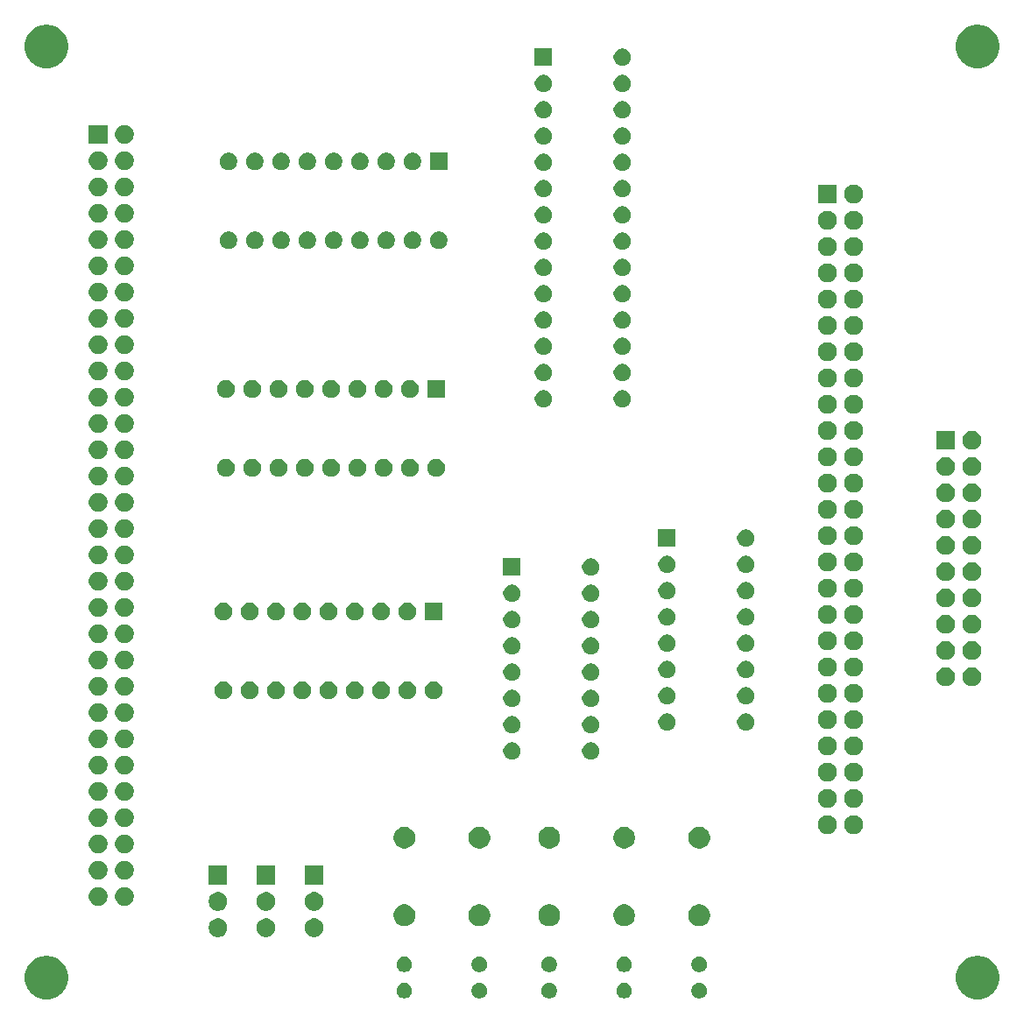
<source format=gbr>
G04 #@! TF.GenerationSoftware,KiCad,Pcbnew,(5.1.5-0-10_14)*
G04 #@! TF.CreationDate,2020-06-17T20:54:46+02:00*
G04 #@! TF.ProjectId,BROSE_LAWO_Adapter,42524f53-455f-44c4-9157-4f5f41646170,rev?*
G04 #@! TF.SameCoordinates,Original*
G04 #@! TF.FileFunction,Soldermask,Bot*
G04 #@! TF.FilePolarity,Negative*
%FSLAX46Y46*%
G04 Gerber Fmt 4.6, Leading zero omitted, Abs format (unit mm)*
G04 Created by KiCad (PCBNEW (5.1.5-0-10_14)) date 2020-06-17 20:54:46*
%MOMM*%
%LPD*%
G04 APERTURE LIST*
%ADD10C,0.100000*%
G04 APERTURE END LIST*
D10*
G36*
X108406373Y-105957024D02*
G01*
X108607589Y-105997048D01*
X108986671Y-106154069D01*
X109316221Y-106374268D01*
X109327835Y-106382028D01*
X109617972Y-106672165D01*
X109845932Y-107013331D01*
X109875921Y-107085732D01*
X110002952Y-107392411D01*
X110083000Y-107794842D01*
X110083000Y-108205158D01*
X110002952Y-108607589D01*
X109926871Y-108791265D01*
X109875921Y-108914270D01*
X109845931Y-108986671D01*
X109617972Y-109327835D01*
X109327835Y-109617972D01*
X108986671Y-109845931D01*
X108607589Y-110002952D01*
X108205159Y-110083000D01*
X107794841Y-110083000D01*
X107392411Y-110002952D01*
X107013329Y-109845931D01*
X106672165Y-109617972D01*
X106382028Y-109327835D01*
X106154069Y-108986671D01*
X106124080Y-108914270D01*
X106073129Y-108791265D01*
X105997048Y-108607589D01*
X105917000Y-108205158D01*
X105917000Y-107794842D01*
X105997048Y-107392411D01*
X106124079Y-107085732D01*
X106154068Y-107013331D01*
X106382028Y-106672165D01*
X106672165Y-106382028D01*
X106683779Y-106374268D01*
X107013329Y-106154069D01*
X107392411Y-105997048D01*
X107593627Y-105957024D01*
X107794841Y-105917000D01*
X108205159Y-105917000D01*
X108406373Y-105957024D01*
G37*
G36*
X18406373Y-105957024D02*
G01*
X18607589Y-105997048D01*
X18986671Y-106154069D01*
X19316221Y-106374268D01*
X19327835Y-106382028D01*
X19617972Y-106672165D01*
X19845932Y-107013331D01*
X19875921Y-107085732D01*
X20002952Y-107392411D01*
X20083000Y-107794842D01*
X20083000Y-108205158D01*
X20002952Y-108607589D01*
X19926871Y-108791265D01*
X19875921Y-108914270D01*
X19845931Y-108986671D01*
X19617972Y-109327835D01*
X19327835Y-109617972D01*
X18986671Y-109845931D01*
X18607589Y-110002952D01*
X18205159Y-110083000D01*
X17794841Y-110083000D01*
X17392411Y-110002952D01*
X17013329Y-109845931D01*
X16672165Y-109617972D01*
X16382028Y-109327835D01*
X16154069Y-108986671D01*
X16124080Y-108914270D01*
X16073129Y-108791265D01*
X15997048Y-108607589D01*
X15917000Y-108205158D01*
X15917000Y-107794842D01*
X15997048Y-107392411D01*
X16124079Y-107085732D01*
X16154068Y-107013331D01*
X16382028Y-106672165D01*
X16672165Y-106382028D01*
X16683779Y-106374268D01*
X17013329Y-106154069D01*
X17392411Y-105997048D01*
X17593627Y-105957024D01*
X17794841Y-105917000D01*
X18205159Y-105917000D01*
X18406373Y-105957024D01*
G37*
G36*
X66809059Y-108547860D02*
G01*
X66945732Y-108604472D01*
X67068735Y-108686660D01*
X67173340Y-108791265D01*
X67255528Y-108914268D01*
X67312140Y-109050941D01*
X67341000Y-109196033D01*
X67341000Y-109343967D01*
X67312140Y-109489059D01*
X67255528Y-109625732D01*
X67173340Y-109748735D01*
X67068735Y-109853340D01*
X66945732Y-109935528D01*
X66945731Y-109935529D01*
X66945730Y-109935529D01*
X66809059Y-109992140D01*
X66663968Y-110021000D01*
X66516032Y-110021000D01*
X66370941Y-109992140D01*
X66234270Y-109935529D01*
X66234269Y-109935529D01*
X66234268Y-109935528D01*
X66111265Y-109853340D01*
X66006660Y-109748735D01*
X65924472Y-109625732D01*
X65867860Y-109489059D01*
X65839000Y-109343967D01*
X65839000Y-109196033D01*
X65867860Y-109050941D01*
X65924472Y-108914268D01*
X66006660Y-108791265D01*
X66111265Y-108686660D01*
X66234268Y-108604472D01*
X66370941Y-108547860D01*
X66516032Y-108519000D01*
X66663968Y-108519000D01*
X66809059Y-108547860D01*
G37*
G36*
X60059059Y-108547860D02*
G01*
X60195732Y-108604472D01*
X60318735Y-108686660D01*
X60423340Y-108791265D01*
X60505528Y-108914268D01*
X60562140Y-109050941D01*
X60591000Y-109196033D01*
X60591000Y-109343967D01*
X60562140Y-109489059D01*
X60505528Y-109625732D01*
X60423340Y-109748735D01*
X60318735Y-109853340D01*
X60195732Y-109935528D01*
X60195731Y-109935529D01*
X60195730Y-109935529D01*
X60059059Y-109992140D01*
X59913968Y-110021000D01*
X59766032Y-110021000D01*
X59620941Y-109992140D01*
X59484270Y-109935529D01*
X59484269Y-109935529D01*
X59484268Y-109935528D01*
X59361265Y-109853340D01*
X59256660Y-109748735D01*
X59174472Y-109625732D01*
X59117860Y-109489059D01*
X59089000Y-109343967D01*
X59089000Y-109196033D01*
X59117860Y-109050941D01*
X59174472Y-108914268D01*
X59256660Y-108791265D01*
X59361265Y-108686660D01*
X59484268Y-108604472D01*
X59620941Y-108547860D01*
X59766032Y-108519000D01*
X59913968Y-108519000D01*
X60059059Y-108547860D01*
G37*
G36*
X52809059Y-108547860D02*
G01*
X52945732Y-108604472D01*
X53068735Y-108686660D01*
X53173340Y-108791265D01*
X53255528Y-108914268D01*
X53312140Y-109050941D01*
X53341000Y-109196033D01*
X53341000Y-109343967D01*
X53312140Y-109489059D01*
X53255528Y-109625732D01*
X53173340Y-109748735D01*
X53068735Y-109853340D01*
X52945732Y-109935528D01*
X52945731Y-109935529D01*
X52945730Y-109935529D01*
X52809059Y-109992140D01*
X52663968Y-110021000D01*
X52516032Y-110021000D01*
X52370941Y-109992140D01*
X52234270Y-109935529D01*
X52234269Y-109935529D01*
X52234268Y-109935528D01*
X52111265Y-109853340D01*
X52006660Y-109748735D01*
X51924472Y-109625732D01*
X51867860Y-109489059D01*
X51839000Y-109343967D01*
X51839000Y-109196033D01*
X51867860Y-109050941D01*
X51924472Y-108914268D01*
X52006660Y-108791265D01*
X52111265Y-108686660D01*
X52234268Y-108604472D01*
X52370941Y-108547860D01*
X52516032Y-108519000D01*
X52663968Y-108519000D01*
X52809059Y-108547860D01*
G37*
G36*
X81309059Y-108547860D02*
G01*
X81445732Y-108604472D01*
X81568735Y-108686660D01*
X81673340Y-108791265D01*
X81755528Y-108914268D01*
X81812140Y-109050941D01*
X81841000Y-109196033D01*
X81841000Y-109343967D01*
X81812140Y-109489059D01*
X81755528Y-109625732D01*
X81673340Y-109748735D01*
X81568735Y-109853340D01*
X81445732Y-109935528D01*
X81445731Y-109935529D01*
X81445730Y-109935529D01*
X81309059Y-109992140D01*
X81163968Y-110021000D01*
X81016032Y-110021000D01*
X80870941Y-109992140D01*
X80734270Y-109935529D01*
X80734269Y-109935529D01*
X80734268Y-109935528D01*
X80611265Y-109853340D01*
X80506660Y-109748735D01*
X80424472Y-109625732D01*
X80367860Y-109489059D01*
X80339000Y-109343967D01*
X80339000Y-109196033D01*
X80367860Y-109050941D01*
X80424472Y-108914268D01*
X80506660Y-108791265D01*
X80611265Y-108686660D01*
X80734268Y-108604472D01*
X80870941Y-108547860D01*
X81016032Y-108519000D01*
X81163968Y-108519000D01*
X81309059Y-108547860D01*
G37*
G36*
X74059059Y-108547860D02*
G01*
X74195732Y-108604472D01*
X74318735Y-108686660D01*
X74423340Y-108791265D01*
X74505528Y-108914268D01*
X74562140Y-109050941D01*
X74591000Y-109196033D01*
X74591000Y-109343967D01*
X74562140Y-109489059D01*
X74505528Y-109625732D01*
X74423340Y-109748735D01*
X74318735Y-109853340D01*
X74195732Y-109935528D01*
X74195731Y-109935529D01*
X74195730Y-109935529D01*
X74059059Y-109992140D01*
X73913968Y-110021000D01*
X73766032Y-110021000D01*
X73620941Y-109992140D01*
X73484270Y-109935529D01*
X73484269Y-109935529D01*
X73484268Y-109935528D01*
X73361265Y-109853340D01*
X73256660Y-109748735D01*
X73174472Y-109625732D01*
X73117860Y-109489059D01*
X73089000Y-109343967D01*
X73089000Y-109196033D01*
X73117860Y-109050941D01*
X73174472Y-108914268D01*
X73256660Y-108791265D01*
X73361265Y-108686660D01*
X73484268Y-108604472D01*
X73620941Y-108547860D01*
X73766032Y-108519000D01*
X73913968Y-108519000D01*
X74059059Y-108547860D01*
G37*
G36*
X60059059Y-106007860D02*
G01*
X60195732Y-106064472D01*
X60318735Y-106146660D01*
X60423340Y-106251265D01*
X60505528Y-106374268D01*
X60562140Y-106510941D01*
X60591000Y-106656033D01*
X60591000Y-106803967D01*
X60562140Y-106949059D01*
X60505528Y-107085732D01*
X60423340Y-107208735D01*
X60318735Y-107313340D01*
X60195732Y-107395528D01*
X60195731Y-107395529D01*
X60195730Y-107395529D01*
X60059059Y-107452140D01*
X59913968Y-107481000D01*
X59766032Y-107481000D01*
X59620941Y-107452140D01*
X59484270Y-107395529D01*
X59484269Y-107395529D01*
X59484268Y-107395528D01*
X59361265Y-107313340D01*
X59256660Y-107208735D01*
X59174472Y-107085732D01*
X59117860Y-106949059D01*
X59089000Y-106803967D01*
X59089000Y-106656033D01*
X59117860Y-106510941D01*
X59174472Y-106374268D01*
X59256660Y-106251265D01*
X59361265Y-106146660D01*
X59484268Y-106064472D01*
X59620941Y-106007860D01*
X59766032Y-105979000D01*
X59913968Y-105979000D01*
X60059059Y-106007860D01*
G37*
G36*
X81309059Y-106007860D02*
G01*
X81445732Y-106064472D01*
X81568735Y-106146660D01*
X81673340Y-106251265D01*
X81755528Y-106374268D01*
X81812140Y-106510941D01*
X81841000Y-106656033D01*
X81841000Y-106803967D01*
X81812140Y-106949059D01*
X81755528Y-107085732D01*
X81673340Y-107208735D01*
X81568735Y-107313340D01*
X81445732Y-107395528D01*
X81445731Y-107395529D01*
X81445730Y-107395529D01*
X81309059Y-107452140D01*
X81163968Y-107481000D01*
X81016032Y-107481000D01*
X80870941Y-107452140D01*
X80734270Y-107395529D01*
X80734269Y-107395529D01*
X80734268Y-107395528D01*
X80611265Y-107313340D01*
X80506660Y-107208735D01*
X80424472Y-107085732D01*
X80367860Y-106949059D01*
X80339000Y-106803967D01*
X80339000Y-106656033D01*
X80367860Y-106510941D01*
X80424472Y-106374268D01*
X80506660Y-106251265D01*
X80611265Y-106146660D01*
X80734268Y-106064472D01*
X80870941Y-106007860D01*
X81016032Y-105979000D01*
X81163968Y-105979000D01*
X81309059Y-106007860D01*
G37*
G36*
X74059059Y-106007860D02*
G01*
X74195732Y-106064472D01*
X74318735Y-106146660D01*
X74423340Y-106251265D01*
X74505528Y-106374268D01*
X74562140Y-106510941D01*
X74591000Y-106656033D01*
X74591000Y-106803967D01*
X74562140Y-106949059D01*
X74505528Y-107085732D01*
X74423340Y-107208735D01*
X74318735Y-107313340D01*
X74195732Y-107395528D01*
X74195731Y-107395529D01*
X74195730Y-107395529D01*
X74059059Y-107452140D01*
X73913968Y-107481000D01*
X73766032Y-107481000D01*
X73620941Y-107452140D01*
X73484270Y-107395529D01*
X73484269Y-107395529D01*
X73484268Y-107395528D01*
X73361265Y-107313340D01*
X73256660Y-107208735D01*
X73174472Y-107085732D01*
X73117860Y-106949059D01*
X73089000Y-106803967D01*
X73089000Y-106656033D01*
X73117860Y-106510941D01*
X73174472Y-106374268D01*
X73256660Y-106251265D01*
X73361265Y-106146660D01*
X73484268Y-106064472D01*
X73620941Y-106007860D01*
X73766032Y-105979000D01*
X73913968Y-105979000D01*
X74059059Y-106007860D01*
G37*
G36*
X66809059Y-106007860D02*
G01*
X66945732Y-106064472D01*
X67068735Y-106146660D01*
X67173340Y-106251265D01*
X67255528Y-106374268D01*
X67312140Y-106510941D01*
X67341000Y-106656033D01*
X67341000Y-106803967D01*
X67312140Y-106949059D01*
X67255528Y-107085732D01*
X67173340Y-107208735D01*
X67068735Y-107313340D01*
X66945732Y-107395528D01*
X66945731Y-107395529D01*
X66945730Y-107395529D01*
X66809059Y-107452140D01*
X66663968Y-107481000D01*
X66516032Y-107481000D01*
X66370941Y-107452140D01*
X66234270Y-107395529D01*
X66234269Y-107395529D01*
X66234268Y-107395528D01*
X66111265Y-107313340D01*
X66006660Y-107208735D01*
X65924472Y-107085732D01*
X65867860Y-106949059D01*
X65839000Y-106803967D01*
X65839000Y-106656033D01*
X65867860Y-106510941D01*
X65924472Y-106374268D01*
X66006660Y-106251265D01*
X66111265Y-106146660D01*
X66234268Y-106064472D01*
X66370941Y-106007860D01*
X66516032Y-105979000D01*
X66663968Y-105979000D01*
X66809059Y-106007860D01*
G37*
G36*
X52809059Y-106007860D02*
G01*
X52945732Y-106064472D01*
X53068735Y-106146660D01*
X53173340Y-106251265D01*
X53255528Y-106374268D01*
X53312140Y-106510941D01*
X53341000Y-106656033D01*
X53341000Y-106803967D01*
X53312140Y-106949059D01*
X53255528Y-107085732D01*
X53173340Y-107208735D01*
X53068735Y-107313340D01*
X52945732Y-107395528D01*
X52945731Y-107395529D01*
X52945730Y-107395529D01*
X52809059Y-107452140D01*
X52663968Y-107481000D01*
X52516032Y-107481000D01*
X52370941Y-107452140D01*
X52234270Y-107395529D01*
X52234269Y-107395529D01*
X52234268Y-107395528D01*
X52111265Y-107313340D01*
X52006660Y-107208735D01*
X51924472Y-107085732D01*
X51867860Y-106949059D01*
X51839000Y-106803967D01*
X51839000Y-106656033D01*
X51867860Y-106510941D01*
X51924472Y-106374268D01*
X52006660Y-106251265D01*
X52111265Y-106146660D01*
X52234268Y-106064472D01*
X52370941Y-106007860D01*
X52516032Y-105979000D01*
X52663968Y-105979000D01*
X52809059Y-106007860D01*
G37*
G36*
X43976659Y-102286564D02*
G01*
X44132812Y-102317624D01*
X44296784Y-102385544D01*
X44444354Y-102484147D01*
X44569853Y-102609646D01*
X44668456Y-102757216D01*
X44736376Y-102921188D01*
X44771000Y-103095259D01*
X44771000Y-103272741D01*
X44736376Y-103446812D01*
X44668456Y-103610784D01*
X44569853Y-103758354D01*
X44444354Y-103883853D01*
X44296784Y-103982456D01*
X44132812Y-104050376D01*
X43983512Y-104080073D01*
X43958742Y-104085000D01*
X43781258Y-104085000D01*
X43756488Y-104080073D01*
X43607188Y-104050376D01*
X43443216Y-103982456D01*
X43295646Y-103883853D01*
X43170147Y-103758354D01*
X43071544Y-103610784D01*
X43003624Y-103446812D01*
X42969000Y-103272741D01*
X42969000Y-103095259D01*
X43003624Y-102921188D01*
X43071544Y-102757216D01*
X43170147Y-102609646D01*
X43295646Y-102484147D01*
X43443216Y-102385544D01*
X43607188Y-102317624D01*
X43763341Y-102286564D01*
X43781258Y-102283000D01*
X43958742Y-102283000D01*
X43976659Y-102286564D01*
G37*
G36*
X39326659Y-102286564D02*
G01*
X39482812Y-102317624D01*
X39646784Y-102385544D01*
X39794354Y-102484147D01*
X39919853Y-102609646D01*
X40018456Y-102757216D01*
X40086376Y-102921188D01*
X40121000Y-103095259D01*
X40121000Y-103272741D01*
X40086376Y-103446812D01*
X40018456Y-103610784D01*
X39919853Y-103758354D01*
X39794354Y-103883853D01*
X39646784Y-103982456D01*
X39482812Y-104050376D01*
X39333512Y-104080073D01*
X39308742Y-104085000D01*
X39131258Y-104085000D01*
X39106488Y-104080073D01*
X38957188Y-104050376D01*
X38793216Y-103982456D01*
X38645646Y-103883853D01*
X38520147Y-103758354D01*
X38421544Y-103610784D01*
X38353624Y-103446812D01*
X38319000Y-103272741D01*
X38319000Y-103095259D01*
X38353624Y-102921188D01*
X38421544Y-102757216D01*
X38520147Y-102609646D01*
X38645646Y-102484147D01*
X38793216Y-102385544D01*
X38957188Y-102317624D01*
X39113341Y-102286564D01*
X39131258Y-102283000D01*
X39308742Y-102283000D01*
X39326659Y-102286564D01*
G37*
G36*
X34676659Y-102286564D02*
G01*
X34832812Y-102317624D01*
X34996784Y-102385544D01*
X35144354Y-102484147D01*
X35269853Y-102609646D01*
X35368456Y-102757216D01*
X35436376Y-102921188D01*
X35471000Y-103095259D01*
X35471000Y-103272741D01*
X35436376Y-103446812D01*
X35368456Y-103610784D01*
X35269853Y-103758354D01*
X35144354Y-103883853D01*
X34996784Y-103982456D01*
X34832812Y-104050376D01*
X34683512Y-104080073D01*
X34658742Y-104085000D01*
X34481258Y-104085000D01*
X34456488Y-104080073D01*
X34307188Y-104050376D01*
X34143216Y-103982456D01*
X33995646Y-103883853D01*
X33870147Y-103758354D01*
X33771544Y-103610784D01*
X33703624Y-103446812D01*
X33669000Y-103272741D01*
X33669000Y-103095259D01*
X33703624Y-102921188D01*
X33771544Y-102757216D01*
X33870147Y-102609646D01*
X33995646Y-102484147D01*
X34143216Y-102385544D01*
X34307188Y-102317624D01*
X34463341Y-102286564D01*
X34481258Y-102283000D01*
X34658742Y-102283000D01*
X34676659Y-102286564D01*
G37*
G36*
X81396564Y-100969389D02*
G01*
X81587833Y-101048615D01*
X81587835Y-101048616D01*
X81759973Y-101163635D01*
X81906365Y-101310027D01*
X82021385Y-101482167D01*
X82100611Y-101673436D01*
X82141000Y-101876484D01*
X82141000Y-102083516D01*
X82100611Y-102286564D01*
X82087745Y-102317625D01*
X82021384Y-102477835D01*
X81906365Y-102649973D01*
X81759973Y-102796365D01*
X81587835Y-102911384D01*
X81587834Y-102911385D01*
X81587833Y-102911385D01*
X81396564Y-102990611D01*
X81193516Y-103031000D01*
X80986484Y-103031000D01*
X80783436Y-102990611D01*
X80592167Y-102911385D01*
X80592166Y-102911385D01*
X80592165Y-102911384D01*
X80420027Y-102796365D01*
X80273635Y-102649973D01*
X80158616Y-102477835D01*
X80092255Y-102317625D01*
X80079389Y-102286564D01*
X80039000Y-102083516D01*
X80039000Y-101876484D01*
X80079389Y-101673436D01*
X80158615Y-101482167D01*
X80273635Y-101310027D01*
X80420027Y-101163635D01*
X80592165Y-101048616D01*
X80592167Y-101048615D01*
X80783436Y-100969389D01*
X80986484Y-100929000D01*
X81193516Y-100929000D01*
X81396564Y-100969389D01*
G37*
G36*
X66896564Y-100969389D02*
G01*
X67087833Y-101048615D01*
X67087835Y-101048616D01*
X67259973Y-101163635D01*
X67406365Y-101310027D01*
X67521385Y-101482167D01*
X67600611Y-101673436D01*
X67641000Y-101876484D01*
X67641000Y-102083516D01*
X67600611Y-102286564D01*
X67587745Y-102317625D01*
X67521384Y-102477835D01*
X67406365Y-102649973D01*
X67259973Y-102796365D01*
X67087835Y-102911384D01*
X67087834Y-102911385D01*
X67087833Y-102911385D01*
X66896564Y-102990611D01*
X66693516Y-103031000D01*
X66486484Y-103031000D01*
X66283436Y-102990611D01*
X66092167Y-102911385D01*
X66092166Y-102911385D01*
X66092165Y-102911384D01*
X65920027Y-102796365D01*
X65773635Y-102649973D01*
X65658616Y-102477835D01*
X65592255Y-102317625D01*
X65579389Y-102286564D01*
X65539000Y-102083516D01*
X65539000Y-101876484D01*
X65579389Y-101673436D01*
X65658615Y-101482167D01*
X65773635Y-101310027D01*
X65920027Y-101163635D01*
X66092165Y-101048616D01*
X66092167Y-101048615D01*
X66283436Y-100969389D01*
X66486484Y-100929000D01*
X66693516Y-100929000D01*
X66896564Y-100969389D01*
G37*
G36*
X74146564Y-100969389D02*
G01*
X74337833Y-101048615D01*
X74337835Y-101048616D01*
X74509973Y-101163635D01*
X74656365Y-101310027D01*
X74771385Y-101482167D01*
X74850611Y-101673436D01*
X74891000Y-101876484D01*
X74891000Y-102083516D01*
X74850611Y-102286564D01*
X74837745Y-102317625D01*
X74771384Y-102477835D01*
X74656365Y-102649973D01*
X74509973Y-102796365D01*
X74337835Y-102911384D01*
X74337834Y-102911385D01*
X74337833Y-102911385D01*
X74146564Y-102990611D01*
X73943516Y-103031000D01*
X73736484Y-103031000D01*
X73533436Y-102990611D01*
X73342167Y-102911385D01*
X73342166Y-102911385D01*
X73342165Y-102911384D01*
X73170027Y-102796365D01*
X73023635Y-102649973D01*
X72908616Y-102477835D01*
X72842255Y-102317625D01*
X72829389Y-102286564D01*
X72789000Y-102083516D01*
X72789000Y-101876484D01*
X72829389Y-101673436D01*
X72908615Y-101482167D01*
X73023635Y-101310027D01*
X73170027Y-101163635D01*
X73342165Y-101048616D01*
X73342167Y-101048615D01*
X73533436Y-100969389D01*
X73736484Y-100929000D01*
X73943516Y-100929000D01*
X74146564Y-100969389D01*
G37*
G36*
X60146564Y-100969389D02*
G01*
X60337833Y-101048615D01*
X60337835Y-101048616D01*
X60509973Y-101163635D01*
X60656365Y-101310027D01*
X60771385Y-101482167D01*
X60850611Y-101673436D01*
X60891000Y-101876484D01*
X60891000Y-102083516D01*
X60850611Y-102286564D01*
X60837745Y-102317625D01*
X60771384Y-102477835D01*
X60656365Y-102649973D01*
X60509973Y-102796365D01*
X60337835Y-102911384D01*
X60337834Y-102911385D01*
X60337833Y-102911385D01*
X60146564Y-102990611D01*
X59943516Y-103031000D01*
X59736484Y-103031000D01*
X59533436Y-102990611D01*
X59342167Y-102911385D01*
X59342166Y-102911385D01*
X59342165Y-102911384D01*
X59170027Y-102796365D01*
X59023635Y-102649973D01*
X58908616Y-102477835D01*
X58842255Y-102317625D01*
X58829389Y-102286564D01*
X58789000Y-102083516D01*
X58789000Y-101876484D01*
X58829389Y-101673436D01*
X58908615Y-101482167D01*
X59023635Y-101310027D01*
X59170027Y-101163635D01*
X59342165Y-101048616D01*
X59342167Y-101048615D01*
X59533436Y-100969389D01*
X59736484Y-100929000D01*
X59943516Y-100929000D01*
X60146564Y-100969389D01*
G37*
G36*
X52896564Y-100969389D02*
G01*
X53087833Y-101048615D01*
X53087835Y-101048616D01*
X53259973Y-101163635D01*
X53406365Y-101310027D01*
X53521385Y-101482167D01*
X53600611Y-101673436D01*
X53641000Y-101876484D01*
X53641000Y-102083516D01*
X53600611Y-102286564D01*
X53587745Y-102317625D01*
X53521384Y-102477835D01*
X53406365Y-102649973D01*
X53259973Y-102796365D01*
X53087835Y-102911384D01*
X53087834Y-102911385D01*
X53087833Y-102911385D01*
X52896564Y-102990611D01*
X52693516Y-103031000D01*
X52486484Y-103031000D01*
X52283436Y-102990611D01*
X52092167Y-102911385D01*
X52092166Y-102911385D01*
X52092165Y-102911384D01*
X51920027Y-102796365D01*
X51773635Y-102649973D01*
X51658616Y-102477835D01*
X51592255Y-102317625D01*
X51579389Y-102286564D01*
X51539000Y-102083516D01*
X51539000Y-101876484D01*
X51579389Y-101673436D01*
X51658615Y-101482167D01*
X51773635Y-101310027D01*
X51920027Y-101163635D01*
X52092165Y-101048616D01*
X52092167Y-101048615D01*
X52283436Y-100969389D01*
X52486484Y-100929000D01*
X52693516Y-100929000D01*
X52896564Y-100969389D01*
G37*
G36*
X43983512Y-99747927D02*
G01*
X44132812Y-99777624D01*
X44296784Y-99845544D01*
X44444354Y-99944147D01*
X44569853Y-100069646D01*
X44668456Y-100217216D01*
X44736376Y-100381188D01*
X44771000Y-100555259D01*
X44771000Y-100732741D01*
X44736376Y-100906812D01*
X44668456Y-101070784D01*
X44569853Y-101218354D01*
X44444354Y-101343853D01*
X44296784Y-101442456D01*
X44132812Y-101510376D01*
X43983512Y-101540073D01*
X43958742Y-101545000D01*
X43781258Y-101545000D01*
X43756488Y-101540073D01*
X43607188Y-101510376D01*
X43443216Y-101442456D01*
X43295646Y-101343853D01*
X43170147Y-101218354D01*
X43071544Y-101070784D01*
X43003624Y-100906812D01*
X42969000Y-100732741D01*
X42969000Y-100555259D01*
X43003624Y-100381188D01*
X43071544Y-100217216D01*
X43170147Y-100069646D01*
X43295646Y-99944147D01*
X43443216Y-99845544D01*
X43607188Y-99777624D01*
X43756488Y-99747927D01*
X43781258Y-99743000D01*
X43958742Y-99743000D01*
X43983512Y-99747927D01*
G37*
G36*
X39333512Y-99747927D02*
G01*
X39482812Y-99777624D01*
X39646784Y-99845544D01*
X39794354Y-99944147D01*
X39919853Y-100069646D01*
X40018456Y-100217216D01*
X40086376Y-100381188D01*
X40121000Y-100555259D01*
X40121000Y-100732741D01*
X40086376Y-100906812D01*
X40018456Y-101070784D01*
X39919853Y-101218354D01*
X39794354Y-101343853D01*
X39646784Y-101442456D01*
X39482812Y-101510376D01*
X39333512Y-101540073D01*
X39308742Y-101545000D01*
X39131258Y-101545000D01*
X39106488Y-101540073D01*
X38957188Y-101510376D01*
X38793216Y-101442456D01*
X38645646Y-101343853D01*
X38520147Y-101218354D01*
X38421544Y-101070784D01*
X38353624Y-100906812D01*
X38319000Y-100732741D01*
X38319000Y-100555259D01*
X38353624Y-100381188D01*
X38421544Y-100217216D01*
X38520147Y-100069646D01*
X38645646Y-99944147D01*
X38793216Y-99845544D01*
X38957188Y-99777624D01*
X39106488Y-99747927D01*
X39131258Y-99743000D01*
X39308742Y-99743000D01*
X39333512Y-99747927D01*
G37*
G36*
X34683512Y-99747927D02*
G01*
X34832812Y-99777624D01*
X34996784Y-99845544D01*
X35144354Y-99944147D01*
X35269853Y-100069646D01*
X35368456Y-100217216D01*
X35436376Y-100381188D01*
X35471000Y-100555259D01*
X35471000Y-100732741D01*
X35436376Y-100906812D01*
X35368456Y-101070784D01*
X35269853Y-101218354D01*
X35144354Y-101343853D01*
X34996784Y-101442456D01*
X34832812Y-101510376D01*
X34683512Y-101540073D01*
X34658742Y-101545000D01*
X34481258Y-101545000D01*
X34456488Y-101540073D01*
X34307188Y-101510376D01*
X34143216Y-101442456D01*
X33995646Y-101343853D01*
X33870147Y-101218354D01*
X33771544Y-101070784D01*
X33703624Y-100906812D01*
X33669000Y-100732741D01*
X33669000Y-100555259D01*
X33703624Y-100381188D01*
X33771544Y-100217216D01*
X33870147Y-100069646D01*
X33995646Y-99944147D01*
X34143216Y-99845544D01*
X34307188Y-99777624D01*
X34456488Y-99747927D01*
X34481258Y-99743000D01*
X34658742Y-99743000D01*
X34683512Y-99747927D01*
G37*
G36*
X25806778Y-99280547D02*
G01*
X25973224Y-99349491D01*
X26123022Y-99449583D01*
X26250417Y-99576978D01*
X26350509Y-99726776D01*
X26419453Y-99893222D01*
X26454600Y-100069918D01*
X26454600Y-100250082D01*
X26419453Y-100426778D01*
X26350509Y-100593224D01*
X26250417Y-100743022D01*
X26123022Y-100870417D01*
X25973224Y-100970509D01*
X25806778Y-101039453D01*
X25630082Y-101074600D01*
X25449918Y-101074600D01*
X25273222Y-101039453D01*
X25106776Y-100970509D01*
X24956978Y-100870417D01*
X24829583Y-100743022D01*
X24729491Y-100593224D01*
X24660547Y-100426778D01*
X24625400Y-100250082D01*
X24625400Y-100069918D01*
X24660547Y-99893222D01*
X24729491Y-99726776D01*
X24829583Y-99576978D01*
X24956978Y-99449583D01*
X25106776Y-99349491D01*
X25273222Y-99280547D01*
X25449918Y-99245400D01*
X25630082Y-99245400D01*
X25806778Y-99280547D01*
G37*
G36*
X23266778Y-99280547D02*
G01*
X23433224Y-99349491D01*
X23583022Y-99449583D01*
X23710417Y-99576978D01*
X23810509Y-99726776D01*
X23879453Y-99893222D01*
X23914600Y-100069918D01*
X23914600Y-100250082D01*
X23879453Y-100426778D01*
X23810509Y-100593224D01*
X23710417Y-100743022D01*
X23583022Y-100870417D01*
X23433224Y-100970509D01*
X23266778Y-101039453D01*
X23090082Y-101074600D01*
X22909918Y-101074600D01*
X22733222Y-101039453D01*
X22566776Y-100970509D01*
X22416978Y-100870417D01*
X22289583Y-100743022D01*
X22189491Y-100593224D01*
X22120547Y-100426778D01*
X22085400Y-100250082D01*
X22085400Y-100069918D01*
X22120547Y-99893222D01*
X22189491Y-99726776D01*
X22289583Y-99576978D01*
X22416978Y-99449583D01*
X22566776Y-99349491D01*
X22733222Y-99280547D01*
X22909918Y-99245400D01*
X23090082Y-99245400D01*
X23266778Y-99280547D01*
G37*
G36*
X44771000Y-99005000D02*
G01*
X42969000Y-99005000D01*
X42969000Y-97203000D01*
X44771000Y-97203000D01*
X44771000Y-99005000D01*
G37*
G36*
X40121000Y-99005000D02*
G01*
X38319000Y-99005000D01*
X38319000Y-97203000D01*
X40121000Y-97203000D01*
X40121000Y-99005000D01*
G37*
G36*
X35471000Y-99005000D02*
G01*
X33669000Y-99005000D01*
X33669000Y-97203000D01*
X35471000Y-97203000D01*
X35471000Y-99005000D01*
G37*
G36*
X25806778Y-96740547D02*
G01*
X25973224Y-96809491D01*
X26123022Y-96909583D01*
X26250417Y-97036978D01*
X26350509Y-97186776D01*
X26419453Y-97353222D01*
X26454600Y-97529918D01*
X26454600Y-97710082D01*
X26419453Y-97886778D01*
X26350509Y-98053224D01*
X26250417Y-98203022D01*
X26123022Y-98330417D01*
X25973224Y-98430509D01*
X25806778Y-98499453D01*
X25630082Y-98534600D01*
X25449918Y-98534600D01*
X25273222Y-98499453D01*
X25106776Y-98430509D01*
X24956978Y-98330417D01*
X24829583Y-98203022D01*
X24729491Y-98053224D01*
X24660547Y-97886778D01*
X24625400Y-97710082D01*
X24625400Y-97529918D01*
X24660547Y-97353222D01*
X24729491Y-97186776D01*
X24829583Y-97036978D01*
X24956978Y-96909583D01*
X25106776Y-96809491D01*
X25273222Y-96740547D01*
X25449918Y-96705400D01*
X25630082Y-96705400D01*
X25806778Y-96740547D01*
G37*
G36*
X23266778Y-96740547D02*
G01*
X23433224Y-96809491D01*
X23583022Y-96909583D01*
X23710417Y-97036978D01*
X23810509Y-97186776D01*
X23879453Y-97353222D01*
X23914600Y-97529918D01*
X23914600Y-97710082D01*
X23879453Y-97886778D01*
X23810509Y-98053224D01*
X23710417Y-98203022D01*
X23583022Y-98330417D01*
X23433224Y-98430509D01*
X23266778Y-98499453D01*
X23090082Y-98534600D01*
X22909918Y-98534600D01*
X22733222Y-98499453D01*
X22566776Y-98430509D01*
X22416978Y-98330417D01*
X22289583Y-98203022D01*
X22189491Y-98053224D01*
X22120547Y-97886778D01*
X22085400Y-97710082D01*
X22085400Y-97529918D01*
X22120547Y-97353222D01*
X22189491Y-97186776D01*
X22289583Y-97036978D01*
X22416978Y-96909583D01*
X22566776Y-96809491D01*
X22733222Y-96740547D01*
X22909918Y-96705400D01*
X23090082Y-96705400D01*
X23266778Y-96740547D01*
G37*
G36*
X23266778Y-94200547D02*
G01*
X23433224Y-94269491D01*
X23583022Y-94369583D01*
X23710417Y-94496978D01*
X23810509Y-94646776D01*
X23879453Y-94813222D01*
X23914600Y-94989918D01*
X23914600Y-95170082D01*
X23879453Y-95346778D01*
X23810509Y-95513224D01*
X23710417Y-95663022D01*
X23583022Y-95790417D01*
X23433224Y-95890509D01*
X23266778Y-95959453D01*
X23090082Y-95994600D01*
X22909918Y-95994600D01*
X22733222Y-95959453D01*
X22566776Y-95890509D01*
X22416978Y-95790417D01*
X22289583Y-95663022D01*
X22189491Y-95513224D01*
X22120547Y-95346778D01*
X22085400Y-95170082D01*
X22085400Y-94989918D01*
X22120547Y-94813222D01*
X22189491Y-94646776D01*
X22289583Y-94496978D01*
X22416978Y-94369583D01*
X22566776Y-94269491D01*
X22733222Y-94200547D01*
X22909918Y-94165400D01*
X23090082Y-94165400D01*
X23266778Y-94200547D01*
G37*
G36*
X25806778Y-94200547D02*
G01*
X25973224Y-94269491D01*
X26123022Y-94369583D01*
X26250417Y-94496978D01*
X26350509Y-94646776D01*
X26419453Y-94813222D01*
X26454600Y-94989918D01*
X26454600Y-95170082D01*
X26419453Y-95346778D01*
X26350509Y-95513224D01*
X26250417Y-95663022D01*
X26123022Y-95790417D01*
X25973224Y-95890509D01*
X25806778Y-95959453D01*
X25630082Y-95994600D01*
X25449918Y-95994600D01*
X25273222Y-95959453D01*
X25106776Y-95890509D01*
X24956978Y-95790417D01*
X24829583Y-95663022D01*
X24729491Y-95513224D01*
X24660547Y-95346778D01*
X24625400Y-95170082D01*
X24625400Y-94989918D01*
X24660547Y-94813222D01*
X24729491Y-94646776D01*
X24829583Y-94496978D01*
X24956978Y-94369583D01*
X25106776Y-94269491D01*
X25273222Y-94200547D01*
X25449918Y-94165400D01*
X25630082Y-94165400D01*
X25806778Y-94200547D01*
G37*
G36*
X81396564Y-93469389D02*
G01*
X81587833Y-93548615D01*
X81587835Y-93548616D01*
X81759973Y-93663635D01*
X81906365Y-93810027D01*
X81985471Y-93928417D01*
X82021385Y-93982167D01*
X82100611Y-94173436D01*
X82141000Y-94376484D01*
X82141000Y-94583516D01*
X82100611Y-94786564D01*
X82021385Y-94977833D01*
X82021384Y-94977835D01*
X81906365Y-95149973D01*
X81759973Y-95296365D01*
X81587835Y-95411384D01*
X81587834Y-95411385D01*
X81587833Y-95411385D01*
X81396564Y-95490611D01*
X81193516Y-95531000D01*
X80986484Y-95531000D01*
X80783436Y-95490611D01*
X80592167Y-95411385D01*
X80592166Y-95411385D01*
X80592165Y-95411384D01*
X80420027Y-95296365D01*
X80273635Y-95149973D01*
X80158616Y-94977835D01*
X80158615Y-94977833D01*
X80079389Y-94786564D01*
X80039000Y-94583516D01*
X80039000Y-94376484D01*
X80079389Y-94173436D01*
X80158615Y-93982167D01*
X80194530Y-93928417D01*
X80273635Y-93810027D01*
X80420027Y-93663635D01*
X80592165Y-93548616D01*
X80592167Y-93548615D01*
X80783436Y-93469389D01*
X80986484Y-93429000D01*
X81193516Y-93429000D01*
X81396564Y-93469389D01*
G37*
G36*
X74146564Y-93469389D02*
G01*
X74337833Y-93548615D01*
X74337835Y-93548616D01*
X74509973Y-93663635D01*
X74656365Y-93810027D01*
X74735471Y-93928417D01*
X74771385Y-93982167D01*
X74850611Y-94173436D01*
X74891000Y-94376484D01*
X74891000Y-94583516D01*
X74850611Y-94786564D01*
X74771385Y-94977833D01*
X74771384Y-94977835D01*
X74656365Y-95149973D01*
X74509973Y-95296365D01*
X74337835Y-95411384D01*
X74337834Y-95411385D01*
X74337833Y-95411385D01*
X74146564Y-95490611D01*
X73943516Y-95531000D01*
X73736484Y-95531000D01*
X73533436Y-95490611D01*
X73342167Y-95411385D01*
X73342166Y-95411385D01*
X73342165Y-95411384D01*
X73170027Y-95296365D01*
X73023635Y-95149973D01*
X72908616Y-94977835D01*
X72908615Y-94977833D01*
X72829389Y-94786564D01*
X72789000Y-94583516D01*
X72789000Y-94376484D01*
X72829389Y-94173436D01*
X72908615Y-93982167D01*
X72944530Y-93928417D01*
X73023635Y-93810027D01*
X73170027Y-93663635D01*
X73342165Y-93548616D01*
X73342167Y-93548615D01*
X73533436Y-93469389D01*
X73736484Y-93429000D01*
X73943516Y-93429000D01*
X74146564Y-93469389D01*
G37*
G36*
X66896564Y-93469389D02*
G01*
X67087833Y-93548615D01*
X67087835Y-93548616D01*
X67259973Y-93663635D01*
X67406365Y-93810027D01*
X67485471Y-93928417D01*
X67521385Y-93982167D01*
X67600611Y-94173436D01*
X67641000Y-94376484D01*
X67641000Y-94583516D01*
X67600611Y-94786564D01*
X67521385Y-94977833D01*
X67521384Y-94977835D01*
X67406365Y-95149973D01*
X67259973Y-95296365D01*
X67087835Y-95411384D01*
X67087834Y-95411385D01*
X67087833Y-95411385D01*
X66896564Y-95490611D01*
X66693516Y-95531000D01*
X66486484Y-95531000D01*
X66283436Y-95490611D01*
X66092167Y-95411385D01*
X66092166Y-95411385D01*
X66092165Y-95411384D01*
X65920027Y-95296365D01*
X65773635Y-95149973D01*
X65658616Y-94977835D01*
X65658615Y-94977833D01*
X65579389Y-94786564D01*
X65539000Y-94583516D01*
X65539000Y-94376484D01*
X65579389Y-94173436D01*
X65658615Y-93982167D01*
X65694530Y-93928417D01*
X65773635Y-93810027D01*
X65920027Y-93663635D01*
X66092165Y-93548616D01*
X66092167Y-93548615D01*
X66283436Y-93469389D01*
X66486484Y-93429000D01*
X66693516Y-93429000D01*
X66896564Y-93469389D01*
G37*
G36*
X60146564Y-93469389D02*
G01*
X60337833Y-93548615D01*
X60337835Y-93548616D01*
X60509973Y-93663635D01*
X60656365Y-93810027D01*
X60735471Y-93928417D01*
X60771385Y-93982167D01*
X60850611Y-94173436D01*
X60891000Y-94376484D01*
X60891000Y-94583516D01*
X60850611Y-94786564D01*
X60771385Y-94977833D01*
X60771384Y-94977835D01*
X60656365Y-95149973D01*
X60509973Y-95296365D01*
X60337835Y-95411384D01*
X60337834Y-95411385D01*
X60337833Y-95411385D01*
X60146564Y-95490611D01*
X59943516Y-95531000D01*
X59736484Y-95531000D01*
X59533436Y-95490611D01*
X59342167Y-95411385D01*
X59342166Y-95411385D01*
X59342165Y-95411384D01*
X59170027Y-95296365D01*
X59023635Y-95149973D01*
X58908616Y-94977835D01*
X58908615Y-94977833D01*
X58829389Y-94786564D01*
X58789000Y-94583516D01*
X58789000Y-94376484D01*
X58829389Y-94173436D01*
X58908615Y-93982167D01*
X58944530Y-93928417D01*
X59023635Y-93810027D01*
X59170027Y-93663635D01*
X59342165Y-93548616D01*
X59342167Y-93548615D01*
X59533436Y-93469389D01*
X59736484Y-93429000D01*
X59943516Y-93429000D01*
X60146564Y-93469389D01*
G37*
G36*
X52896564Y-93469389D02*
G01*
X53087833Y-93548615D01*
X53087835Y-93548616D01*
X53259973Y-93663635D01*
X53406365Y-93810027D01*
X53485471Y-93928417D01*
X53521385Y-93982167D01*
X53600611Y-94173436D01*
X53641000Y-94376484D01*
X53641000Y-94583516D01*
X53600611Y-94786564D01*
X53521385Y-94977833D01*
X53521384Y-94977835D01*
X53406365Y-95149973D01*
X53259973Y-95296365D01*
X53087835Y-95411384D01*
X53087834Y-95411385D01*
X53087833Y-95411385D01*
X52896564Y-95490611D01*
X52693516Y-95531000D01*
X52486484Y-95531000D01*
X52283436Y-95490611D01*
X52092167Y-95411385D01*
X52092166Y-95411385D01*
X52092165Y-95411384D01*
X51920027Y-95296365D01*
X51773635Y-95149973D01*
X51658616Y-94977835D01*
X51658615Y-94977833D01*
X51579389Y-94786564D01*
X51539000Y-94583516D01*
X51539000Y-94376484D01*
X51579389Y-94173436D01*
X51658615Y-93982167D01*
X51694530Y-93928417D01*
X51773635Y-93810027D01*
X51920027Y-93663635D01*
X52092165Y-93548616D01*
X52092167Y-93548615D01*
X52283436Y-93469389D01*
X52486484Y-93429000D01*
X52693516Y-93429000D01*
X52896564Y-93469389D01*
G37*
G36*
X96278778Y-92338547D02*
G01*
X96445224Y-92407491D01*
X96595022Y-92507583D01*
X96722417Y-92634978D01*
X96822509Y-92784776D01*
X96891453Y-92951222D01*
X96926600Y-93127918D01*
X96926600Y-93308082D01*
X96891453Y-93484778D01*
X96822509Y-93651224D01*
X96722417Y-93801022D01*
X96595022Y-93928417D01*
X96445224Y-94028509D01*
X96278778Y-94097453D01*
X96102082Y-94132600D01*
X95921918Y-94132600D01*
X95745222Y-94097453D01*
X95578776Y-94028509D01*
X95428978Y-93928417D01*
X95301583Y-93801022D01*
X95201491Y-93651224D01*
X95132547Y-93484778D01*
X95097400Y-93308082D01*
X95097400Y-93127918D01*
X95132547Y-92951222D01*
X95201491Y-92784776D01*
X95301583Y-92634978D01*
X95428978Y-92507583D01*
X95578776Y-92407491D01*
X95745222Y-92338547D01*
X95921918Y-92303400D01*
X96102082Y-92303400D01*
X96278778Y-92338547D01*
G37*
G36*
X93738778Y-92338547D02*
G01*
X93905224Y-92407491D01*
X94055022Y-92507583D01*
X94182417Y-92634978D01*
X94282509Y-92784776D01*
X94351453Y-92951222D01*
X94386600Y-93127918D01*
X94386600Y-93308082D01*
X94351453Y-93484778D01*
X94282509Y-93651224D01*
X94182417Y-93801022D01*
X94055022Y-93928417D01*
X93905224Y-94028509D01*
X93738778Y-94097453D01*
X93562082Y-94132600D01*
X93381918Y-94132600D01*
X93205222Y-94097453D01*
X93038776Y-94028509D01*
X92888978Y-93928417D01*
X92761583Y-93801022D01*
X92661491Y-93651224D01*
X92592547Y-93484778D01*
X92557400Y-93308082D01*
X92557400Y-93127918D01*
X92592547Y-92951222D01*
X92661491Y-92784776D01*
X92761583Y-92634978D01*
X92888978Y-92507583D01*
X93038776Y-92407491D01*
X93205222Y-92338547D01*
X93381918Y-92303400D01*
X93562082Y-92303400D01*
X93738778Y-92338547D01*
G37*
G36*
X23266778Y-91660547D02*
G01*
X23433224Y-91729491D01*
X23583022Y-91829583D01*
X23710417Y-91956978D01*
X23810509Y-92106776D01*
X23879453Y-92273222D01*
X23914600Y-92449918D01*
X23914600Y-92630082D01*
X23879453Y-92806778D01*
X23810509Y-92973224D01*
X23710417Y-93123022D01*
X23583022Y-93250417D01*
X23433224Y-93350509D01*
X23266778Y-93419453D01*
X23090082Y-93454600D01*
X22909918Y-93454600D01*
X22733222Y-93419453D01*
X22566776Y-93350509D01*
X22416978Y-93250417D01*
X22289583Y-93123022D01*
X22189491Y-92973224D01*
X22120547Y-92806778D01*
X22085400Y-92630082D01*
X22085400Y-92449918D01*
X22120547Y-92273222D01*
X22189491Y-92106776D01*
X22289583Y-91956978D01*
X22416978Y-91829583D01*
X22566776Y-91729491D01*
X22733222Y-91660547D01*
X22909918Y-91625400D01*
X23090082Y-91625400D01*
X23266778Y-91660547D01*
G37*
G36*
X25806778Y-91660547D02*
G01*
X25973224Y-91729491D01*
X26123022Y-91829583D01*
X26250417Y-91956978D01*
X26350509Y-92106776D01*
X26419453Y-92273222D01*
X26454600Y-92449918D01*
X26454600Y-92630082D01*
X26419453Y-92806778D01*
X26350509Y-92973224D01*
X26250417Y-93123022D01*
X26123022Y-93250417D01*
X25973224Y-93350509D01*
X25806778Y-93419453D01*
X25630082Y-93454600D01*
X25449918Y-93454600D01*
X25273222Y-93419453D01*
X25106776Y-93350509D01*
X24956978Y-93250417D01*
X24829583Y-93123022D01*
X24729491Y-92973224D01*
X24660547Y-92806778D01*
X24625400Y-92630082D01*
X24625400Y-92449918D01*
X24660547Y-92273222D01*
X24729491Y-92106776D01*
X24829583Y-91956978D01*
X24956978Y-91829583D01*
X25106776Y-91729491D01*
X25273222Y-91660547D01*
X25449918Y-91625400D01*
X25630082Y-91625400D01*
X25806778Y-91660547D01*
G37*
G36*
X96278778Y-89798547D02*
G01*
X96445224Y-89867491D01*
X96595022Y-89967583D01*
X96722417Y-90094978D01*
X96822509Y-90244776D01*
X96891453Y-90411222D01*
X96926600Y-90587918D01*
X96926600Y-90768082D01*
X96891453Y-90944778D01*
X96822509Y-91111224D01*
X96722417Y-91261022D01*
X96595022Y-91388417D01*
X96445224Y-91488509D01*
X96278778Y-91557453D01*
X96102082Y-91592600D01*
X95921918Y-91592600D01*
X95745222Y-91557453D01*
X95578776Y-91488509D01*
X95428978Y-91388417D01*
X95301583Y-91261022D01*
X95201491Y-91111224D01*
X95132547Y-90944778D01*
X95097400Y-90768082D01*
X95097400Y-90587918D01*
X95132547Y-90411222D01*
X95201491Y-90244776D01*
X95301583Y-90094978D01*
X95428978Y-89967583D01*
X95578776Y-89867491D01*
X95745222Y-89798547D01*
X95921918Y-89763400D01*
X96102082Y-89763400D01*
X96278778Y-89798547D01*
G37*
G36*
X93738778Y-89798547D02*
G01*
X93905224Y-89867491D01*
X94055022Y-89967583D01*
X94182417Y-90094978D01*
X94282509Y-90244776D01*
X94351453Y-90411222D01*
X94386600Y-90587918D01*
X94386600Y-90768082D01*
X94351453Y-90944778D01*
X94282509Y-91111224D01*
X94182417Y-91261022D01*
X94055022Y-91388417D01*
X93905224Y-91488509D01*
X93738778Y-91557453D01*
X93562082Y-91592600D01*
X93381918Y-91592600D01*
X93205222Y-91557453D01*
X93038776Y-91488509D01*
X92888978Y-91388417D01*
X92761583Y-91261022D01*
X92661491Y-91111224D01*
X92592547Y-90944778D01*
X92557400Y-90768082D01*
X92557400Y-90587918D01*
X92592547Y-90411222D01*
X92661491Y-90244776D01*
X92761583Y-90094978D01*
X92888978Y-89967583D01*
X93038776Y-89867491D01*
X93205222Y-89798547D01*
X93381918Y-89763400D01*
X93562082Y-89763400D01*
X93738778Y-89798547D01*
G37*
G36*
X23266778Y-89120547D02*
G01*
X23433224Y-89189491D01*
X23583022Y-89289583D01*
X23710417Y-89416978D01*
X23810509Y-89566776D01*
X23879453Y-89733222D01*
X23914600Y-89909918D01*
X23914600Y-90090082D01*
X23879453Y-90266778D01*
X23810509Y-90433224D01*
X23710417Y-90583022D01*
X23583022Y-90710417D01*
X23433224Y-90810509D01*
X23266778Y-90879453D01*
X23090082Y-90914600D01*
X22909918Y-90914600D01*
X22733222Y-90879453D01*
X22566776Y-90810509D01*
X22416978Y-90710417D01*
X22289583Y-90583022D01*
X22189491Y-90433224D01*
X22120547Y-90266778D01*
X22085400Y-90090082D01*
X22085400Y-89909918D01*
X22120547Y-89733222D01*
X22189491Y-89566776D01*
X22289583Y-89416978D01*
X22416978Y-89289583D01*
X22566776Y-89189491D01*
X22733222Y-89120547D01*
X22909918Y-89085400D01*
X23090082Y-89085400D01*
X23266778Y-89120547D01*
G37*
G36*
X25806778Y-89120547D02*
G01*
X25973224Y-89189491D01*
X26123022Y-89289583D01*
X26250417Y-89416978D01*
X26350509Y-89566776D01*
X26419453Y-89733222D01*
X26454600Y-89909918D01*
X26454600Y-90090082D01*
X26419453Y-90266778D01*
X26350509Y-90433224D01*
X26250417Y-90583022D01*
X26123022Y-90710417D01*
X25973224Y-90810509D01*
X25806778Y-90879453D01*
X25630082Y-90914600D01*
X25449918Y-90914600D01*
X25273222Y-90879453D01*
X25106776Y-90810509D01*
X24956978Y-90710417D01*
X24829583Y-90583022D01*
X24729491Y-90433224D01*
X24660547Y-90266778D01*
X24625400Y-90090082D01*
X24625400Y-89909918D01*
X24660547Y-89733222D01*
X24729491Y-89566776D01*
X24829583Y-89416978D01*
X24956978Y-89289583D01*
X25106776Y-89189491D01*
X25273222Y-89120547D01*
X25449918Y-89085400D01*
X25630082Y-89085400D01*
X25806778Y-89120547D01*
G37*
G36*
X96278778Y-87258547D02*
G01*
X96445224Y-87327491D01*
X96595022Y-87427583D01*
X96722417Y-87554978D01*
X96822509Y-87704776D01*
X96891453Y-87871222D01*
X96926600Y-88047918D01*
X96926600Y-88228082D01*
X96891453Y-88404778D01*
X96822509Y-88571224D01*
X96722417Y-88721022D01*
X96595022Y-88848417D01*
X96445224Y-88948509D01*
X96278778Y-89017453D01*
X96102082Y-89052600D01*
X95921918Y-89052600D01*
X95745222Y-89017453D01*
X95578776Y-88948509D01*
X95428978Y-88848417D01*
X95301583Y-88721022D01*
X95201491Y-88571224D01*
X95132547Y-88404778D01*
X95097400Y-88228082D01*
X95097400Y-88047918D01*
X95132547Y-87871222D01*
X95201491Y-87704776D01*
X95301583Y-87554978D01*
X95428978Y-87427583D01*
X95578776Y-87327491D01*
X95745222Y-87258547D01*
X95921918Y-87223400D01*
X96102082Y-87223400D01*
X96278778Y-87258547D01*
G37*
G36*
X93738778Y-87258547D02*
G01*
X93905224Y-87327491D01*
X94055022Y-87427583D01*
X94182417Y-87554978D01*
X94282509Y-87704776D01*
X94351453Y-87871222D01*
X94386600Y-88047918D01*
X94386600Y-88228082D01*
X94351453Y-88404778D01*
X94282509Y-88571224D01*
X94182417Y-88721022D01*
X94055022Y-88848417D01*
X93905224Y-88948509D01*
X93738778Y-89017453D01*
X93562082Y-89052600D01*
X93381918Y-89052600D01*
X93205222Y-89017453D01*
X93038776Y-88948509D01*
X92888978Y-88848417D01*
X92761583Y-88721022D01*
X92661491Y-88571224D01*
X92592547Y-88404778D01*
X92557400Y-88228082D01*
X92557400Y-88047918D01*
X92592547Y-87871222D01*
X92661491Y-87704776D01*
X92761583Y-87554978D01*
X92888978Y-87427583D01*
X93038776Y-87327491D01*
X93205222Y-87258547D01*
X93381918Y-87223400D01*
X93562082Y-87223400D01*
X93738778Y-87258547D01*
G37*
G36*
X23266778Y-86580547D02*
G01*
X23433224Y-86649491D01*
X23583022Y-86749583D01*
X23710417Y-86876978D01*
X23810509Y-87026776D01*
X23879453Y-87193222D01*
X23914600Y-87369918D01*
X23914600Y-87550082D01*
X23879453Y-87726778D01*
X23810509Y-87893224D01*
X23710417Y-88043022D01*
X23583022Y-88170417D01*
X23433224Y-88270509D01*
X23266778Y-88339453D01*
X23090082Y-88374600D01*
X22909918Y-88374600D01*
X22733222Y-88339453D01*
X22566776Y-88270509D01*
X22416978Y-88170417D01*
X22289583Y-88043022D01*
X22189491Y-87893224D01*
X22120547Y-87726778D01*
X22085400Y-87550082D01*
X22085400Y-87369918D01*
X22120547Y-87193222D01*
X22189491Y-87026776D01*
X22289583Y-86876978D01*
X22416978Y-86749583D01*
X22566776Y-86649491D01*
X22733222Y-86580547D01*
X22909918Y-86545400D01*
X23090082Y-86545400D01*
X23266778Y-86580547D01*
G37*
G36*
X25806778Y-86580547D02*
G01*
X25973224Y-86649491D01*
X26123022Y-86749583D01*
X26250417Y-86876978D01*
X26350509Y-87026776D01*
X26419453Y-87193222D01*
X26454600Y-87369918D01*
X26454600Y-87550082D01*
X26419453Y-87726778D01*
X26350509Y-87893224D01*
X26250417Y-88043022D01*
X26123022Y-88170417D01*
X25973224Y-88270509D01*
X25806778Y-88339453D01*
X25630082Y-88374600D01*
X25449918Y-88374600D01*
X25273222Y-88339453D01*
X25106776Y-88270509D01*
X24956978Y-88170417D01*
X24829583Y-88043022D01*
X24729491Y-87893224D01*
X24660547Y-87726778D01*
X24625400Y-87550082D01*
X24625400Y-87369918D01*
X24660547Y-87193222D01*
X24729491Y-87026776D01*
X24829583Y-86876978D01*
X24956978Y-86749583D01*
X25106776Y-86649491D01*
X25273222Y-86580547D01*
X25449918Y-86545400D01*
X25630082Y-86545400D01*
X25806778Y-86580547D01*
G37*
G36*
X70860228Y-85287703D02*
G01*
X71015100Y-85351853D01*
X71154481Y-85444985D01*
X71273015Y-85563519D01*
X71366147Y-85702900D01*
X71430297Y-85857772D01*
X71463000Y-86022184D01*
X71463000Y-86189816D01*
X71430297Y-86354228D01*
X71366147Y-86509100D01*
X71273015Y-86648481D01*
X71154481Y-86767015D01*
X71015100Y-86860147D01*
X70860228Y-86924297D01*
X70695816Y-86957000D01*
X70528184Y-86957000D01*
X70363772Y-86924297D01*
X70208900Y-86860147D01*
X70069519Y-86767015D01*
X69950985Y-86648481D01*
X69857853Y-86509100D01*
X69793703Y-86354228D01*
X69761000Y-86189816D01*
X69761000Y-86022184D01*
X69793703Y-85857772D01*
X69857853Y-85702900D01*
X69950985Y-85563519D01*
X70069519Y-85444985D01*
X70208900Y-85351853D01*
X70363772Y-85287703D01*
X70528184Y-85255000D01*
X70695816Y-85255000D01*
X70860228Y-85287703D01*
G37*
G36*
X63240228Y-85287703D02*
G01*
X63395100Y-85351853D01*
X63534481Y-85444985D01*
X63653015Y-85563519D01*
X63746147Y-85702900D01*
X63810297Y-85857772D01*
X63843000Y-86022184D01*
X63843000Y-86189816D01*
X63810297Y-86354228D01*
X63746147Y-86509100D01*
X63653015Y-86648481D01*
X63534481Y-86767015D01*
X63395100Y-86860147D01*
X63240228Y-86924297D01*
X63075816Y-86957000D01*
X62908184Y-86957000D01*
X62743772Y-86924297D01*
X62588900Y-86860147D01*
X62449519Y-86767015D01*
X62330985Y-86648481D01*
X62237853Y-86509100D01*
X62173703Y-86354228D01*
X62141000Y-86189816D01*
X62141000Y-86022184D01*
X62173703Y-85857772D01*
X62237853Y-85702900D01*
X62330985Y-85563519D01*
X62449519Y-85444985D01*
X62588900Y-85351853D01*
X62743772Y-85287703D01*
X62908184Y-85255000D01*
X63075816Y-85255000D01*
X63240228Y-85287703D01*
G37*
G36*
X96278778Y-84718547D02*
G01*
X96445224Y-84787491D01*
X96595022Y-84887583D01*
X96722417Y-85014978D01*
X96822509Y-85164776D01*
X96891453Y-85331222D01*
X96926600Y-85507918D01*
X96926600Y-85688082D01*
X96891453Y-85864778D01*
X96822509Y-86031224D01*
X96722417Y-86181022D01*
X96595022Y-86308417D01*
X96445224Y-86408509D01*
X96278778Y-86477453D01*
X96102082Y-86512600D01*
X95921918Y-86512600D01*
X95745222Y-86477453D01*
X95578776Y-86408509D01*
X95428978Y-86308417D01*
X95301583Y-86181022D01*
X95201491Y-86031224D01*
X95132547Y-85864778D01*
X95097400Y-85688082D01*
X95097400Y-85507918D01*
X95132547Y-85331222D01*
X95201491Y-85164776D01*
X95301583Y-85014978D01*
X95428978Y-84887583D01*
X95578776Y-84787491D01*
X95745222Y-84718547D01*
X95921918Y-84683400D01*
X96102082Y-84683400D01*
X96278778Y-84718547D01*
G37*
G36*
X93738778Y-84718547D02*
G01*
X93905224Y-84787491D01*
X94055022Y-84887583D01*
X94182417Y-85014978D01*
X94282509Y-85164776D01*
X94351453Y-85331222D01*
X94386600Y-85507918D01*
X94386600Y-85688082D01*
X94351453Y-85864778D01*
X94282509Y-86031224D01*
X94182417Y-86181022D01*
X94055022Y-86308417D01*
X93905224Y-86408509D01*
X93738778Y-86477453D01*
X93562082Y-86512600D01*
X93381918Y-86512600D01*
X93205222Y-86477453D01*
X93038776Y-86408509D01*
X92888978Y-86308417D01*
X92761583Y-86181022D01*
X92661491Y-86031224D01*
X92592547Y-85864778D01*
X92557400Y-85688082D01*
X92557400Y-85507918D01*
X92592547Y-85331222D01*
X92661491Y-85164776D01*
X92761583Y-85014978D01*
X92888978Y-84887583D01*
X93038776Y-84787491D01*
X93205222Y-84718547D01*
X93381918Y-84683400D01*
X93562082Y-84683400D01*
X93738778Y-84718547D01*
G37*
G36*
X23266778Y-84040547D02*
G01*
X23433224Y-84109491D01*
X23583022Y-84209583D01*
X23710417Y-84336978D01*
X23810509Y-84486776D01*
X23879453Y-84653222D01*
X23914600Y-84829918D01*
X23914600Y-85010082D01*
X23879453Y-85186778D01*
X23810509Y-85353224D01*
X23710417Y-85503022D01*
X23583022Y-85630417D01*
X23433224Y-85730509D01*
X23266778Y-85799453D01*
X23090082Y-85834600D01*
X22909918Y-85834600D01*
X22733222Y-85799453D01*
X22566776Y-85730509D01*
X22416978Y-85630417D01*
X22289583Y-85503022D01*
X22189491Y-85353224D01*
X22120547Y-85186778D01*
X22085400Y-85010082D01*
X22085400Y-84829918D01*
X22120547Y-84653222D01*
X22189491Y-84486776D01*
X22289583Y-84336978D01*
X22416978Y-84209583D01*
X22566776Y-84109491D01*
X22733222Y-84040547D01*
X22909918Y-84005400D01*
X23090082Y-84005400D01*
X23266778Y-84040547D01*
G37*
G36*
X25806778Y-84040547D02*
G01*
X25973224Y-84109491D01*
X26123022Y-84209583D01*
X26250417Y-84336978D01*
X26350509Y-84486776D01*
X26419453Y-84653222D01*
X26454600Y-84829918D01*
X26454600Y-85010082D01*
X26419453Y-85186778D01*
X26350509Y-85353224D01*
X26250417Y-85503022D01*
X26123022Y-85630417D01*
X25973224Y-85730509D01*
X25806778Y-85799453D01*
X25630082Y-85834600D01*
X25449918Y-85834600D01*
X25273222Y-85799453D01*
X25106776Y-85730509D01*
X24956978Y-85630417D01*
X24829583Y-85503022D01*
X24729491Y-85353224D01*
X24660547Y-85186778D01*
X24625400Y-85010082D01*
X24625400Y-84829918D01*
X24660547Y-84653222D01*
X24729491Y-84486776D01*
X24829583Y-84336978D01*
X24956978Y-84209583D01*
X25106776Y-84109491D01*
X25273222Y-84040547D01*
X25449918Y-84005400D01*
X25630082Y-84005400D01*
X25806778Y-84040547D01*
G37*
G36*
X63240228Y-82747703D02*
G01*
X63395100Y-82811853D01*
X63534481Y-82904985D01*
X63653015Y-83023519D01*
X63746147Y-83162900D01*
X63810297Y-83317772D01*
X63843000Y-83482184D01*
X63843000Y-83649816D01*
X63810297Y-83814228D01*
X63746147Y-83969100D01*
X63653015Y-84108481D01*
X63534481Y-84227015D01*
X63395100Y-84320147D01*
X63240228Y-84384297D01*
X63075816Y-84417000D01*
X62908184Y-84417000D01*
X62743772Y-84384297D01*
X62588900Y-84320147D01*
X62449519Y-84227015D01*
X62330985Y-84108481D01*
X62237853Y-83969100D01*
X62173703Y-83814228D01*
X62141000Y-83649816D01*
X62141000Y-83482184D01*
X62173703Y-83317772D01*
X62237853Y-83162900D01*
X62330985Y-83023519D01*
X62449519Y-82904985D01*
X62588900Y-82811853D01*
X62743772Y-82747703D01*
X62908184Y-82715000D01*
X63075816Y-82715000D01*
X63240228Y-82747703D01*
G37*
G36*
X70860228Y-82747703D02*
G01*
X71015100Y-82811853D01*
X71154481Y-82904985D01*
X71273015Y-83023519D01*
X71366147Y-83162900D01*
X71430297Y-83317772D01*
X71463000Y-83482184D01*
X71463000Y-83649816D01*
X71430297Y-83814228D01*
X71366147Y-83969100D01*
X71273015Y-84108481D01*
X71154481Y-84227015D01*
X71015100Y-84320147D01*
X70860228Y-84384297D01*
X70695816Y-84417000D01*
X70528184Y-84417000D01*
X70363772Y-84384297D01*
X70208900Y-84320147D01*
X70069519Y-84227015D01*
X69950985Y-84108481D01*
X69857853Y-83969100D01*
X69793703Y-83814228D01*
X69761000Y-83649816D01*
X69761000Y-83482184D01*
X69793703Y-83317772D01*
X69857853Y-83162900D01*
X69950985Y-83023519D01*
X70069519Y-82904985D01*
X70208900Y-82811853D01*
X70363772Y-82747703D01*
X70528184Y-82715000D01*
X70695816Y-82715000D01*
X70860228Y-82747703D01*
G37*
G36*
X78226228Y-82493703D02*
G01*
X78381100Y-82557853D01*
X78520481Y-82650985D01*
X78639015Y-82769519D01*
X78732147Y-82908900D01*
X78796297Y-83063772D01*
X78829000Y-83228184D01*
X78829000Y-83395816D01*
X78796297Y-83560228D01*
X78732147Y-83715100D01*
X78639015Y-83854481D01*
X78520481Y-83973015D01*
X78381100Y-84066147D01*
X78226228Y-84130297D01*
X78061816Y-84163000D01*
X77894184Y-84163000D01*
X77729772Y-84130297D01*
X77574900Y-84066147D01*
X77435519Y-83973015D01*
X77316985Y-83854481D01*
X77223853Y-83715100D01*
X77159703Y-83560228D01*
X77127000Y-83395816D01*
X77127000Y-83228184D01*
X77159703Y-83063772D01*
X77223853Y-82908900D01*
X77316985Y-82769519D01*
X77435519Y-82650985D01*
X77574900Y-82557853D01*
X77729772Y-82493703D01*
X77894184Y-82461000D01*
X78061816Y-82461000D01*
X78226228Y-82493703D01*
G37*
G36*
X85846228Y-82493703D02*
G01*
X86001100Y-82557853D01*
X86140481Y-82650985D01*
X86259015Y-82769519D01*
X86352147Y-82908900D01*
X86416297Y-83063772D01*
X86449000Y-83228184D01*
X86449000Y-83395816D01*
X86416297Y-83560228D01*
X86352147Y-83715100D01*
X86259015Y-83854481D01*
X86140481Y-83973015D01*
X86001100Y-84066147D01*
X85846228Y-84130297D01*
X85681816Y-84163000D01*
X85514184Y-84163000D01*
X85349772Y-84130297D01*
X85194900Y-84066147D01*
X85055519Y-83973015D01*
X84936985Y-83854481D01*
X84843853Y-83715100D01*
X84779703Y-83560228D01*
X84747000Y-83395816D01*
X84747000Y-83228184D01*
X84779703Y-83063772D01*
X84843853Y-82908900D01*
X84936985Y-82769519D01*
X85055519Y-82650985D01*
X85194900Y-82557853D01*
X85349772Y-82493703D01*
X85514184Y-82461000D01*
X85681816Y-82461000D01*
X85846228Y-82493703D01*
G37*
G36*
X93738778Y-82178547D02*
G01*
X93905224Y-82247491D01*
X94055022Y-82347583D01*
X94182417Y-82474978D01*
X94282509Y-82624776D01*
X94351453Y-82791222D01*
X94386600Y-82967918D01*
X94386600Y-83148082D01*
X94351453Y-83324778D01*
X94282509Y-83491224D01*
X94182417Y-83641022D01*
X94055022Y-83768417D01*
X93905224Y-83868509D01*
X93738778Y-83937453D01*
X93562082Y-83972600D01*
X93381918Y-83972600D01*
X93205222Y-83937453D01*
X93038776Y-83868509D01*
X92888978Y-83768417D01*
X92761583Y-83641022D01*
X92661491Y-83491224D01*
X92592547Y-83324778D01*
X92557400Y-83148082D01*
X92557400Y-82967918D01*
X92592547Y-82791222D01*
X92661491Y-82624776D01*
X92761583Y-82474978D01*
X92888978Y-82347583D01*
X93038776Y-82247491D01*
X93205222Y-82178547D01*
X93381918Y-82143400D01*
X93562082Y-82143400D01*
X93738778Y-82178547D01*
G37*
G36*
X96278778Y-82178547D02*
G01*
X96445224Y-82247491D01*
X96595022Y-82347583D01*
X96722417Y-82474978D01*
X96822509Y-82624776D01*
X96891453Y-82791222D01*
X96926600Y-82967918D01*
X96926600Y-83148082D01*
X96891453Y-83324778D01*
X96822509Y-83491224D01*
X96722417Y-83641022D01*
X96595022Y-83768417D01*
X96445224Y-83868509D01*
X96278778Y-83937453D01*
X96102082Y-83972600D01*
X95921918Y-83972600D01*
X95745222Y-83937453D01*
X95578776Y-83868509D01*
X95428978Y-83768417D01*
X95301583Y-83641022D01*
X95201491Y-83491224D01*
X95132547Y-83324778D01*
X95097400Y-83148082D01*
X95097400Y-82967918D01*
X95132547Y-82791222D01*
X95201491Y-82624776D01*
X95301583Y-82474978D01*
X95428978Y-82347583D01*
X95578776Y-82247491D01*
X95745222Y-82178547D01*
X95921918Y-82143400D01*
X96102082Y-82143400D01*
X96278778Y-82178547D01*
G37*
G36*
X25806778Y-81500547D02*
G01*
X25973224Y-81569491D01*
X26123022Y-81669583D01*
X26250417Y-81796978D01*
X26350509Y-81946776D01*
X26419453Y-82113222D01*
X26454600Y-82289918D01*
X26454600Y-82470082D01*
X26419453Y-82646778D01*
X26350509Y-82813224D01*
X26250417Y-82963022D01*
X26123022Y-83090417D01*
X25973224Y-83190509D01*
X25806778Y-83259453D01*
X25630082Y-83294600D01*
X25449918Y-83294600D01*
X25273222Y-83259453D01*
X25106776Y-83190509D01*
X24956978Y-83090417D01*
X24829583Y-82963022D01*
X24729491Y-82813224D01*
X24660547Y-82646778D01*
X24625400Y-82470082D01*
X24625400Y-82289918D01*
X24660547Y-82113222D01*
X24729491Y-81946776D01*
X24829583Y-81796978D01*
X24956978Y-81669583D01*
X25106776Y-81569491D01*
X25273222Y-81500547D01*
X25449918Y-81465400D01*
X25630082Y-81465400D01*
X25806778Y-81500547D01*
G37*
G36*
X23266778Y-81500547D02*
G01*
X23433224Y-81569491D01*
X23583022Y-81669583D01*
X23710417Y-81796978D01*
X23810509Y-81946776D01*
X23879453Y-82113222D01*
X23914600Y-82289918D01*
X23914600Y-82470082D01*
X23879453Y-82646778D01*
X23810509Y-82813224D01*
X23710417Y-82963022D01*
X23583022Y-83090417D01*
X23433224Y-83190509D01*
X23266778Y-83259453D01*
X23090082Y-83294600D01*
X22909918Y-83294600D01*
X22733222Y-83259453D01*
X22566776Y-83190509D01*
X22416978Y-83090417D01*
X22289583Y-82963022D01*
X22189491Y-82813224D01*
X22120547Y-82646778D01*
X22085400Y-82470082D01*
X22085400Y-82289918D01*
X22120547Y-82113222D01*
X22189491Y-81946776D01*
X22289583Y-81796978D01*
X22416978Y-81669583D01*
X22566776Y-81569491D01*
X22733222Y-81500547D01*
X22909918Y-81465400D01*
X23090082Y-81465400D01*
X23266778Y-81500547D01*
G37*
G36*
X63240228Y-80207703D02*
G01*
X63395100Y-80271853D01*
X63534481Y-80364985D01*
X63653015Y-80483519D01*
X63746147Y-80622900D01*
X63810297Y-80777772D01*
X63843000Y-80942184D01*
X63843000Y-81109816D01*
X63810297Y-81274228D01*
X63746147Y-81429100D01*
X63653015Y-81568481D01*
X63534481Y-81687015D01*
X63395100Y-81780147D01*
X63240228Y-81844297D01*
X63075816Y-81877000D01*
X62908184Y-81877000D01*
X62743772Y-81844297D01*
X62588900Y-81780147D01*
X62449519Y-81687015D01*
X62330985Y-81568481D01*
X62237853Y-81429100D01*
X62173703Y-81274228D01*
X62141000Y-81109816D01*
X62141000Y-80942184D01*
X62173703Y-80777772D01*
X62237853Y-80622900D01*
X62330985Y-80483519D01*
X62449519Y-80364985D01*
X62588900Y-80271853D01*
X62743772Y-80207703D01*
X62908184Y-80175000D01*
X63075816Y-80175000D01*
X63240228Y-80207703D01*
G37*
G36*
X70860228Y-80207703D02*
G01*
X71015100Y-80271853D01*
X71154481Y-80364985D01*
X71273015Y-80483519D01*
X71366147Y-80622900D01*
X71430297Y-80777772D01*
X71463000Y-80942184D01*
X71463000Y-81109816D01*
X71430297Y-81274228D01*
X71366147Y-81429100D01*
X71273015Y-81568481D01*
X71154481Y-81687015D01*
X71015100Y-81780147D01*
X70860228Y-81844297D01*
X70695816Y-81877000D01*
X70528184Y-81877000D01*
X70363772Y-81844297D01*
X70208900Y-81780147D01*
X70069519Y-81687015D01*
X69950985Y-81568481D01*
X69857853Y-81429100D01*
X69793703Y-81274228D01*
X69761000Y-81109816D01*
X69761000Y-80942184D01*
X69793703Y-80777772D01*
X69857853Y-80622900D01*
X69950985Y-80483519D01*
X70069519Y-80364985D01*
X70208900Y-80271853D01*
X70363772Y-80207703D01*
X70528184Y-80175000D01*
X70695816Y-80175000D01*
X70860228Y-80207703D01*
G37*
G36*
X78226228Y-79953703D02*
G01*
X78381100Y-80017853D01*
X78520481Y-80110985D01*
X78639015Y-80229519D01*
X78732147Y-80368900D01*
X78796297Y-80523772D01*
X78829000Y-80688184D01*
X78829000Y-80855816D01*
X78796297Y-81020228D01*
X78732147Y-81175100D01*
X78639015Y-81314481D01*
X78520481Y-81433015D01*
X78381100Y-81526147D01*
X78226228Y-81590297D01*
X78061816Y-81623000D01*
X77894184Y-81623000D01*
X77729772Y-81590297D01*
X77574900Y-81526147D01*
X77435519Y-81433015D01*
X77316985Y-81314481D01*
X77223853Y-81175100D01*
X77159703Y-81020228D01*
X77127000Y-80855816D01*
X77127000Y-80688184D01*
X77159703Y-80523772D01*
X77223853Y-80368900D01*
X77316985Y-80229519D01*
X77435519Y-80110985D01*
X77574900Y-80017853D01*
X77729772Y-79953703D01*
X77894184Y-79921000D01*
X78061816Y-79921000D01*
X78226228Y-79953703D01*
G37*
G36*
X85846228Y-79953703D02*
G01*
X86001100Y-80017853D01*
X86140481Y-80110985D01*
X86259015Y-80229519D01*
X86352147Y-80368900D01*
X86416297Y-80523772D01*
X86449000Y-80688184D01*
X86449000Y-80855816D01*
X86416297Y-81020228D01*
X86352147Y-81175100D01*
X86259015Y-81314481D01*
X86140481Y-81433015D01*
X86001100Y-81526147D01*
X85846228Y-81590297D01*
X85681816Y-81623000D01*
X85514184Y-81623000D01*
X85349772Y-81590297D01*
X85194900Y-81526147D01*
X85055519Y-81433015D01*
X84936985Y-81314481D01*
X84843853Y-81175100D01*
X84779703Y-81020228D01*
X84747000Y-80855816D01*
X84747000Y-80688184D01*
X84779703Y-80523772D01*
X84843853Y-80368900D01*
X84936985Y-80229519D01*
X85055519Y-80110985D01*
X85194900Y-80017853D01*
X85349772Y-79953703D01*
X85514184Y-79921000D01*
X85681816Y-79921000D01*
X85846228Y-79953703D01*
G37*
G36*
X96278778Y-79638547D02*
G01*
X96445224Y-79707491D01*
X96595022Y-79807583D01*
X96722417Y-79934978D01*
X96822509Y-80084776D01*
X96891453Y-80251222D01*
X96926600Y-80427918D01*
X96926600Y-80608082D01*
X96891453Y-80784778D01*
X96822509Y-80951224D01*
X96722417Y-81101022D01*
X96595022Y-81228417D01*
X96445224Y-81328509D01*
X96278778Y-81397453D01*
X96102082Y-81432600D01*
X95921918Y-81432600D01*
X95745222Y-81397453D01*
X95578776Y-81328509D01*
X95428978Y-81228417D01*
X95301583Y-81101022D01*
X95201491Y-80951224D01*
X95132547Y-80784778D01*
X95097400Y-80608082D01*
X95097400Y-80427918D01*
X95132547Y-80251222D01*
X95201491Y-80084776D01*
X95301583Y-79934978D01*
X95428978Y-79807583D01*
X95578776Y-79707491D01*
X95745222Y-79638547D01*
X95921918Y-79603400D01*
X96102082Y-79603400D01*
X96278778Y-79638547D01*
G37*
G36*
X93738778Y-79638547D02*
G01*
X93905224Y-79707491D01*
X94055022Y-79807583D01*
X94182417Y-79934978D01*
X94282509Y-80084776D01*
X94351453Y-80251222D01*
X94386600Y-80427918D01*
X94386600Y-80608082D01*
X94351453Y-80784778D01*
X94282509Y-80951224D01*
X94182417Y-81101022D01*
X94055022Y-81228417D01*
X93905224Y-81328509D01*
X93738778Y-81397453D01*
X93562082Y-81432600D01*
X93381918Y-81432600D01*
X93205222Y-81397453D01*
X93038776Y-81328509D01*
X92888978Y-81228417D01*
X92761583Y-81101022D01*
X92661491Y-80951224D01*
X92592547Y-80784778D01*
X92557400Y-80608082D01*
X92557400Y-80427918D01*
X92592547Y-80251222D01*
X92661491Y-80084776D01*
X92761583Y-79934978D01*
X92888978Y-79807583D01*
X93038776Y-79707491D01*
X93205222Y-79638547D01*
X93381918Y-79603400D01*
X93562082Y-79603400D01*
X93738778Y-79638547D01*
G37*
G36*
X45500228Y-79421703D02*
G01*
X45655100Y-79485853D01*
X45794481Y-79578985D01*
X45913015Y-79697519D01*
X46006147Y-79836900D01*
X46070297Y-79991772D01*
X46103000Y-80156184D01*
X46103000Y-80323816D01*
X46070297Y-80488228D01*
X46006147Y-80643100D01*
X45913015Y-80782481D01*
X45794481Y-80901015D01*
X45655100Y-80994147D01*
X45500228Y-81058297D01*
X45335816Y-81091000D01*
X45168184Y-81091000D01*
X45003772Y-81058297D01*
X44848900Y-80994147D01*
X44709519Y-80901015D01*
X44590985Y-80782481D01*
X44497853Y-80643100D01*
X44433703Y-80488228D01*
X44401000Y-80323816D01*
X44401000Y-80156184D01*
X44433703Y-79991772D01*
X44497853Y-79836900D01*
X44590985Y-79697519D01*
X44709519Y-79578985D01*
X44848900Y-79485853D01*
X45003772Y-79421703D01*
X45168184Y-79389000D01*
X45335816Y-79389000D01*
X45500228Y-79421703D01*
G37*
G36*
X42960228Y-79421703D02*
G01*
X43115100Y-79485853D01*
X43254481Y-79578985D01*
X43373015Y-79697519D01*
X43466147Y-79836900D01*
X43530297Y-79991772D01*
X43563000Y-80156184D01*
X43563000Y-80323816D01*
X43530297Y-80488228D01*
X43466147Y-80643100D01*
X43373015Y-80782481D01*
X43254481Y-80901015D01*
X43115100Y-80994147D01*
X42960228Y-81058297D01*
X42795816Y-81091000D01*
X42628184Y-81091000D01*
X42463772Y-81058297D01*
X42308900Y-80994147D01*
X42169519Y-80901015D01*
X42050985Y-80782481D01*
X41957853Y-80643100D01*
X41893703Y-80488228D01*
X41861000Y-80323816D01*
X41861000Y-80156184D01*
X41893703Y-79991772D01*
X41957853Y-79836900D01*
X42050985Y-79697519D01*
X42169519Y-79578985D01*
X42308900Y-79485853D01*
X42463772Y-79421703D01*
X42628184Y-79389000D01*
X42795816Y-79389000D01*
X42960228Y-79421703D01*
G37*
G36*
X48040228Y-79421703D02*
G01*
X48195100Y-79485853D01*
X48334481Y-79578985D01*
X48453015Y-79697519D01*
X48546147Y-79836900D01*
X48610297Y-79991772D01*
X48643000Y-80156184D01*
X48643000Y-80323816D01*
X48610297Y-80488228D01*
X48546147Y-80643100D01*
X48453015Y-80782481D01*
X48334481Y-80901015D01*
X48195100Y-80994147D01*
X48040228Y-81058297D01*
X47875816Y-81091000D01*
X47708184Y-81091000D01*
X47543772Y-81058297D01*
X47388900Y-80994147D01*
X47249519Y-80901015D01*
X47130985Y-80782481D01*
X47037853Y-80643100D01*
X46973703Y-80488228D01*
X46941000Y-80323816D01*
X46941000Y-80156184D01*
X46973703Y-79991772D01*
X47037853Y-79836900D01*
X47130985Y-79697519D01*
X47249519Y-79578985D01*
X47388900Y-79485853D01*
X47543772Y-79421703D01*
X47708184Y-79389000D01*
X47875816Y-79389000D01*
X48040228Y-79421703D01*
G37*
G36*
X50580228Y-79421703D02*
G01*
X50735100Y-79485853D01*
X50874481Y-79578985D01*
X50993015Y-79697519D01*
X51086147Y-79836900D01*
X51150297Y-79991772D01*
X51183000Y-80156184D01*
X51183000Y-80323816D01*
X51150297Y-80488228D01*
X51086147Y-80643100D01*
X50993015Y-80782481D01*
X50874481Y-80901015D01*
X50735100Y-80994147D01*
X50580228Y-81058297D01*
X50415816Y-81091000D01*
X50248184Y-81091000D01*
X50083772Y-81058297D01*
X49928900Y-80994147D01*
X49789519Y-80901015D01*
X49670985Y-80782481D01*
X49577853Y-80643100D01*
X49513703Y-80488228D01*
X49481000Y-80323816D01*
X49481000Y-80156184D01*
X49513703Y-79991772D01*
X49577853Y-79836900D01*
X49670985Y-79697519D01*
X49789519Y-79578985D01*
X49928900Y-79485853D01*
X50083772Y-79421703D01*
X50248184Y-79389000D01*
X50415816Y-79389000D01*
X50580228Y-79421703D01*
G37*
G36*
X53120228Y-79421703D02*
G01*
X53275100Y-79485853D01*
X53414481Y-79578985D01*
X53533015Y-79697519D01*
X53626147Y-79836900D01*
X53690297Y-79991772D01*
X53723000Y-80156184D01*
X53723000Y-80323816D01*
X53690297Y-80488228D01*
X53626147Y-80643100D01*
X53533015Y-80782481D01*
X53414481Y-80901015D01*
X53275100Y-80994147D01*
X53120228Y-81058297D01*
X52955816Y-81091000D01*
X52788184Y-81091000D01*
X52623772Y-81058297D01*
X52468900Y-80994147D01*
X52329519Y-80901015D01*
X52210985Y-80782481D01*
X52117853Y-80643100D01*
X52053703Y-80488228D01*
X52021000Y-80323816D01*
X52021000Y-80156184D01*
X52053703Y-79991772D01*
X52117853Y-79836900D01*
X52210985Y-79697519D01*
X52329519Y-79578985D01*
X52468900Y-79485853D01*
X52623772Y-79421703D01*
X52788184Y-79389000D01*
X52955816Y-79389000D01*
X53120228Y-79421703D01*
G37*
G36*
X40420228Y-79421703D02*
G01*
X40575100Y-79485853D01*
X40714481Y-79578985D01*
X40833015Y-79697519D01*
X40926147Y-79836900D01*
X40990297Y-79991772D01*
X41023000Y-80156184D01*
X41023000Y-80323816D01*
X40990297Y-80488228D01*
X40926147Y-80643100D01*
X40833015Y-80782481D01*
X40714481Y-80901015D01*
X40575100Y-80994147D01*
X40420228Y-81058297D01*
X40255816Y-81091000D01*
X40088184Y-81091000D01*
X39923772Y-81058297D01*
X39768900Y-80994147D01*
X39629519Y-80901015D01*
X39510985Y-80782481D01*
X39417853Y-80643100D01*
X39353703Y-80488228D01*
X39321000Y-80323816D01*
X39321000Y-80156184D01*
X39353703Y-79991772D01*
X39417853Y-79836900D01*
X39510985Y-79697519D01*
X39629519Y-79578985D01*
X39768900Y-79485853D01*
X39923772Y-79421703D01*
X40088184Y-79389000D01*
X40255816Y-79389000D01*
X40420228Y-79421703D01*
G37*
G36*
X55660228Y-79421703D02*
G01*
X55815100Y-79485853D01*
X55954481Y-79578985D01*
X56073015Y-79697519D01*
X56166147Y-79836900D01*
X56230297Y-79991772D01*
X56263000Y-80156184D01*
X56263000Y-80323816D01*
X56230297Y-80488228D01*
X56166147Y-80643100D01*
X56073015Y-80782481D01*
X55954481Y-80901015D01*
X55815100Y-80994147D01*
X55660228Y-81058297D01*
X55495816Y-81091000D01*
X55328184Y-81091000D01*
X55163772Y-81058297D01*
X55008900Y-80994147D01*
X54869519Y-80901015D01*
X54750985Y-80782481D01*
X54657853Y-80643100D01*
X54593703Y-80488228D01*
X54561000Y-80323816D01*
X54561000Y-80156184D01*
X54593703Y-79991772D01*
X54657853Y-79836900D01*
X54750985Y-79697519D01*
X54869519Y-79578985D01*
X55008900Y-79485853D01*
X55163772Y-79421703D01*
X55328184Y-79389000D01*
X55495816Y-79389000D01*
X55660228Y-79421703D01*
G37*
G36*
X35340228Y-79421703D02*
G01*
X35495100Y-79485853D01*
X35634481Y-79578985D01*
X35753015Y-79697519D01*
X35846147Y-79836900D01*
X35910297Y-79991772D01*
X35943000Y-80156184D01*
X35943000Y-80323816D01*
X35910297Y-80488228D01*
X35846147Y-80643100D01*
X35753015Y-80782481D01*
X35634481Y-80901015D01*
X35495100Y-80994147D01*
X35340228Y-81058297D01*
X35175816Y-81091000D01*
X35008184Y-81091000D01*
X34843772Y-81058297D01*
X34688900Y-80994147D01*
X34549519Y-80901015D01*
X34430985Y-80782481D01*
X34337853Y-80643100D01*
X34273703Y-80488228D01*
X34241000Y-80323816D01*
X34241000Y-80156184D01*
X34273703Y-79991772D01*
X34337853Y-79836900D01*
X34430985Y-79697519D01*
X34549519Y-79578985D01*
X34688900Y-79485853D01*
X34843772Y-79421703D01*
X35008184Y-79389000D01*
X35175816Y-79389000D01*
X35340228Y-79421703D01*
G37*
G36*
X37880228Y-79421703D02*
G01*
X38035100Y-79485853D01*
X38174481Y-79578985D01*
X38293015Y-79697519D01*
X38386147Y-79836900D01*
X38450297Y-79991772D01*
X38483000Y-80156184D01*
X38483000Y-80323816D01*
X38450297Y-80488228D01*
X38386147Y-80643100D01*
X38293015Y-80782481D01*
X38174481Y-80901015D01*
X38035100Y-80994147D01*
X37880228Y-81058297D01*
X37715816Y-81091000D01*
X37548184Y-81091000D01*
X37383772Y-81058297D01*
X37228900Y-80994147D01*
X37089519Y-80901015D01*
X36970985Y-80782481D01*
X36877853Y-80643100D01*
X36813703Y-80488228D01*
X36781000Y-80323816D01*
X36781000Y-80156184D01*
X36813703Y-79991772D01*
X36877853Y-79836900D01*
X36970985Y-79697519D01*
X37089519Y-79578985D01*
X37228900Y-79485853D01*
X37383772Y-79421703D01*
X37548184Y-79389000D01*
X37715816Y-79389000D01*
X37880228Y-79421703D01*
G37*
G36*
X23266778Y-78960547D02*
G01*
X23433224Y-79029491D01*
X23583022Y-79129583D01*
X23710417Y-79256978D01*
X23810509Y-79406776D01*
X23879453Y-79573222D01*
X23914600Y-79749918D01*
X23914600Y-79930082D01*
X23879453Y-80106778D01*
X23810509Y-80273224D01*
X23710417Y-80423022D01*
X23583022Y-80550417D01*
X23433224Y-80650509D01*
X23266778Y-80719453D01*
X23090082Y-80754600D01*
X22909918Y-80754600D01*
X22733222Y-80719453D01*
X22566776Y-80650509D01*
X22416978Y-80550417D01*
X22289583Y-80423022D01*
X22189491Y-80273224D01*
X22120547Y-80106778D01*
X22085400Y-79930082D01*
X22085400Y-79749918D01*
X22120547Y-79573222D01*
X22189491Y-79406776D01*
X22289583Y-79256978D01*
X22416978Y-79129583D01*
X22566776Y-79029491D01*
X22733222Y-78960547D01*
X22909918Y-78925400D01*
X23090082Y-78925400D01*
X23266778Y-78960547D01*
G37*
G36*
X25806778Y-78960547D02*
G01*
X25973224Y-79029491D01*
X26123022Y-79129583D01*
X26250417Y-79256978D01*
X26350509Y-79406776D01*
X26419453Y-79573222D01*
X26454600Y-79749918D01*
X26454600Y-79930082D01*
X26419453Y-80106778D01*
X26350509Y-80273224D01*
X26250417Y-80423022D01*
X26123022Y-80550417D01*
X25973224Y-80650509D01*
X25806778Y-80719453D01*
X25630082Y-80754600D01*
X25449918Y-80754600D01*
X25273222Y-80719453D01*
X25106776Y-80650509D01*
X24956978Y-80550417D01*
X24829583Y-80423022D01*
X24729491Y-80273224D01*
X24660547Y-80106778D01*
X24625400Y-79930082D01*
X24625400Y-79749918D01*
X24660547Y-79573222D01*
X24729491Y-79406776D01*
X24829583Y-79256978D01*
X24956978Y-79129583D01*
X25106776Y-79029491D01*
X25273222Y-78960547D01*
X25449918Y-78925400D01*
X25630082Y-78925400D01*
X25806778Y-78960547D01*
G37*
G36*
X107708778Y-78034547D02*
G01*
X107875224Y-78103491D01*
X108025022Y-78203583D01*
X108152417Y-78330978D01*
X108252509Y-78480776D01*
X108321453Y-78647222D01*
X108356600Y-78823918D01*
X108356600Y-79004082D01*
X108321453Y-79180778D01*
X108252509Y-79347224D01*
X108152417Y-79497022D01*
X108025022Y-79624417D01*
X107875224Y-79724509D01*
X107708778Y-79793453D01*
X107532082Y-79828600D01*
X107351918Y-79828600D01*
X107175222Y-79793453D01*
X107008776Y-79724509D01*
X106858978Y-79624417D01*
X106731583Y-79497022D01*
X106631491Y-79347224D01*
X106562547Y-79180778D01*
X106527400Y-79004082D01*
X106527400Y-78823918D01*
X106562547Y-78647222D01*
X106631491Y-78480776D01*
X106731583Y-78330978D01*
X106858978Y-78203583D01*
X107008776Y-78103491D01*
X107175222Y-78034547D01*
X107351918Y-77999400D01*
X107532082Y-77999400D01*
X107708778Y-78034547D01*
G37*
G36*
X105168778Y-78034547D02*
G01*
X105335224Y-78103491D01*
X105485022Y-78203583D01*
X105612417Y-78330978D01*
X105712509Y-78480776D01*
X105781453Y-78647222D01*
X105816600Y-78823918D01*
X105816600Y-79004082D01*
X105781453Y-79180778D01*
X105712509Y-79347224D01*
X105612417Y-79497022D01*
X105485022Y-79624417D01*
X105335224Y-79724509D01*
X105168778Y-79793453D01*
X104992082Y-79828600D01*
X104811918Y-79828600D01*
X104635222Y-79793453D01*
X104468776Y-79724509D01*
X104318978Y-79624417D01*
X104191583Y-79497022D01*
X104091491Y-79347224D01*
X104022547Y-79180778D01*
X103987400Y-79004082D01*
X103987400Y-78823918D01*
X104022547Y-78647222D01*
X104091491Y-78480776D01*
X104191583Y-78330978D01*
X104318978Y-78203583D01*
X104468776Y-78103491D01*
X104635222Y-78034547D01*
X104811918Y-77999400D01*
X104992082Y-77999400D01*
X105168778Y-78034547D01*
G37*
G36*
X70860228Y-77667703D02*
G01*
X71015100Y-77731853D01*
X71154481Y-77824985D01*
X71273015Y-77943519D01*
X71366147Y-78082900D01*
X71430297Y-78237772D01*
X71463000Y-78402184D01*
X71463000Y-78569816D01*
X71430297Y-78734228D01*
X71366147Y-78889100D01*
X71273015Y-79028481D01*
X71154481Y-79147015D01*
X71015100Y-79240147D01*
X70860228Y-79304297D01*
X70695816Y-79337000D01*
X70528184Y-79337000D01*
X70363772Y-79304297D01*
X70208900Y-79240147D01*
X70069519Y-79147015D01*
X69950985Y-79028481D01*
X69857853Y-78889100D01*
X69793703Y-78734228D01*
X69761000Y-78569816D01*
X69761000Y-78402184D01*
X69793703Y-78237772D01*
X69857853Y-78082900D01*
X69950985Y-77943519D01*
X70069519Y-77824985D01*
X70208900Y-77731853D01*
X70363772Y-77667703D01*
X70528184Y-77635000D01*
X70695816Y-77635000D01*
X70860228Y-77667703D01*
G37*
G36*
X63240228Y-77667703D02*
G01*
X63395100Y-77731853D01*
X63534481Y-77824985D01*
X63653015Y-77943519D01*
X63746147Y-78082900D01*
X63810297Y-78237772D01*
X63843000Y-78402184D01*
X63843000Y-78569816D01*
X63810297Y-78734228D01*
X63746147Y-78889100D01*
X63653015Y-79028481D01*
X63534481Y-79147015D01*
X63395100Y-79240147D01*
X63240228Y-79304297D01*
X63075816Y-79337000D01*
X62908184Y-79337000D01*
X62743772Y-79304297D01*
X62588900Y-79240147D01*
X62449519Y-79147015D01*
X62330985Y-79028481D01*
X62237853Y-78889100D01*
X62173703Y-78734228D01*
X62141000Y-78569816D01*
X62141000Y-78402184D01*
X62173703Y-78237772D01*
X62237853Y-78082900D01*
X62330985Y-77943519D01*
X62449519Y-77824985D01*
X62588900Y-77731853D01*
X62743772Y-77667703D01*
X62908184Y-77635000D01*
X63075816Y-77635000D01*
X63240228Y-77667703D01*
G37*
G36*
X78226228Y-77413703D02*
G01*
X78381100Y-77477853D01*
X78520481Y-77570985D01*
X78639015Y-77689519D01*
X78732147Y-77828900D01*
X78796297Y-77983772D01*
X78829000Y-78148184D01*
X78829000Y-78315816D01*
X78796297Y-78480228D01*
X78732147Y-78635100D01*
X78639015Y-78774481D01*
X78520481Y-78893015D01*
X78381100Y-78986147D01*
X78226228Y-79050297D01*
X78061816Y-79083000D01*
X77894184Y-79083000D01*
X77729772Y-79050297D01*
X77574900Y-78986147D01*
X77435519Y-78893015D01*
X77316985Y-78774481D01*
X77223853Y-78635100D01*
X77159703Y-78480228D01*
X77127000Y-78315816D01*
X77127000Y-78148184D01*
X77159703Y-77983772D01*
X77223853Y-77828900D01*
X77316985Y-77689519D01*
X77435519Y-77570985D01*
X77574900Y-77477853D01*
X77729772Y-77413703D01*
X77894184Y-77381000D01*
X78061816Y-77381000D01*
X78226228Y-77413703D01*
G37*
G36*
X85846228Y-77413703D02*
G01*
X86001100Y-77477853D01*
X86140481Y-77570985D01*
X86259015Y-77689519D01*
X86352147Y-77828900D01*
X86416297Y-77983772D01*
X86449000Y-78148184D01*
X86449000Y-78315816D01*
X86416297Y-78480228D01*
X86352147Y-78635100D01*
X86259015Y-78774481D01*
X86140481Y-78893015D01*
X86001100Y-78986147D01*
X85846228Y-79050297D01*
X85681816Y-79083000D01*
X85514184Y-79083000D01*
X85349772Y-79050297D01*
X85194900Y-78986147D01*
X85055519Y-78893015D01*
X84936985Y-78774481D01*
X84843853Y-78635100D01*
X84779703Y-78480228D01*
X84747000Y-78315816D01*
X84747000Y-78148184D01*
X84779703Y-77983772D01*
X84843853Y-77828900D01*
X84936985Y-77689519D01*
X85055519Y-77570985D01*
X85194900Y-77477853D01*
X85349772Y-77413703D01*
X85514184Y-77381000D01*
X85681816Y-77381000D01*
X85846228Y-77413703D01*
G37*
G36*
X96278778Y-77098547D02*
G01*
X96445224Y-77167491D01*
X96595022Y-77267583D01*
X96722417Y-77394978D01*
X96822509Y-77544776D01*
X96891453Y-77711222D01*
X96926600Y-77887918D01*
X96926600Y-78068082D01*
X96891453Y-78244778D01*
X96822509Y-78411224D01*
X96722417Y-78561022D01*
X96595022Y-78688417D01*
X96445224Y-78788509D01*
X96278778Y-78857453D01*
X96102082Y-78892600D01*
X95921918Y-78892600D01*
X95745222Y-78857453D01*
X95578776Y-78788509D01*
X95428978Y-78688417D01*
X95301583Y-78561022D01*
X95201491Y-78411224D01*
X95132547Y-78244778D01*
X95097400Y-78068082D01*
X95097400Y-77887918D01*
X95132547Y-77711222D01*
X95201491Y-77544776D01*
X95301583Y-77394978D01*
X95428978Y-77267583D01*
X95578776Y-77167491D01*
X95745222Y-77098547D01*
X95921918Y-77063400D01*
X96102082Y-77063400D01*
X96278778Y-77098547D01*
G37*
G36*
X93738778Y-77098547D02*
G01*
X93905224Y-77167491D01*
X94055022Y-77267583D01*
X94182417Y-77394978D01*
X94282509Y-77544776D01*
X94351453Y-77711222D01*
X94386600Y-77887918D01*
X94386600Y-78068082D01*
X94351453Y-78244778D01*
X94282509Y-78411224D01*
X94182417Y-78561022D01*
X94055022Y-78688417D01*
X93905224Y-78788509D01*
X93738778Y-78857453D01*
X93562082Y-78892600D01*
X93381918Y-78892600D01*
X93205222Y-78857453D01*
X93038776Y-78788509D01*
X92888978Y-78688417D01*
X92761583Y-78561022D01*
X92661491Y-78411224D01*
X92592547Y-78244778D01*
X92557400Y-78068082D01*
X92557400Y-77887918D01*
X92592547Y-77711222D01*
X92661491Y-77544776D01*
X92761583Y-77394978D01*
X92888978Y-77267583D01*
X93038776Y-77167491D01*
X93205222Y-77098547D01*
X93381918Y-77063400D01*
X93562082Y-77063400D01*
X93738778Y-77098547D01*
G37*
G36*
X23266778Y-76420547D02*
G01*
X23433224Y-76489491D01*
X23583022Y-76589583D01*
X23710417Y-76716978D01*
X23810509Y-76866776D01*
X23879453Y-77033222D01*
X23914600Y-77209918D01*
X23914600Y-77390082D01*
X23879453Y-77566778D01*
X23810509Y-77733224D01*
X23710417Y-77883022D01*
X23583022Y-78010417D01*
X23433224Y-78110509D01*
X23266778Y-78179453D01*
X23090082Y-78214600D01*
X22909918Y-78214600D01*
X22733222Y-78179453D01*
X22566776Y-78110509D01*
X22416978Y-78010417D01*
X22289583Y-77883022D01*
X22189491Y-77733224D01*
X22120547Y-77566778D01*
X22085400Y-77390082D01*
X22085400Y-77209918D01*
X22120547Y-77033222D01*
X22189491Y-76866776D01*
X22289583Y-76716978D01*
X22416978Y-76589583D01*
X22566776Y-76489491D01*
X22733222Y-76420547D01*
X22909918Y-76385400D01*
X23090082Y-76385400D01*
X23266778Y-76420547D01*
G37*
G36*
X25806778Y-76420547D02*
G01*
X25973224Y-76489491D01*
X26123022Y-76589583D01*
X26250417Y-76716978D01*
X26350509Y-76866776D01*
X26419453Y-77033222D01*
X26454600Y-77209918D01*
X26454600Y-77390082D01*
X26419453Y-77566778D01*
X26350509Y-77733224D01*
X26250417Y-77883022D01*
X26123022Y-78010417D01*
X25973224Y-78110509D01*
X25806778Y-78179453D01*
X25630082Y-78214600D01*
X25449918Y-78214600D01*
X25273222Y-78179453D01*
X25106776Y-78110509D01*
X24956978Y-78010417D01*
X24829583Y-77883022D01*
X24729491Y-77733224D01*
X24660547Y-77566778D01*
X24625400Y-77390082D01*
X24625400Y-77209918D01*
X24660547Y-77033222D01*
X24729491Y-76866776D01*
X24829583Y-76716978D01*
X24956978Y-76589583D01*
X25106776Y-76489491D01*
X25273222Y-76420547D01*
X25449918Y-76385400D01*
X25630082Y-76385400D01*
X25806778Y-76420547D01*
G37*
G36*
X107708778Y-75494547D02*
G01*
X107875224Y-75563491D01*
X108025022Y-75663583D01*
X108152417Y-75790978D01*
X108252509Y-75940776D01*
X108321453Y-76107222D01*
X108356600Y-76283918D01*
X108356600Y-76464082D01*
X108321453Y-76640778D01*
X108252509Y-76807224D01*
X108152417Y-76957022D01*
X108025022Y-77084417D01*
X107875224Y-77184509D01*
X107708778Y-77253453D01*
X107532082Y-77288600D01*
X107351918Y-77288600D01*
X107175222Y-77253453D01*
X107008776Y-77184509D01*
X106858978Y-77084417D01*
X106731583Y-76957022D01*
X106631491Y-76807224D01*
X106562547Y-76640778D01*
X106527400Y-76464082D01*
X106527400Y-76283918D01*
X106562547Y-76107222D01*
X106631491Y-75940776D01*
X106731583Y-75790978D01*
X106858978Y-75663583D01*
X107008776Y-75563491D01*
X107175222Y-75494547D01*
X107351918Y-75459400D01*
X107532082Y-75459400D01*
X107708778Y-75494547D01*
G37*
G36*
X105168778Y-75494547D02*
G01*
X105335224Y-75563491D01*
X105485022Y-75663583D01*
X105612417Y-75790978D01*
X105712509Y-75940776D01*
X105781453Y-76107222D01*
X105816600Y-76283918D01*
X105816600Y-76464082D01*
X105781453Y-76640778D01*
X105712509Y-76807224D01*
X105612417Y-76957022D01*
X105485022Y-77084417D01*
X105335224Y-77184509D01*
X105168778Y-77253453D01*
X104992082Y-77288600D01*
X104811918Y-77288600D01*
X104635222Y-77253453D01*
X104468776Y-77184509D01*
X104318978Y-77084417D01*
X104191583Y-76957022D01*
X104091491Y-76807224D01*
X104022547Y-76640778D01*
X103987400Y-76464082D01*
X103987400Y-76283918D01*
X104022547Y-76107222D01*
X104091491Y-75940776D01*
X104191583Y-75790978D01*
X104318978Y-75663583D01*
X104468776Y-75563491D01*
X104635222Y-75494547D01*
X104811918Y-75459400D01*
X104992082Y-75459400D01*
X105168778Y-75494547D01*
G37*
G36*
X63240228Y-75127703D02*
G01*
X63395100Y-75191853D01*
X63534481Y-75284985D01*
X63653015Y-75403519D01*
X63746147Y-75542900D01*
X63810297Y-75697772D01*
X63843000Y-75862184D01*
X63843000Y-76029816D01*
X63810297Y-76194228D01*
X63746147Y-76349100D01*
X63653015Y-76488481D01*
X63534481Y-76607015D01*
X63395100Y-76700147D01*
X63240228Y-76764297D01*
X63075816Y-76797000D01*
X62908184Y-76797000D01*
X62743772Y-76764297D01*
X62588900Y-76700147D01*
X62449519Y-76607015D01*
X62330985Y-76488481D01*
X62237853Y-76349100D01*
X62173703Y-76194228D01*
X62141000Y-76029816D01*
X62141000Y-75862184D01*
X62173703Y-75697772D01*
X62237853Y-75542900D01*
X62330985Y-75403519D01*
X62449519Y-75284985D01*
X62588900Y-75191853D01*
X62743772Y-75127703D01*
X62908184Y-75095000D01*
X63075816Y-75095000D01*
X63240228Y-75127703D01*
G37*
G36*
X70860228Y-75127703D02*
G01*
X71015100Y-75191853D01*
X71154481Y-75284985D01*
X71273015Y-75403519D01*
X71366147Y-75542900D01*
X71430297Y-75697772D01*
X71463000Y-75862184D01*
X71463000Y-76029816D01*
X71430297Y-76194228D01*
X71366147Y-76349100D01*
X71273015Y-76488481D01*
X71154481Y-76607015D01*
X71015100Y-76700147D01*
X70860228Y-76764297D01*
X70695816Y-76797000D01*
X70528184Y-76797000D01*
X70363772Y-76764297D01*
X70208900Y-76700147D01*
X70069519Y-76607015D01*
X69950985Y-76488481D01*
X69857853Y-76349100D01*
X69793703Y-76194228D01*
X69761000Y-76029816D01*
X69761000Y-75862184D01*
X69793703Y-75697772D01*
X69857853Y-75542900D01*
X69950985Y-75403519D01*
X70069519Y-75284985D01*
X70208900Y-75191853D01*
X70363772Y-75127703D01*
X70528184Y-75095000D01*
X70695816Y-75095000D01*
X70860228Y-75127703D01*
G37*
G36*
X85846228Y-74873703D02*
G01*
X86001100Y-74937853D01*
X86140481Y-75030985D01*
X86259015Y-75149519D01*
X86352147Y-75288900D01*
X86416297Y-75443772D01*
X86449000Y-75608184D01*
X86449000Y-75775816D01*
X86416297Y-75940228D01*
X86352147Y-76095100D01*
X86259015Y-76234481D01*
X86140481Y-76353015D01*
X86001100Y-76446147D01*
X85846228Y-76510297D01*
X85681816Y-76543000D01*
X85514184Y-76543000D01*
X85349772Y-76510297D01*
X85194900Y-76446147D01*
X85055519Y-76353015D01*
X84936985Y-76234481D01*
X84843853Y-76095100D01*
X84779703Y-75940228D01*
X84747000Y-75775816D01*
X84747000Y-75608184D01*
X84779703Y-75443772D01*
X84843853Y-75288900D01*
X84936985Y-75149519D01*
X85055519Y-75030985D01*
X85194900Y-74937853D01*
X85349772Y-74873703D01*
X85514184Y-74841000D01*
X85681816Y-74841000D01*
X85846228Y-74873703D01*
G37*
G36*
X78226228Y-74873703D02*
G01*
X78381100Y-74937853D01*
X78520481Y-75030985D01*
X78639015Y-75149519D01*
X78732147Y-75288900D01*
X78796297Y-75443772D01*
X78829000Y-75608184D01*
X78829000Y-75775816D01*
X78796297Y-75940228D01*
X78732147Y-76095100D01*
X78639015Y-76234481D01*
X78520481Y-76353015D01*
X78381100Y-76446147D01*
X78226228Y-76510297D01*
X78061816Y-76543000D01*
X77894184Y-76543000D01*
X77729772Y-76510297D01*
X77574900Y-76446147D01*
X77435519Y-76353015D01*
X77316985Y-76234481D01*
X77223853Y-76095100D01*
X77159703Y-75940228D01*
X77127000Y-75775816D01*
X77127000Y-75608184D01*
X77159703Y-75443772D01*
X77223853Y-75288900D01*
X77316985Y-75149519D01*
X77435519Y-75030985D01*
X77574900Y-74937853D01*
X77729772Y-74873703D01*
X77894184Y-74841000D01*
X78061816Y-74841000D01*
X78226228Y-74873703D01*
G37*
G36*
X96278778Y-74558547D02*
G01*
X96445224Y-74627491D01*
X96595022Y-74727583D01*
X96722417Y-74854978D01*
X96822509Y-75004776D01*
X96891453Y-75171222D01*
X96926600Y-75347918D01*
X96926600Y-75528082D01*
X96891453Y-75704778D01*
X96822509Y-75871224D01*
X96722417Y-76021022D01*
X96595022Y-76148417D01*
X96445224Y-76248509D01*
X96278778Y-76317453D01*
X96102082Y-76352600D01*
X95921918Y-76352600D01*
X95745222Y-76317453D01*
X95578776Y-76248509D01*
X95428978Y-76148417D01*
X95301583Y-76021022D01*
X95201491Y-75871224D01*
X95132547Y-75704778D01*
X95097400Y-75528082D01*
X95097400Y-75347918D01*
X95132547Y-75171222D01*
X95201491Y-75004776D01*
X95301583Y-74854978D01*
X95428978Y-74727583D01*
X95578776Y-74627491D01*
X95745222Y-74558547D01*
X95921918Y-74523400D01*
X96102082Y-74523400D01*
X96278778Y-74558547D01*
G37*
G36*
X93738778Y-74558547D02*
G01*
X93905224Y-74627491D01*
X94055022Y-74727583D01*
X94182417Y-74854978D01*
X94282509Y-75004776D01*
X94351453Y-75171222D01*
X94386600Y-75347918D01*
X94386600Y-75528082D01*
X94351453Y-75704778D01*
X94282509Y-75871224D01*
X94182417Y-76021022D01*
X94055022Y-76148417D01*
X93905224Y-76248509D01*
X93738778Y-76317453D01*
X93562082Y-76352600D01*
X93381918Y-76352600D01*
X93205222Y-76317453D01*
X93038776Y-76248509D01*
X92888978Y-76148417D01*
X92761583Y-76021022D01*
X92661491Y-75871224D01*
X92592547Y-75704778D01*
X92557400Y-75528082D01*
X92557400Y-75347918D01*
X92592547Y-75171222D01*
X92661491Y-75004776D01*
X92761583Y-74854978D01*
X92888978Y-74727583D01*
X93038776Y-74627491D01*
X93205222Y-74558547D01*
X93381918Y-74523400D01*
X93562082Y-74523400D01*
X93738778Y-74558547D01*
G37*
G36*
X23266778Y-73880547D02*
G01*
X23433224Y-73949491D01*
X23583022Y-74049583D01*
X23710417Y-74176978D01*
X23810509Y-74326776D01*
X23879453Y-74493222D01*
X23914600Y-74669918D01*
X23914600Y-74850082D01*
X23879453Y-75026778D01*
X23810509Y-75193224D01*
X23710417Y-75343022D01*
X23583022Y-75470417D01*
X23433224Y-75570509D01*
X23266778Y-75639453D01*
X23090082Y-75674600D01*
X22909918Y-75674600D01*
X22733222Y-75639453D01*
X22566776Y-75570509D01*
X22416978Y-75470417D01*
X22289583Y-75343022D01*
X22189491Y-75193224D01*
X22120547Y-75026778D01*
X22085400Y-74850082D01*
X22085400Y-74669918D01*
X22120547Y-74493222D01*
X22189491Y-74326776D01*
X22289583Y-74176978D01*
X22416978Y-74049583D01*
X22566776Y-73949491D01*
X22733222Y-73880547D01*
X22909918Y-73845400D01*
X23090082Y-73845400D01*
X23266778Y-73880547D01*
G37*
G36*
X25806778Y-73880547D02*
G01*
X25973224Y-73949491D01*
X26123022Y-74049583D01*
X26250417Y-74176978D01*
X26350509Y-74326776D01*
X26419453Y-74493222D01*
X26454600Y-74669918D01*
X26454600Y-74850082D01*
X26419453Y-75026778D01*
X26350509Y-75193224D01*
X26250417Y-75343022D01*
X26123022Y-75470417D01*
X25973224Y-75570509D01*
X25806778Y-75639453D01*
X25630082Y-75674600D01*
X25449918Y-75674600D01*
X25273222Y-75639453D01*
X25106776Y-75570509D01*
X24956978Y-75470417D01*
X24829583Y-75343022D01*
X24729491Y-75193224D01*
X24660547Y-75026778D01*
X24625400Y-74850082D01*
X24625400Y-74669918D01*
X24660547Y-74493222D01*
X24729491Y-74326776D01*
X24829583Y-74176978D01*
X24956978Y-74049583D01*
X25106776Y-73949491D01*
X25273222Y-73880547D01*
X25449918Y-73845400D01*
X25630082Y-73845400D01*
X25806778Y-73880547D01*
G37*
G36*
X107708778Y-72954547D02*
G01*
X107875224Y-73023491D01*
X108025022Y-73123583D01*
X108152417Y-73250978D01*
X108252509Y-73400776D01*
X108321453Y-73567222D01*
X108356600Y-73743918D01*
X108356600Y-73924082D01*
X108321453Y-74100778D01*
X108252509Y-74267224D01*
X108152417Y-74417022D01*
X108025022Y-74544417D01*
X107875224Y-74644509D01*
X107708778Y-74713453D01*
X107532082Y-74748600D01*
X107351918Y-74748600D01*
X107175222Y-74713453D01*
X107008776Y-74644509D01*
X106858978Y-74544417D01*
X106731583Y-74417022D01*
X106631491Y-74267224D01*
X106562547Y-74100778D01*
X106527400Y-73924082D01*
X106527400Y-73743918D01*
X106562547Y-73567222D01*
X106631491Y-73400776D01*
X106731583Y-73250978D01*
X106858978Y-73123583D01*
X107008776Y-73023491D01*
X107175222Y-72954547D01*
X107351918Y-72919400D01*
X107532082Y-72919400D01*
X107708778Y-72954547D01*
G37*
G36*
X105168778Y-72954547D02*
G01*
X105335224Y-73023491D01*
X105485022Y-73123583D01*
X105612417Y-73250978D01*
X105712509Y-73400776D01*
X105781453Y-73567222D01*
X105816600Y-73743918D01*
X105816600Y-73924082D01*
X105781453Y-74100778D01*
X105712509Y-74267224D01*
X105612417Y-74417022D01*
X105485022Y-74544417D01*
X105335224Y-74644509D01*
X105168778Y-74713453D01*
X104992082Y-74748600D01*
X104811918Y-74748600D01*
X104635222Y-74713453D01*
X104468776Y-74644509D01*
X104318978Y-74544417D01*
X104191583Y-74417022D01*
X104091491Y-74267224D01*
X104022547Y-74100778D01*
X103987400Y-73924082D01*
X103987400Y-73743918D01*
X104022547Y-73567222D01*
X104091491Y-73400776D01*
X104191583Y-73250978D01*
X104318978Y-73123583D01*
X104468776Y-73023491D01*
X104635222Y-72954547D01*
X104811918Y-72919400D01*
X104992082Y-72919400D01*
X105168778Y-72954547D01*
G37*
G36*
X63240228Y-72587703D02*
G01*
X63395100Y-72651853D01*
X63534481Y-72744985D01*
X63653015Y-72863519D01*
X63746147Y-73002900D01*
X63810297Y-73157772D01*
X63843000Y-73322184D01*
X63843000Y-73489816D01*
X63810297Y-73654228D01*
X63746147Y-73809100D01*
X63653015Y-73948481D01*
X63534481Y-74067015D01*
X63395100Y-74160147D01*
X63240228Y-74224297D01*
X63075816Y-74257000D01*
X62908184Y-74257000D01*
X62743772Y-74224297D01*
X62588900Y-74160147D01*
X62449519Y-74067015D01*
X62330985Y-73948481D01*
X62237853Y-73809100D01*
X62173703Y-73654228D01*
X62141000Y-73489816D01*
X62141000Y-73322184D01*
X62173703Y-73157772D01*
X62237853Y-73002900D01*
X62330985Y-72863519D01*
X62449519Y-72744985D01*
X62588900Y-72651853D01*
X62743772Y-72587703D01*
X62908184Y-72555000D01*
X63075816Y-72555000D01*
X63240228Y-72587703D01*
G37*
G36*
X70860228Y-72587703D02*
G01*
X71015100Y-72651853D01*
X71154481Y-72744985D01*
X71273015Y-72863519D01*
X71366147Y-73002900D01*
X71430297Y-73157772D01*
X71463000Y-73322184D01*
X71463000Y-73489816D01*
X71430297Y-73654228D01*
X71366147Y-73809100D01*
X71273015Y-73948481D01*
X71154481Y-74067015D01*
X71015100Y-74160147D01*
X70860228Y-74224297D01*
X70695816Y-74257000D01*
X70528184Y-74257000D01*
X70363772Y-74224297D01*
X70208900Y-74160147D01*
X70069519Y-74067015D01*
X69950985Y-73948481D01*
X69857853Y-73809100D01*
X69793703Y-73654228D01*
X69761000Y-73489816D01*
X69761000Y-73322184D01*
X69793703Y-73157772D01*
X69857853Y-73002900D01*
X69950985Y-72863519D01*
X70069519Y-72744985D01*
X70208900Y-72651853D01*
X70363772Y-72587703D01*
X70528184Y-72555000D01*
X70695816Y-72555000D01*
X70860228Y-72587703D01*
G37*
G36*
X78226228Y-72333703D02*
G01*
X78381100Y-72397853D01*
X78520481Y-72490985D01*
X78639015Y-72609519D01*
X78732147Y-72748900D01*
X78796297Y-72903772D01*
X78829000Y-73068184D01*
X78829000Y-73235816D01*
X78796297Y-73400228D01*
X78732147Y-73555100D01*
X78639015Y-73694481D01*
X78520481Y-73813015D01*
X78381100Y-73906147D01*
X78226228Y-73970297D01*
X78061816Y-74003000D01*
X77894184Y-74003000D01*
X77729772Y-73970297D01*
X77574900Y-73906147D01*
X77435519Y-73813015D01*
X77316985Y-73694481D01*
X77223853Y-73555100D01*
X77159703Y-73400228D01*
X77127000Y-73235816D01*
X77127000Y-73068184D01*
X77159703Y-72903772D01*
X77223853Y-72748900D01*
X77316985Y-72609519D01*
X77435519Y-72490985D01*
X77574900Y-72397853D01*
X77729772Y-72333703D01*
X77894184Y-72301000D01*
X78061816Y-72301000D01*
X78226228Y-72333703D01*
G37*
G36*
X85846228Y-72333703D02*
G01*
X86001100Y-72397853D01*
X86140481Y-72490985D01*
X86259015Y-72609519D01*
X86352147Y-72748900D01*
X86416297Y-72903772D01*
X86449000Y-73068184D01*
X86449000Y-73235816D01*
X86416297Y-73400228D01*
X86352147Y-73555100D01*
X86259015Y-73694481D01*
X86140481Y-73813015D01*
X86001100Y-73906147D01*
X85846228Y-73970297D01*
X85681816Y-74003000D01*
X85514184Y-74003000D01*
X85349772Y-73970297D01*
X85194900Y-73906147D01*
X85055519Y-73813015D01*
X84936985Y-73694481D01*
X84843853Y-73555100D01*
X84779703Y-73400228D01*
X84747000Y-73235816D01*
X84747000Y-73068184D01*
X84779703Y-72903772D01*
X84843853Y-72748900D01*
X84936985Y-72609519D01*
X85055519Y-72490985D01*
X85194900Y-72397853D01*
X85349772Y-72333703D01*
X85514184Y-72301000D01*
X85681816Y-72301000D01*
X85846228Y-72333703D01*
G37*
G36*
X93738778Y-72018547D02*
G01*
X93905224Y-72087491D01*
X94055022Y-72187583D01*
X94182417Y-72314978D01*
X94282509Y-72464776D01*
X94351453Y-72631222D01*
X94386600Y-72807918D01*
X94386600Y-72988082D01*
X94351453Y-73164778D01*
X94282509Y-73331224D01*
X94182417Y-73481022D01*
X94055022Y-73608417D01*
X93905224Y-73708509D01*
X93738778Y-73777453D01*
X93562082Y-73812600D01*
X93381918Y-73812600D01*
X93205222Y-73777453D01*
X93038776Y-73708509D01*
X92888978Y-73608417D01*
X92761583Y-73481022D01*
X92661491Y-73331224D01*
X92592547Y-73164778D01*
X92557400Y-72988082D01*
X92557400Y-72807918D01*
X92592547Y-72631222D01*
X92661491Y-72464776D01*
X92761583Y-72314978D01*
X92888978Y-72187583D01*
X93038776Y-72087491D01*
X93205222Y-72018547D01*
X93381918Y-71983400D01*
X93562082Y-71983400D01*
X93738778Y-72018547D01*
G37*
G36*
X96278778Y-72018547D02*
G01*
X96445224Y-72087491D01*
X96595022Y-72187583D01*
X96722417Y-72314978D01*
X96822509Y-72464776D01*
X96891453Y-72631222D01*
X96926600Y-72807918D01*
X96926600Y-72988082D01*
X96891453Y-73164778D01*
X96822509Y-73331224D01*
X96722417Y-73481022D01*
X96595022Y-73608417D01*
X96445224Y-73708509D01*
X96278778Y-73777453D01*
X96102082Y-73812600D01*
X95921918Y-73812600D01*
X95745222Y-73777453D01*
X95578776Y-73708509D01*
X95428978Y-73608417D01*
X95301583Y-73481022D01*
X95201491Y-73331224D01*
X95132547Y-73164778D01*
X95097400Y-72988082D01*
X95097400Y-72807918D01*
X95132547Y-72631222D01*
X95201491Y-72464776D01*
X95301583Y-72314978D01*
X95428978Y-72187583D01*
X95578776Y-72087491D01*
X95745222Y-72018547D01*
X95921918Y-71983400D01*
X96102082Y-71983400D01*
X96278778Y-72018547D01*
G37*
G36*
X35340228Y-71801703D02*
G01*
X35495100Y-71865853D01*
X35634481Y-71958985D01*
X35753015Y-72077519D01*
X35846147Y-72216900D01*
X35910297Y-72371772D01*
X35943000Y-72536184D01*
X35943000Y-72703816D01*
X35910297Y-72868228D01*
X35846147Y-73023100D01*
X35753015Y-73162481D01*
X35634481Y-73281015D01*
X35495100Y-73374147D01*
X35340228Y-73438297D01*
X35175816Y-73471000D01*
X35008184Y-73471000D01*
X34843772Y-73438297D01*
X34688900Y-73374147D01*
X34549519Y-73281015D01*
X34430985Y-73162481D01*
X34337853Y-73023100D01*
X34273703Y-72868228D01*
X34241000Y-72703816D01*
X34241000Y-72536184D01*
X34273703Y-72371772D01*
X34337853Y-72216900D01*
X34430985Y-72077519D01*
X34549519Y-71958985D01*
X34688900Y-71865853D01*
X34843772Y-71801703D01*
X35008184Y-71769000D01*
X35175816Y-71769000D01*
X35340228Y-71801703D01*
G37*
G36*
X56263000Y-73471000D02*
G01*
X54561000Y-73471000D01*
X54561000Y-71769000D01*
X56263000Y-71769000D01*
X56263000Y-73471000D01*
G37*
G36*
X48040228Y-71801703D02*
G01*
X48195100Y-71865853D01*
X48334481Y-71958985D01*
X48453015Y-72077519D01*
X48546147Y-72216900D01*
X48610297Y-72371772D01*
X48643000Y-72536184D01*
X48643000Y-72703816D01*
X48610297Y-72868228D01*
X48546147Y-73023100D01*
X48453015Y-73162481D01*
X48334481Y-73281015D01*
X48195100Y-73374147D01*
X48040228Y-73438297D01*
X47875816Y-73471000D01*
X47708184Y-73471000D01*
X47543772Y-73438297D01*
X47388900Y-73374147D01*
X47249519Y-73281015D01*
X47130985Y-73162481D01*
X47037853Y-73023100D01*
X46973703Y-72868228D01*
X46941000Y-72703816D01*
X46941000Y-72536184D01*
X46973703Y-72371772D01*
X47037853Y-72216900D01*
X47130985Y-72077519D01*
X47249519Y-71958985D01*
X47388900Y-71865853D01*
X47543772Y-71801703D01*
X47708184Y-71769000D01*
X47875816Y-71769000D01*
X48040228Y-71801703D01*
G37*
G36*
X45500228Y-71801703D02*
G01*
X45655100Y-71865853D01*
X45794481Y-71958985D01*
X45913015Y-72077519D01*
X46006147Y-72216900D01*
X46070297Y-72371772D01*
X46103000Y-72536184D01*
X46103000Y-72703816D01*
X46070297Y-72868228D01*
X46006147Y-73023100D01*
X45913015Y-73162481D01*
X45794481Y-73281015D01*
X45655100Y-73374147D01*
X45500228Y-73438297D01*
X45335816Y-73471000D01*
X45168184Y-73471000D01*
X45003772Y-73438297D01*
X44848900Y-73374147D01*
X44709519Y-73281015D01*
X44590985Y-73162481D01*
X44497853Y-73023100D01*
X44433703Y-72868228D01*
X44401000Y-72703816D01*
X44401000Y-72536184D01*
X44433703Y-72371772D01*
X44497853Y-72216900D01*
X44590985Y-72077519D01*
X44709519Y-71958985D01*
X44848900Y-71865853D01*
X45003772Y-71801703D01*
X45168184Y-71769000D01*
X45335816Y-71769000D01*
X45500228Y-71801703D01*
G37*
G36*
X53120228Y-71801703D02*
G01*
X53275100Y-71865853D01*
X53414481Y-71958985D01*
X53533015Y-72077519D01*
X53626147Y-72216900D01*
X53690297Y-72371772D01*
X53723000Y-72536184D01*
X53723000Y-72703816D01*
X53690297Y-72868228D01*
X53626147Y-73023100D01*
X53533015Y-73162481D01*
X53414481Y-73281015D01*
X53275100Y-73374147D01*
X53120228Y-73438297D01*
X52955816Y-73471000D01*
X52788184Y-73471000D01*
X52623772Y-73438297D01*
X52468900Y-73374147D01*
X52329519Y-73281015D01*
X52210985Y-73162481D01*
X52117853Y-73023100D01*
X52053703Y-72868228D01*
X52021000Y-72703816D01*
X52021000Y-72536184D01*
X52053703Y-72371772D01*
X52117853Y-72216900D01*
X52210985Y-72077519D01*
X52329519Y-71958985D01*
X52468900Y-71865853D01*
X52623772Y-71801703D01*
X52788184Y-71769000D01*
X52955816Y-71769000D01*
X53120228Y-71801703D01*
G37*
G36*
X50580228Y-71801703D02*
G01*
X50735100Y-71865853D01*
X50874481Y-71958985D01*
X50993015Y-72077519D01*
X51086147Y-72216900D01*
X51150297Y-72371772D01*
X51183000Y-72536184D01*
X51183000Y-72703816D01*
X51150297Y-72868228D01*
X51086147Y-73023100D01*
X50993015Y-73162481D01*
X50874481Y-73281015D01*
X50735100Y-73374147D01*
X50580228Y-73438297D01*
X50415816Y-73471000D01*
X50248184Y-73471000D01*
X50083772Y-73438297D01*
X49928900Y-73374147D01*
X49789519Y-73281015D01*
X49670985Y-73162481D01*
X49577853Y-73023100D01*
X49513703Y-72868228D01*
X49481000Y-72703816D01*
X49481000Y-72536184D01*
X49513703Y-72371772D01*
X49577853Y-72216900D01*
X49670985Y-72077519D01*
X49789519Y-71958985D01*
X49928900Y-71865853D01*
X50083772Y-71801703D01*
X50248184Y-71769000D01*
X50415816Y-71769000D01*
X50580228Y-71801703D01*
G37*
G36*
X42960228Y-71801703D02*
G01*
X43115100Y-71865853D01*
X43254481Y-71958985D01*
X43373015Y-72077519D01*
X43466147Y-72216900D01*
X43530297Y-72371772D01*
X43563000Y-72536184D01*
X43563000Y-72703816D01*
X43530297Y-72868228D01*
X43466147Y-73023100D01*
X43373015Y-73162481D01*
X43254481Y-73281015D01*
X43115100Y-73374147D01*
X42960228Y-73438297D01*
X42795816Y-73471000D01*
X42628184Y-73471000D01*
X42463772Y-73438297D01*
X42308900Y-73374147D01*
X42169519Y-73281015D01*
X42050985Y-73162481D01*
X41957853Y-73023100D01*
X41893703Y-72868228D01*
X41861000Y-72703816D01*
X41861000Y-72536184D01*
X41893703Y-72371772D01*
X41957853Y-72216900D01*
X42050985Y-72077519D01*
X42169519Y-71958985D01*
X42308900Y-71865853D01*
X42463772Y-71801703D01*
X42628184Y-71769000D01*
X42795816Y-71769000D01*
X42960228Y-71801703D01*
G37*
G36*
X40420228Y-71801703D02*
G01*
X40575100Y-71865853D01*
X40714481Y-71958985D01*
X40833015Y-72077519D01*
X40926147Y-72216900D01*
X40990297Y-72371772D01*
X41023000Y-72536184D01*
X41023000Y-72703816D01*
X40990297Y-72868228D01*
X40926147Y-73023100D01*
X40833015Y-73162481D01*
X40714481Y-73281015D01*
X40575100Y-73374147D01*
X40420228Y-73438297D01*
X40255816Y-73471000D01*
X40088184Y-73471000D01*
X39923772Y-73438297D01*
X39768900Y-73374147D01*
X39629519Y-73281015D01*
X39510985Y-73162481D01*
X39417853Y-73023100D01*
X39353703Y-72868228D01*
X39321000Y-72703816D01*
X39321000Y-72536184D01*
X39353703Y-72371772D01*
X39417853Y-72216900D01*
X39510985Y-72077519D01*
X39629519Y-71958985D01*
X39768900Y-71865853D01*
X39923772Y-71801703D01*
X40088184Y-71769000D01*
X40255816Y-71769000D01*
X40420228Y-71801703D01*
G37*
G36*
X37880228Y-71801703D02*
G01*
X38035100Y-71865853D01*
X38174481Y-71958985D01*
X38293015Y-72077519D01*
X38386147Y-72216900D01*
X38450297Y-72371772D01*
X38483000Y-72536184D01*
X38483000Y-72703816D01*
X38450297Y-72868228D01*
X38386147Y-73023100D01*
X38293015Y-73162481D01*
X38174481Y-73281015D01*
X38035100Y-73374147D01*
X37880228Y-73438297D01*
X37715816Y-73471000D01*
X37548184Y-73471000D01*
X37383772Y-73438297D01*
X37228900Y-73374147D01*
X37089519Y-73281015D01*
X36970985Y-73162481D01*
X36877853Y-73023100D01*
X36813703Y-72868228D01*
X36781000Y-72703816D01*
X36781000Y-72536184D01*
X36813703Y-72371772D01*
X36877853Y-72216900D01*
X36970985Y-72077519D01*
X37089519Y-71958985D01*
X37228900Y-71865853D01*
X37383772Y-71801703D01*
X37548184Y-71769000D01*
X37715816Y-71769000D01*
X37880228Y-71801703D01*
G37*
G36*
X25806778Y-71340547D02*
G01*
X25973224Y-71409491D01*
X26123022Y-71509583D01*
X26250417Y-71636978D01*
X26350509Y-71786776D01*
X26419453Y-71953222D01*
X26454600Y-72129918D01*
X26454600Y-72310082D01*
X26419453Y-72486778D01*
X26350509Y-72653224D01*
X26250417Y-72803022D01*
X26123022Y-72930417D01*
X25973224Y-73030509D01*
X25806778Y-73099453D01*
X25630082Y-73134600D01*
X25449918Y-73134600D01*
X25273222Y-73099453D01*
X25106776Y-73030509D01*
X24956978Y-72930417D01*
X24829583Y-72803022D01*
X24729491Y-72653224D01*
X24660547Y-72486778D01*
X24625400Y-72310082D01*
X24625400Y-72129918D01*
X24660547Y-71953222D01*
X24729491Y-71786776D01*
X24829583Y-71636978D01*
X24956978Y-71509583D01*
X25106776Y-71409491D01*
X25273222Y-71340547D01*
X25449918Y-71305400D01*
X25630082Y-71305400D01*
X25806778Y-71340547D01*
G37*
G36*
X23266778Y-71340547D02*
G01*
X23433224Y-71409491D01*
X23583022Y-71509583D01*
X23710417Y-71636978D01*
X23810509Y-71786776D01*
X23879453Y-71953222D01*
X23914600Y-72129918D01*
X23914600Y-72310082D01*
X23879453Y-72486778D01*
X23810509Y-72653224D01*
X23710417Y-72803022D01*
X23583022Y-72930417D01*
X23433224Y-73030509D01*
X23266778Y-73099453D01*
X23090082Y-73134600D01*
X22909918Y-73134600D01*
X22733222Y-73099453D01*
X22566776Y-73030509D01*
X22416978Y-72930417D01*
X22289583Y-72803022D01*
X22189491Y-72653224D01*
X22120547Y-72486778D01*
X22085400Y-72310082D01*
X22085400Y-72129918D01*
X22120547Y-71953222D01*
X22189491Y-71786776D01*
X22289583Y-71636978D01*
X22416978Y-71509583D01*
X22566776Y-71409491D01*
X22733222Y-71340547D01*
X22909918Y-71305400D01*
X23090082Y-71305400D01*
X23266778Y-71340547D01*
G37*
G36*
X107708778Y-70414547D02*
G01*
X107875224Y-70483491D01*
X108025022Y-70583583D01*
X108152417Y-70710978D01*
X108252509Y-70860776D01*
X108321453Y-71027222D01*
X108356600Y-71203918D01*
X108356600Y-71384082D01*
X108321453Y-71560778D01*
X108252509Y-71727224D01*
X108152417Y-71877022D01*
X108025022Y-72004417D01*
X107875224Y-72104509D01*
X107708778Y-72173453D01*
X107532082Y-72208600D01*
X107351918Y-72208600D01*
X107175222Y-72173453D01*
X107008776Y-72104509D01*
X106858978Y-72004417D01*
X106731583Y-71877022D01*
X106631491Y-71727224D01*
X106562547Y-71560778D01*
X106527400Y-71384082D01*
X106527400Y-71203918D01*
X106562547Y-71027222D01*
X106631491Y-70860776D01*
X106731583Y-70710978D01*
X106858978Y-70583583D01*
X107008776Y-70483491D01*
X107175222Y-70414547D01*
X107351918Y-70379400D01*
X107532082Y-70379400D01*
X107708778Y-70414547D01*
G37*
G36*
X105168778Y-70414547D02*
G01*
X105335224Y-70483491D01*
X105485022Y-70583583D01*
X105612417Y-70710978D01*
X105712509Y-70860776D01*
X105781453Y-71027222D01*
X105816600Y-71203918D01*
X105816600Y-71384082D01*
X105781453Y-71560778D01*
X105712509Y-71727224D01*
X105612417Y-71877022D01*
X105485022Y-72004417D01*
X105335224Y-72104509D01*
X105168778Y-72173453D01*
X104992082Y-72208600D01*
X104811918Y-72208600D01*
X104635222Y-72173453D01*
X104468776Y-72104509D01*
X104318978Y-72004417D01*
X104191583Y-71877022D01*
X104091491Y-71727224D01*
X104022547Y-71560778D01*
X103987400Y-71384082D01*
X103987400Y-71203918D01*
X104022547Y-71027222D01*
X104091491Y-70860776D01*
X104191583Y-70710978D01*
X104318978Y-70583583D01*
X104468776Y-70483491D01*
X104635222Y-70414547D01*
X104811918Y-70379400D01*
X104992082Y-70379400D01*
X105168778Y-70414547D01*
G37*
G36*
X70860228Y-70047703D02*
G01*
X71015100Y-70111853D01*
X71154481Y-70204985D01*
X71273015Y-70323519D01*
X71366147Y-70462900D01*
X71430297Y-70617772D01*
X71463000Y-70782184D01*
X71463000Y-70949816D01*
X71430297Y-71114228D01*
X71366147Y-71269100D01*
X71273015Y-71408481D01*
X71154481Y-71527015D01*
X71015100Y-71620147D01*
X70860228Y-71684297D01*
X70695816Y-71717000D01*
X70528184Y-71717000D01*
X70363772Y-71684297D01*
X70208900Y-71620147D01*
X70069519Y-71527015D01*
X69950985Y-71408481D01*
X69857853Y-71269100D01*
X69793703Y-71114228D01*
X69761000Y-70949816D01*
X69761000Y-70782184D01*
X69793703Y-70617772D01*
X69857853Y-70462900D01*
X69950985Y-70323519D01*
X70069519Y-70204985D01*
X70208900Y-70111853D01*
X70363772Y-70047703D01*
X70528184Y-70015000D01*
X70695816Y-70015000D01*
X70860228Y-70047703D01*
G37*
G36*
X63240228Y-70047703D02*
G01*
X63395100Y-70111853D01*
X63534481Y-70204985D01*
X63653015Y-70323519D01*
X63746147Y-70462900D01*
X63810297Y-70617772D01*
X63843000Y-70782184D01*
X63843000Y-70949816D01*
X63810297Y-71114228D01*
X63746147Y-71269100D01*
X63653015Y-71408481D01*
X63534481Y-71527015D01*
X63395100Y-71620147D01*
X63240228Y-71684297D01*
X63075816Y-71717000D01*
X62908184Y-71717000D01*
X62743772Y-71684297D01*
X62588900Y-71620147D01*
X62449519Y-71527015D01*
X62330985Y-71408481D01*
X62237853Y-71269100D01*
X62173703Y-71114228D01*
X62141000Y-70949816D01*
X62141000Y-70782184D01*
X62173703Y-70617772D01*
X62237853Y-70462900D01*
X62330985Y-70323519D01*
X62449519Y-70204985D01*
X62588900Y-70111853D01*
X62743772Y-70047703D01*
X62908184Y-70015000D01*
X63075816Y-70015000D01*
X63240228Y-70047703D01*
G37*
G36*
X85846228Y-69793703D02*
G01*
X86001100Y-69857853D01*
X86140481Y-69950985D01*
X86259015Y-70069519D01*
X86352147Y-70208900D01*
X86416297Y-70363772D01*
X86449000Y-70528184D01*
X86449000Y-70695816D01*
X86416297Y-70860228D01*
X86352147Y-71015100D01*
X86259015Y-71154481D01*
X86140481Y-71273015D01*
X86001100Y-71366147D01*
X85846228Y-71430297D01*
X85681816Y-71463000D01*
X85514184Y-71463000D01*
X85349772Y-71430297D01*
X85194900Y-71366147D01*
X85055519Y-71273015D01*
X84936985Y-71154481D01*
X84843853Y-71015100D01*
X84779703Y-70860228D01*
X84747000Y-70695816D01*
X84747000Y-70528184D01*
X84779703Y-70363772D01*
X84843853Y-70208900D01*
X84936985Y-70069519D01*
X85055519Y-69950985D01*
X85194900Y-69857853D01*
X85349772Y-69793703D01*
X85514184Y-69761000D01*
X85681816Y-69761000D01*
X85846228Y-69793703D01*
G37*
G36*
X78226228Y-69793703D02*
G01*
X78381100Y-69857853D01*
X78520481Y-69950985D01*
X78639015Y-70069519D01*
X78732147Y-70208900D01*
X78796297Y-70363772D01*
X78829000Y-70528184D01*
X78829000Y-70695816D01*
X78796297Y-70860228D01*
X78732147Y-71015100D01*
X78639015Y-71154481D01*
X78520481Y-71273015D01*
X78381100Y-71366147D01*
X78226228Y-71430297D01*
X78061816Y-71463000D01*
X77894184Y-71463000D01*
X77729772Y-71430297D01*
X77574900Y-71366147D01*
X77435519Y-71273015D01*
X77316985Y-71154481D01*
X77223853Y-71015100D01*
X77159703Y-70860228D01*
X77127000Y-70695816D01*
X77127000Y-70528184D01*
X77159703Y-70363772D01*
X77223853Y-70208900D01*
X77316985Y-70069519D01*
X77435519Y-69950985D01*
X77574900Y-69857853D01*
X77729772Y-69793703D01*
X77894184Y-69761000D01*
X78061816Y-69761000D01*
X78226228Y-69793703D01*
G37*
G36*
X93738778Y-69478547D02*
G01*
X93905224Y-69547491D01*
X94055022Y-69647583D01*
X94182417Y-69774978D01*
X94282509Y-69924776D01*
X94351453Y-70091222D01*
X94386600Y-70267918D01*
X94386600Y-70448082D01*
X94351453Y-70624778D01*
X94282509Y-70791224D01*
X94182417Y-70941022D01*
X94055022Y-71068417D01*
X93905224Y-71168509D01*
X93738778Y-71237453D01*
X93562082Y-71272600D01*
X93381918Y-71272600D01*
X93205222Y-71237453D01*
X93038776Y-71168509D01*
X92888978Y-71068417D01*
X92761583Y-70941022D01*
X92661491Y-70791224D01*
X92592547Y-70624778D01*
X92557400Y-70448082D01*
X92557400Y-70267918D01*
X92592547Y-70091222D01*
X92661491Y-69924776D01*
X92761583Y-69774978D01*
X92888978Y-69647583D01*
X93038776Y-69547491D01*
X93205222Y-69478547D01*
X93381918Y-69443400D01*
X93562082Y-69443400D01*
X93738778Y-69478547D01*
G37*
G36*
X96278778Y-69478547D02*
G01*
X96445224Y-69547491D01*
X96595022Y-69647583D01*
X96722417Y-69774978D01*
X96822509Y-69924776D01*
X96891453Y-70091222D01*
X96926600Y-70267918D01*
X96926600Y-70448082D01*
X96891453Y-70624778D01*
X96822509Y-70791224D01*
X96722417Y-70941022D01*
X96595022Y-71068417D01*
X96445224Y-71168509D01*
X96278778Y-71237453D01*
X96102082Y-71272600D01*
X95921918Y-71272600D01*
X95745222Y-71237453D01*
X95578776Y-71168509D01*
X95428978Y-71068417D01*
X95301583Y-70941022D01*
X95201491Y-70791224D01*
X95132547Y-70624778D01*
X95097400Y-70448082D01*
X95097400Y-70267918D01*
X95132547Y-70091222D01*
X95201491Y-69924776D01*
X95301583Y-69774978D01*
X95428978Y-69647583D01*
X95578776Y-69547491D01*
X95745222Y-69478547D01*
X95921918Y-69443400D01*
X96102082Y-69443400D01*
X96278778Y-69478547D01*
G37*
G36*
X23266778Y-68800547D02*
G01*
X23433224Y-68869491D01*
X23583022Y-68969583D01*
X23710417Y-69096978D01*
X23810509Y-69246776D01*
X23879453Y-69413222D01*
X23914600Y-69589918D01*
X23914600Y-69770082D01*
X23879453Y-69946778D01*
X23810509Y-70113224D01*
X23710417Y-70263022D01*
X23583022Y-70390417D01*
X23433224Y-70490509D01*
X23266778Y-70559453D01*
X23090082Y-70594600D01*
X22909918Y-70594600D01*
X22733222Y-70559453D01*
X22566776Y-70490509D01*
X22416978Y-70390417D01*
X22289583Y-70263022D01*
X22189491Y-70113224D01*
X22120547Y-69946778D01*
X22085400Y-69770082D01*
X22085400Y-69589918D01*
X22120547Y-69413222D01*
X22189491Y-69246776D01*
X22289583Y-69096978D01*
X22416978Y-68969583D01*
X22566776Y-68869491D01*
X22733222Y-68800547D01*
X22909918Y-68765400D01*
X23090082Y-68765400D01*
X23266778Y-68800547D01*
G37*
G36*
X25806778Y-68800547D02*
G01*
X25973224Y-68869491D01*
X26123022Y-68969583D01*
X26250417Y-69096978D01*
X26350509Y-69246776D01*
X26419453Y-69413222D01*
X26454600Y-69589918D01*
X26454600Y-69770082D01*
X26419453Y-69946778D01*
X26350509Y-70113224D01*
X26250417Y-70263022D01*
X26123022Y-70390417D01*
X25973224Y-70490509D01*
X25806778Y-70559453D01*
X25630082Y-70594600D01*
X25449918Y-70594600D01*
X25273222Y-70559453D01*
X25106776Y-70490509D01*
X24956978Y-70390417D01*
X24829583Y-70263022D01*
X24729491Y-70113224D01*
X24660547Y-69946778D01*
X24625400Y-69770082D01*
X24625400Y-69589918D01*
X24660547Y-69413222D01*
X24729491Y-69246776D01*
X24829583Y-69096978D01*
X24956978Y-68969583D01*
X25106776Y-68869491D01*
X25273222Y-68800547D01*
X25449918Y-68765400D01*
X25630082Y-68765400D01*
X25806778Y-68800547D01*
G37*
G36*
X105168778Y-67874547D02*
G01*
X105335224Y-67943491D01*
X105485022Y-68043583D01*
X105612417Y-68170978D01*
X105712509Y-68320776D01*
X105781453Y-68487222D01*
X105816600Y-68663918D01*
X105816600Y-68844082D01*
X105781453Y-69020778D01*
X105712509Y-69187224D01*
X105612417Y-69337022D01*
X105485022Y-69464417D01*
X105335224Y-69564509D01*
X105168778Y-69633453D01*
X104992082Y-69668600D01*
X104811918Y-69668600D01*
X104635222Y-69633453D01*
X104468776Y-69564509D01*
X104318978Y-69464417D01*
X104191583Y-69337022D01*
X104091491Y-69187224D01*
X104022547Y-69020778D01*
X103987400Y-68844082D01*
X103987400Y-68663918D01*
X104022547Y-68487222D01*
X104091491Y-68320776D01*
X104191583Y-68170978D01*
X104318978Y-68043583D01*
X104468776Y-67943491D01*
X104635222Y-67874547D01*
X104811918Y-67839400D01*
X104992082Y-67839400D01*
X105168778Y-67874547D01*
G37*
G36*
X107708778Y-67874547D02*
G01*
X107875224Y-67943491D01*
X108025022Y-68043583D01*
X108152417Y-68170978D01*
X108252509Y-68320776D01*
X108321453Y-68487222D01*
X108356600Y-68663918D01*
X108356600Y-68844082D01*
X108321453Y-69020778D01*
X108252509Y-69187224D01*
X108152417Y-69337022D01*
X108025022Y-69464417D01*
X107875224Y-69564509D01*
X107708778Y-69633453D01*
X107532082Y-69668600D01*
X107351918Y-69668600D01*
X107175222Y-69633453D01*
X107008776Y-69564509D01*
X106858978Y-69464417D01*
X106731583Y-69337022D01*
X106631491Y-69187224D01*
X106562547Y-69020778D01*
X106527400Y-68844082D01*
X106527400Y-68663918D01*
X106562547Y-68487222D01*
X106631491Y-68320776D01*
X106731583Y-68170978D01*
X106858978Y-68043583D01*
X107008776Y-67943491D01*
X107175222Y-67874547D01*
X107351918Y-67839400D01*
X107532082Y-67839400D01*
X107708778Y-67874547D01*
G37*
G36*
X70860228Y-67507703D02*
G01*
X71015100Y-67571853D01*
X71154481Y-67664985D01*
X71273015Y-67783519D01*
X71366147Y-67922900D01*
X71430297Y-68077772D01*
X71463000Y-68242184D01*
X71463000Y-68409816D01*
X71430297Y-68574228D01*
X71366147Y-68729100D01*
X71273015Y-68868481D01*
X71154481Y-68987015D01*
X71015100Y-69080147D01*
X70860228Y-69144297D01*
X70695816Y-69177000D01*
X70528184Y-69177000D01*
X70363772Y-69144297D01*
X70208900Y-69080147D01*
X70069519Y-68987015D01*
X69950985Y-68868481D01*
X69857853Y-68729100D01*
X69793703Y-68574228D01*
X69761000Y-68409816D01*
X69761000Y-68242184D01*
X69793703Y-68077772D01*
X69857853Y-67922900D01*
X69950985Y-67783519D01*
X70069519Y-67664985D01*
X70208900Y-67571853D01*
X70363772Y-67507703D01*
X70528184Y-67475000D01*
X70695816Y-67475000D01*
X70860228Y-67507703D01*
G37*
G36*
X63843000Y-69177000D02*
G01*
X62141000Y-69177000D01*
X62141000Y-67475000D01*
X63843000Y-67475000D01*
X63843000Y-69177000D01*
G37*
G36*
X85846228Y-67253703D02*
G01*
X86001100Y-67317853D01*
X86140481Y-67410985D01*
X86259015Y-67529519D01*
X86352147Y-67668900D01*
X86416297Y-67823772D01*
X86449000Y-67988184D01*
X86449000Y-68155816D01*
X86416297Y-68320228D01*
X86352147Y-68475100D01*
X86259015Y-68614481D01*
X86140481Y-68733015D01*
X86001100Y-68826147D01*
X85846228Y-68890297D01*
X85681816Y-68923000D01*
X85514184Y-68923000D01*
X85349772Y-68890297D01*
X85194900Y-68826147D01*
X85055519Y-68733015D01*
X84936985Y-68614481D01*
X84843853Y-68475100D01*
X84779703Y-68320228D01*
X84747000Y-68155816D01*
X84747000Y-67988184D01*
X84779703Y-67823772D01*
X84843853Y-67668900D01*
X84936985Y-67529519D01*
X85055519Y-67410985D01*
X85194900Y-67317853D01*
X85349772Y-67253703D01*
X85514184Y-67221000D01*
X85681816Y-67221000D01*
X85846228Y-67253703D01*
G37*
G36*
X78226228Y-67253703D02*
G01*
X78381100Y-67317853D01*
X78520481Y-67410985D01*
X78639015Y-67529519D01*
X78732147Y-67668900D01*
X78796297Y-67823772D01*
X78829000Y-67988184D01*
X78829000Y-68155816D01*
X78796297Y-68320228D01*
X78732147Y-68475100D01*
X78639015Y-68614481D01*
X78520481Y-68733015D01*
X78381100Y-68826147D01*
X78226228Y-68890297D01*
X78061816Y-68923000D01*
X77894184Y-68923000D01*
X77729772Y-68890297D01*
X77574900Y-68826147D01*
X77435519Y-68733015D01*
X77316985Y-68614481D01*
X77223853Y-68475100D01*
X77159703Y-68320228D01*
X77127000Y-68155816D01*
X77127000Y-67988184D01*
X77159703Y-67823772D01*
X77223853Y-67668900D01*
X77316985Y-67529519D01*
X77435519Y-67410985D01*
X77574900Y-67317853D01*
X77729772Y-67253703D01*
X77894184Y-67221000D01*
X78061816Y-67221000D01*
X78226228Y-67253703D01*
G37*
G36*
X96278778Y-66938547D02*
G01*
X96445224Y-67007491D01*
X96595022Y-67107583D01*
X96722417Y-67234978D01*
X96822509Y-67384776D01*
X96891453Y-67551222D01*
X96926600Y-67727918D01*
X96926600Y-67908082D01*
X96891453Y-68084778D01*
X96822509Y-68251224D01*
X96722417Y-68401022D01*
X96595022Y-68528417D01*
X96445224Y-68628509D01*
X96278778Y-68697453D01*
X96102082Y-68732600D01*
X95921918Y-68732600D01*
X95745222Y-68697453D01*
X95578776Y-68628509D01*
X95428978Y-68528417D01*
X95301583Y-68401022D01*
X95201491Y-68251224D01*
X95132547Y-68084778D01*
X95097400Y-67908082D01*
X95097400Y-67727918D01*
X95132547Y-67551222D01*
X95201491Y-67384776D01*
X95301583Y-67234978D01*
X95428978Y-67107583D01*
X95578776Y-67007491D01*
X95745222Y-66938547D01*
X95921918Y-66903400D01*
X96102082Y-66903400D01*
X96278778Y-66938547D01*
G37*
G36*
X93738778Y-66938547D02*
G01*
X93905224Y-67007491D01*
X94055022Y-67107583D01*
X94182417Y-67234978D01*
X94282509Y-67384776D01*
X94351453Y-67551222D01*
X94386600Y-67727918D01*
X94386600Y-67908082D01*
X94351453Y-68084778D01*
X94282509Y-68251224D01*
X94182417Y-68401022D01*
X94055022Y-68528417D01*
X93905224Y-68628509D01*
X93738778Y-68697453D01*
X93562082Y-68732600D01*
X93381918Y-68732600D01*
X93205222Y-68697453D01*
X93038776Y-68628509D01*
X92888978Y-68528417D01*
X92761583Y-68401022D01*
X92661491Y-68251224D01*
X92592547Y-68084778D01*
X92557400Y-67908082D01*
X92557400Y-67727918D01*
X92592547Y-67551222D01*
X92661491Y-67384776D01*
X92761583Y-67234978D01*
X92888978Y-67107583D01*
X93038776Y-67007491D01*
X93205222Y-66938547D01*
X93381918Y-66903400D01*
X93562082Y-66903400D01*
X93738778Y-66938547D01*
G37*
G36*
X23266778Y-66260547D02*
G01*
X23433224Y-66329491D01*
X23583022Y-66429583D01*
X23710417Y-66556978D01*
X23810509Y-66706776D01*
X23879453Y-66873222D01*
X23914600Y-67049918D01*
X23914600Y-67230082D01*
X23879453Y-67406778D01*
X23810509Y-67573224D01*
X23710417Y-67723022D01*
X23583022Y-67850417D01*
X23433224Y-67950509D01*
X23266778Y-68019453D01*
X23090082Y-68054600D01*
X22909918Y-68054600D01*
X22733222Y-68019453D01*
X22566776Y-67950509D01*
X22416978Y-67850417D01*
X22289583Y-67723022D01*
X22189491Y-67573224D01*
X22120547Y-67406778D01*
X22085400Y-67230082D01*
X22085400Y-67049918D01*
X22120547Y-66873222D01*
X22189491Y-66706776D01*
X22289583Y-66556978D01*
X22416978Y-66429583D01*
X22566776Y-66329491D01*
X22733222Y-66260547D01*
X22909918Y-66225400D01*
X23090082Y-66225400D01*
X23266778Y-66260547D01*
G37*
G36*
X25806778Y-66260547D02*
G01*
X25973224Y-66329491D01*
X26123022Y-66429583D01*
X26250417Y-66556978D01*
X26350509Y-66706776D01*
X26419453Y-66873222D01*
X26454600Y-67049918D01*
X26454600Y-67230082D01*
X26419453Y-67406778D01*
X26350509Y-67573224D01*
X26250417Y-67723022D01*
X26123022Y-67850417D01*
X25973224Y-67950509D01*
X25806778Y-68019453D01*
X25630082Y-68054600D01*
X25449918Y-68054600D01*
X25273222Y-68019453D01*
X25106776Y-67950509D01*
X24956978Y-67850417D01*
X24829583Y-67723022D01*
X24729491Y-67573224D01*
X24660547Y-67406778D01*
X24625400Y-67230082D01*
X24625400Y-67049918D01*
X24660547Y-66873222D01*
X24729491Y-66706776D01*
X24829583Y-66556978D01*
X24956978Y-66429583D01*
X25106776Y-66329491D01*
X25273222Y-66260547D01*
X25449918Y-66225400D01*
X25630082Y-66225400D01*
X25806778Y-66260547D01*
G37*
G36*
X107708778Y-65334547D02*
G01*
X107875224Y-65403491D01*
X108025022Y-65503583D01*
X108152417Y-65630978D01*
X108252509Y-65780776D01*
X108321453Y-65947222D01*
X108356600Y-66123918D01*
X108356600Y-66304082D01*
X108321453Y-66480778D01*
X108252509Y-66647224D01*
X108152417Y-66797022D01*
X108025022Y-66924417D01*
X107875224Y-67024509D01*
X107708778Y-67093453D01*
X107532082Y-67128600D01*
X107351918Y-67128600D01*
X107175222Y-67093453D01*
X107008776Y-67024509D01*
X106858978Y-66924417D01*
X106731583Y-66797022D01*
X106631491Y-66647224D01*
X106562547Y-66480778D01*
X106527400Y-66304082D01*
X106527400Y-66123918D01*
X106562547Y-65947222D01*
X106631491Y-65780776D01*
X106731583Y-65630978D01*
X106858978Y-65503583D01*
X107008776Y-65403491D01*
X107175222Y-65334547D01*
X107351918Y-65299400D01*
X107532082Y-65299400D01*
X107708778Y-65334547D01*
G37*
G36*
X105168778Y-65334547D02*
G01*
X105335224Y-65403491D01*
X105485022Y-65503583D01*
X105612417Y-65630978D01*
X105712509Y-65780776D01*
X105781453Y-65947222D01*
X105816600Y-66123918D01*
X105816600Y-66304082D01*
X105781453Y-66480778D01*
X105712509Y-66647224D01*
X105612417Y-66797022D01*
X105485022Y-66924417D01*
X105335224Y-67024509D01*
X105168778Y-67093453D01*
X104992082Y-67128600D01*
X104811918Y-67128600D01*
X104635222Y-67093453D01*
X104468776Y-67024509D01*
X104318978Y-66924417D01*
X104191583Y-66797022D01*
X104091491Y-66647224D01*
X104022547Y-66480778D01*
X103987400Y-66304082D01*
X103987400Y-66123918D01*
X104022547Y-65947222D01*
X104091491Y-65780776D01*
X104191583Y-65630978D01*
X104318978Y-65503583D01*
X104468776Y-65403491D01*
X104635222Y-65334547D01*
X104811918Y-65299400D01*
X104992082Y-65299400D01*
X105168778Y-65334547D01*
G37*
G36*
X85846228Y-64713703D02*
G01*
X86001100Y-64777853D01*
X86140481Y-64870985D01*
X86259015Y-64989519D01*
X86352147Y-65128900D01*
X86416297Y-65283772D01*
X86449000Y-65448184D01*
X86449000Y-65615816D01*
X86416297Y-65780228D01*
X86352147Y-65935100D01*
X86259015Y-66074481D01*
X86140481Y-66193015D01*
X86001100Y-66286147D01*
X85846228Y-66350297D01*
X85681816Y-66383000D01*
X85514184Y-66383000D01*
X85349772Y-66350297D01*
X85194900Y-66286147D01*
X85055519Y-66193015D01*
X84936985Y-66074481D01*
X84843853Y-65935100D01*
X84779703Y-65780228D01*
X84747000Y-65615816D01*
X84747000Y-65448184D01*
X84779703Y-65283772D01*
X84843853Y-65128900D01*
X84936985Y-64989519D01*
X85055519Y-64870985D01*
X85194900Y-64777853D01*
X85349772Y-64713703D01*
X85514184Y-64681000D01*
X85681816Y-64681000D01*
X85846228Y-64713703D01*
G37*
G36*
X78829000Y-66383000D02*
G01*
X77127000Y-66383000D01*
X77127000Y-64681000D01*
X78829000Y-64681000D01*
X78829000Y-66383000D01*
G37*
G36*
X96278778Y-64398547D02*
G01*
X96445224Y-64467491D01*
X96595022Y-64567583D01*
X96722417Y-64694978D01*
X96822509Y-64844776D01*
X96891453Y-65011222D01*
X96926600Y-65187918D01*
X96926600Y-65368082D01*
X96891453Y-65544778D01*
X96822509Y-65711224D01*
X96722417Y-65861022D01*
X96595022Y-65988417D01*
X96445224Y-66088509D01*
X96278778Y-66157453D01*
X96102082Y-66192600D01*
X95921918Y-66192600D01*
X95745222Y-66157453D01*
X95578776Y-66088509D01*
X95428978Y-65988417D01*
X95301583Y-65861022D01*
X95201491Y-65711224D01*
X95132547Y-65544778D01*
X95097400Y-65368082D01*
X95097400Y-65187918D01*
X95132547Y-65011222D01*
X95201491Y-64844776D01*
X95301583Y-64694978D01*
X95428978Y-64567583D01*
X95578776Y-64467491D01*
X95745222Y-64398547D01*
X95921918Y-64363400D01*
X96102082Y-64363400D01*
X96278778Y-64398547D01*
G37*
G36*
X93738778Y-64398547D02*
G01*
X93905224Y-64467491D01*
X94055022Y-64567583D01*
X94182417Y-64694978D01*
X94282509Y-64844776D01*
X94351453Y-65011222D01*
X94386600Y-65187918D01*
X94386600Y-65368082D01*
X94351453Y-65544778D01*
X94282509Y-65711224D01*
X94182417Y-65861022D01*
X94055022Y-65988417D01*
X93905224Y-66088509D01*
X93738778Y-66157453D01*
X93562082Y-66192600D01*
X93381918Y-66192600D01*
X93205222Y-66157453D01*
X93038776Y-66088509D01*
X92888978Y-65988417D01*
X92761583Y-65861022D01*
X92661491Y-65711224D01*
X92592547Y-65544778D01*
X92557400Y-65368082D01*
X92557400Y-65187918D01*
X92592547Y-65011222D01*
X92661491Y-64844776D01*
X92761583Y-64694978D01*
X92888978Y-64567583D01*
X93038776Y-64467491D01*
X93205222Y-64398547D01*
X93381918Y-64363400D01*
X93562082Y-64363400D01*
X93738778Y-64398547D01*
G37*
G36*
X25806778Y-63720547D02*
G01*
X25973224Y-63789491D01*
X26123022Y-63889583D01*
X26250417Y-64016978D01*
X26350509Y-64166776D01*
X26419453Y-64333222D01*
X26454600Y-64509918D01*
X26454600Y-64690082D01*
X26419453Y-64866778D01*
X26350509Y-65033224D01*
X26250417Y-65183022D01*
X26123022Y-65310417D01*
X25973224Y-65410509D01*
X25806778Y-65479453D01*
X25630082Y-65514600D01*
X25449918Y-65514600D01*
X25273222Y-65479453D01*
X25106776Y-65410509D01*
X24956978Y-65310417D01*
X24829583Y-65183022D01*
X24729491Y-65033224D01*
X24660547Y-64866778D01*
X24625400Y-64690082D01*
X24625400Y-64509918D01*
X24660547Y-64333222D01*
X24729491Y-64166776D01*
X24829583Y-64016978D01*
X24956978Y-63889583D01*
X25106776Y-63789491D01*
X25273222Y-63720547D01*
X25449918Y-63685400D01*
X25630082Y-63685400D01*
X25806778Y-63720547D01*
G37*
G36*
X23266778Y-63720547D02*
G01*
X23433224Y-63789491D01*
X23583022Y-63889583D01*
X23710417Y-64016978D01*
X23810509Y-64166776D01*
X23879453Y-64333222D01*
X23914600Y-64509918D01*
X23914600Y-64690082D01*
X23879453Y-64866778D01*
X23810509Y-65033224D01*
X23710417Y-65183022D01*
X23583022Y-65310417D01*
X23433224Y-65410509D01*
X23266778Y-65479453D01*
X23090082Y-65514600D01*
X22909918Y-65514600D01*
X22733222Y-65479453D01*
X22566776Y-65410509D01*
X22416978Y-65310417D01*
X22289583Y-65183022D01*
X22189491Y-65033224D01*
X22120547Y-64866778D01*
X22085400Y-64690082D01*
X22085400Y-64509918D01*
X22120547Y-64333222D01*
X22189491Y-64166776D01*
X22289583Y-64016978D01*
X22416978Y-63889583D01*
X22566776Y-63789491D01*
X22733222Y-63720547D01*
X22909918Y-63685400D01*
X23090082Y-63685400D01*
X23266778Y-63720547D01*
G37*
G36*
X105168778Y-62794547D02*
G01*
X105335224Y-62863491D01*
X105485022Y-62963583D01*
X105612417Y-63090978D01*
X105712509Y-63240776D01*
X105781453Y-63407222D01*
X105816600Y-63583918D01*
X105816600Y-63764082D01*
X105781453Y-63940778D01*
X105712509Y-64107224D01*
X105612417Y-64257022D01*
X105485022Y-64384417D01*
X105335224Y-64484509D01*
X105168778Y-64553453D01*
X104992082Y-64588600D01*
X104811918Y-64588600D01*
X104635222Y-64553453D01*
X104468776Y-64484509D01*
X104318978Y-64384417D01*
X104191583Y-64257022D01*
X104091491Y-64107224D01*
X104022547Y-63940778D01*
X103987400Y-63764082D01*
X103987400Y-63583918D01*
X104022547Y-63407222D01*
X104091491Y-63240776D01*
X104191583Y-63090978D01*
X104318978Y-62963583D01*
X104468776Y-62863491D01*
X104635222Y-62794547D01*
X104811918Y-62759400D01*
X104992082Y-62759400D01*
X105168778Y-62794547D01*
G37*
G36*
X107708778Y-62794547D02*
G01*
X107875224Y-62863491D01*
X108025022Y-62963583D01*
X108152417Y-63090978D01*
X108252509Y-63240776D01*
X108321453Y-63407222D01*
X108356600Y-63583918D01*
X108356600Y-63764082D01*
X108321453Y-63940778D01*
X108252509Y-64107224D01*
X108152417Y-64257022D01*
X108025022Y-64384417D01*
X107875224Y-64484509D01*
X107708778Y-64553453D01*
X107532082Y-64588600D01*
X107351918Y-64588600D01*
X107175222Y-64553453D01*
X107008776Y-64484509D01*
X106858978Y-64384417D01*
X106731583Y-64257022D01*
X106631491Y-64107224D01*
X106562547Y-63940778D01*
X106527400Y-63764082D01*
X106527400Y-63583918D01*
X106562547Y-63407222D01*
X106631491Y-63240776D01*
X106731583Y-63090978D01*
X106858978Y-62963583D01*
X107008776Y-62863491D01*
X107175222Y-62794547D01*
X107351918Y-62759400D01*
X107532082Y-62759400D01*
X107708778Y-62794547D01*
G37*
G36*
X96278778Y-61858547D02*
G01*
X96445224Y-61927491D01*
X96595022Y-62027583D01*
X96722417Y-62154978D01*
X96822509Y-62304776D01*
X96891453Y-62471222D01*
X96926600Y-62647918D01*
X96926600Y-62828082D01*
X96891453Y-63004778D01*
X96822509Y-63171224D01*
X96722417Y-63321022D01*
X96595022Y-63448417D01*
X96445224Y-63548509D01*
X96278778Y-63617453D01*
X96102082Y-63652600D01*
X95921918Y-63652600D01*
X95745222Y-63617453D01*
X95578776Y-63548509D01*
X95428978Y-63448417D01*
X95301583Y-63321022D01*
X95201491Y-63171224D01*
X95132547Y-63004778D01*
X95097400Y-62828082D01*
X95097400Y-62647918D01*
X95132547Y-62471222D01*
X95201491Y-62304776D01*
X95301583Y-62154978D01*
X95428978Y-62027583D01*
X95578776Y-61927491D01*
X95745222Y-61858547D01*
X95921918Y-61823400D01*
X96102082Y-61823400D01*
X96278778Y-61858547D01*
G37*
G36*
X93738778Y-61858547D02*
G01*
X93905224Y-61927491D01*
X94055022Y-62027583D01*
X94182417Y-62154978D01*
X94282509Y-62304776D01*
X94351453Y-62471222D01*
X94386600Y-62647918D01*
X94386600Y-62828082D01*
X94351453Y-63004778D01*
X94282509Y-63171224D01*
X94182417Y-63321022D01*
X94055022Y-63448417D01*
X93905224Y-63548509D01*
X93738778Y-63617453D01*
X93562082Y-63652600D01*
X93381918Y-63652600D01*
X93205222Y-63617453D01*
X93038776Y-63548509D01*
X92888978Y-63448417D01*
X92761583Y-63321022D01*
X92661491Y-63171224D01*
X92592547Y-63004778D01*
X92557400Y-62828082D01*
X92557400Y-62647918D01*
X92592547Y-62471222D01*
X92661491Y-62304776D01*
X92761583Y-62154978D01*
X92888978Y-62027583D01*
X93038776Y-61927491D01*
X93205222Y-61858547D01*
X93381918Y-61823400D01*
X93562082Y-61823400D01*
X93738778Y-61858547D01*
G37*
G36*
X25806778Y-61180547D02*
G01*
X25973224Y-61249491D01*
X26123022Y-61349583D01*
X26250417Y-61476978D01*
X26350509Y-61626776D01*
X26419453Y-61793222D01*
X26454600Y-61969918D01*
X26454600Y-62150082D01*
X26419453Y-62326778D01*
X26350509Y-62493224D01*
X26250417Y-62643022D01*
X26123022Y-62770417D01*
X25973224Y-62870509D01*
X25806778Y-62939453D01*
X25630082Y-62974600D01*
X25449918Y-62974600D01*
X25273222Y-62939453D01*
X25106776Y-62870509D01*
X24956978Y-62770417D01*
X24829583Y-62643022D01*
X24729491Y-62493224D01*
X24660547Y-62326778D01*
X24625400Y-62150082D01*
X24625400Y-61969918D01*
X24660547Y-61793222D01*
X24729491Y-61626776D01*
X24829583Y-61476978D01*
X24956978Y-61349583D01*
X25106776Y-61249491D01*
X25273222Y-61180547D01*
X25449918Y-61145400D01*
X25630082Y-61145400D01*
X25806778Y-61180547D01*
G37*
G36*
X23266778Y-61180547D02*
G01*
X23433224Y-61249491D01*
X23583022Y-61349583D01*
X23710417Y-61476978D01*
X23810509Y-61626776D01*
X23879453Y-61793222D01*
X23914600Y-61969918D01*
X23914600Y-62150082D01*
X23879453Y-62326778D01*
X23810509Y-62493224D01*
X23710417Y-62643022D01*
X23583022Y-62770417D01*
X23433224Y-62870509D01*
X23266778Y-62939453D01*
X23090082Y-62974600D01*
X22909918Y-62974600D01*
X22733222Y-62939453D01*
X22566776Y-62870509D01*
X22416978Y-62770417D01*
X22289583Y-62643022D01*
X22189491Y-62493224D01*
X22120547Y-62326778D01*
X22085400Y-62150082D01*
X22085400Y-61969918D01*
X22120547Y-61793222D01*
X22189491Y-61626776D01*
X22289583Y-61476978D01*
X22416978Y-61349583D01*
X22566776Y-61249491D01*
X22733222Y-61180547D01*
X22909918Y-61145400D01*
X23090082Y-61145400D01*
X23266778Y-61180547D01*
G37*
G36*
X107708778Y-60254547D02*
G01*
X107875224Y-60323491D01*
X108025022Y-60423583D01*
X108152417Y-60550978D01*
X108252509Y-60700776D01*
X108321453Y-60867222D01*
X108356600Y-61043918D01*
X108356600Y-61224082D01*
X108321453Y-61400778D01*
X108252509Y-61567224D01*
X108152417Y-61717022D01*
X108025022Y-61844417D01*
X107875224Y-61944509D01*
X107708778Y-62013453D01*
X107532082Y-62048600D01*
X107351918Y-62048600D01*
X107175222Y-62013453D01*
X107008776Y-61944509D01*
X106858978Y-61844417D01*
X106731583Y-61717022D01*
X106631491Y-61567224D01*
X106562547Y-61400778D01*
X106527400Y-61224082D01*
X106527400Y-61043918D01*
X106562547Y-60867222D01*
X106631491Y-60700776D01*
X106731583Y-60550978D01*
X106858978Y-60423583D01*
X107008776Y-60323491D01*
X107175222Y-60254547D01*
X107351918Y-60219400D01*
X107532082Y-60219400D01*
X107708778Y-60254547D01*
G37*
G36*
X105168778Y-60254547D02*
G01*
X105335224Y-60323491D01*
X105485022Y-60423583D01*
X105612417Y-60550978D01*
X105712509Y-60700776D01*
X105781453Y-60867222D01*
X105816600Y-61043918D01*
X105816600Y-61224082D01*
X105781453Y-61400778D01*
X105712509Y-61567224D01*
X105612417Y-61717022D01*
X105485022Y-61844417D01*
X105335224Y-61944509D01*
X105168778Y-62013453D01*
X104992082Y-62048600D01*
X104811918Y-62048600D01*
X104635222Y-62013453D01*
X104468776Y-61944509D01*
X104318978Y-61844417D01*
X104191583Y-61717022D01*
X104091491Y-61567224D01*
X104022547Y-61400778D01*
X103987400Y-61224082D01*
X103987400Y-61043918D01*
X104022547Y-60867222D01*
X104091491Y-60700776D01*
X104191583Y-60550978D01*
X104318978Y-60423583D01*
X104468776Y-60323491D01*
X104635222Y-60254547D01*
X104811918Y-60219400D01*
X104992082Y-60219400D01*
X105168778Y-60254547D01*
G37*
G36*
X96278778Y-59318547D02*
G01*
X96445224Y-59387491D01*
X96595022Y-59487583D01*
X96722417Y-59614978D01*
X96822509Y-59764776D01*
X96891453Y-59931222D01*
X96926600Y-60107918D01*
X96926600Y-60288082D01*
X96891453Y-60464778D01*
X96822509Y-60631224D01*
X96722417Y-60781022D01*
X96595022Y-60908417D01*
X96445224Y-61008509D01*
X96278778Y-61077453D01*
X96102082Y-61112600D01*
X95921918Y-61112600D01*
X95745222Y-61077453D01*
X95578776Y-61008509D01*
X95428978Y-60908417D01*
X95301583Y-60781022D01*
X95201491Y-60631224D01*
X95132547Y-60464778D01*
X95097400Y-60288082D01*
X95097400Y-60107918D01*
X95132547Y-59931222D01*
X95201491Y-59764776D01*
X95301583Y-59614978D01*
X95428978Y-59487583D01*
X95578776Y-59387491D01*
X95745222Y-59318547D01*
X95921918Y-59283400D01*
X96102082Y-59283400D01*
X96278778Y-59318547D01*
G37*
G36*
X93738778Y-59318547D02*
G01*
X93905224Y-59387491D01*
X94055022Y-59487583D01*
X94182417Y-59614978D01*
X94282509Y-59764776D01*
X94351453Y-59931222D01*
X94386600Y-60107918D01*
X94386600Y-60288082D01*
X94351453Y-60464778D01*
X94282509Y-60631224D01*
X94182417Y-60781022D01*
X94055022Y-60908417D01*
X93905224Y-61008509D01*
X93738778Y-61077453D01*
X93562082Y-61112600D01*
X93381918Y-61112600D01*
X93205222Y-61077453D01*
X93038776Y-61008509D01*
X92888978Y-60908417D01*
X92761583Y-60781022D01*
X92661491Y-60631224D01*
X92592547Y-60464778D01*
X92557400Y-60288082D01*
X92557400Y-60107918D01*
X92592547Y-59931222D01*
X92661491Y-59764776D01*
X92761583Y-59614978D01*
X92888978Y-59487583D01*
X93038776Y-59387491D01*
X93205222Y-59318547D01*
X93381918Y-59283400D01*
X93562082Y-59283400D01*
X93738778Y-59318547D01*
G37*
G36*
X23266778Y-58640547D02*
G01*
X23433224Y-58709491D01*
X23583022Y-58809583D01*
X23710417Y-58936978D01*
X23810509Y-59086776D01*
X23879453Y-59253222D01*
X23914600Y-59429918D01*
X23914600Y-59610082D01*
X23879453Y-59786778D01*
X23810509Y-59953224D01*
X23710417Y-60103022D01*
X23583022Y-60230417D01*
X23433224Y-60330509D01*
X23266778Y-60399453D01*
X23090082Y-60434600D01*
X22909918Y-60434600D01*
X22733222Y-60399453D01*
X22566776Y-60330509D01*
X22416978Y-60230417D01*
X22289583Y-60103022D01*
X22189491Y-59953224D01*
X22120547Y-59786778D01*
X22085400Y-59610082D01*
X22085400Y-59429918D01*
X22120547Y-59253222D01*
X22189491Y-59086776D01*
X22289583Y-58936978D01*
X22416978Y-58809583D01*
X22566776Y-58709491D01*
X22733222Y-58640547D01*
X22909918Y-58605400D01*
X23090082Y-58605400D01*
X23266778Y-58640547D01*
G37*
G36*
X25806778Y-58640547D02*
G01*
X25973224Y-58709491D01*
X26123022Y-58809583D01*
X26250417Y-58936978D01*
X26350509Y-59086776D01*
X26419453Y-59253222D01*
X26454600Y-59429918D01*
X26454600Y-59610082D01*
X26419453Y-59786778D01*
X26350509Y-59953224D01*
X26250417Y-60103022D01*
X26123022Y-60230417D01*
X25973224Y-60330509D01*
X25806778Y-60399453D01*
X25630082Y-60434600D01*
X25449918Y-60434600D01*
X25273222Y-60399453D01*
X25106776Y-60330509D01*
X24956978Y-60230417D01*
X24829583Y-60103022D01*
X24729491Y-59953224D01*
X24660547Y-59786778D01*
X24625400Y-59610082D01*
X24625400Y-59429918D01*
X24660547Y-59253222D01*
X24729491Y-59086776D01*
X24829583Y-58936978D01*
X24956978Y-58809583D01*
X25106776Y-58709491D01*
X25273222Y-58640547D01*
X25449918Y-58605400D01*
X25630082Y-58605400D01*
X25806778Y-58640547D01*
G37*
G36*
X55910228Y-57921703D02*
G01*
X56065100Y-57985853D01*
X56204481Y-58078985D01*
X56323015Y-58197519D01*
X56416147Y-58336900D01*
X56480297Y-58491772D01*
X56513000Y-58656184D01*
X56513000Y-58823816D01*
X56480297Y-58988228D01*
X56416147Y-59143100D01*
X56323015Y-59282481D01*
X56204481Y-59401015D01*
X56065100Y-59494147D01*
X55910228Y-59558297D01*
X55745816Y-59591000D01*
X55578184Y-59591000D01*
X55413772Y-59558297D01*
X55258900Y-59494147D01*
X55119519Y-59401015D01*
X55000985Y-59282481D01*
X54907853Y-59143100D01*
X54843703Y-58988228D01*
X54811000Y-58823816D01*
X54811000Y-58656184D01*
X54843703Y-58491772D01*
X54907853Y-58336900D01*
X55000985Y-58197519D01*
X55119519Y-58078985D01*
X55258900Y-57985853D01*
X55413772Y-57921703D01*
X55578184Y-57889000D01*
X55745816Y-57889000D01*
X55910228Y-57921703D01*
G37*
G36*
X40670228Y-57921703D02*
G01*
X40825100Y-57985853D01*
X40964481Y-58078985D01*
X41083015Y-58197519D01*
X41176147Y-58336900D01*
X41240297Y-58491772D01*
X41273000Y-58656184D01*
X41273000Y-58823816D01*
X41240297Y-58988228D01*
X41176147Y-59143100D01*
X41083015Y-59282481D01*
X40964481Y-59401015D01*
X40825100Y-59494147D01*
X40670228Y-59558297D01*
X40505816Y-59591000D01*
X40338184Y-59591000D01*
X40173772Y-59558297D01*
X40018900Y-59494147D01*
X39879519Y-59401015D01*
X39760985Y-59282481D01*
X39667853Y-59143100D01*
X39603703Y-58988228D01*
X39571000Y-58823816D01*
X39571000Y-58656184D01*
X39603703Y-58491772D01*
X39667853Y-58336900D01*
X39760985Y-58197519D01*
X39879519Y-58078985D01*
X40018900Y-57985853D01*
X40173772Y-57921703D01*
X40338184Y-57889000D01*
X40505816Y-57889000D01*
X40670228Y-57921703D01*
G37*
G36*
X38130228Y-57921703D02*
G01*
X38285100Y-57985853D01*
X38424481Y-58078985D01*
X38543015Y-58197519D01*
X38636147Y-58336900D01*
X38700297Y-58491772D01*
X38733000Y-58656184D01*
X38733000Y-58823816D01*
X38700297Y-58988228D01*
X38636147Y-59143100D01*
X38543015Y-59282481D01*
X38424481Y-59401015D01*
X38285100Y-59494147D01*
X38130228Y-59558297D01*
X37965816Y-59591000D01*
X37798184Y-59591000D01*
X37633772Y-59558297D01*
X37478900Y-59494147D01*
X37339519Y-59401015D01*
X37220985Y-59282481D01*
X37127853Y-59143100D01*
X37063703Y-58988228D01*
X37031000Y-58823816D01*
X37031000Y-58656184D01*
X37063703Y-58491772D01*
X37127853Y-58336900D01*
X37220985Y-58197519D01*
X37339519Y-58078985D01*
X37478900Y-57985853D01*
X37633772Y-57921703D01*
X37798184Y-57889000D01*
X37965816Y-57889000D01*
X38130228Y-57921703D01*
G37*
G36*
X35590228Y-57921703D02*
G01*
X35745100Y-57985853D01*
X35884481Y-58078985D01*
X36003015Y-58197519D01*
X36096147Y-58336900D01*
X36160297Y-58491772D01*
X36193000Y-58656184D01*
X36193000Y-58823816D01*
X36160297Y-58988228D01*
X36096147Y-59143100D01*
X36003015Y-59282481D01*
X35884481Y-59401015D01*
X35745100Y-59494147D01*
X35590228Y-59558297D01*
X35425816Y-59591000D01*
X35258184Y-59591000D01*
X35093772Y-59558297D01*
X34938900Y-59494147D01*
X34799519Y-59401015D01*
X34680985Y-59282481D01*
X34587853Y-59143100D01*
X34523703Y-58988228D01*
X34491000Y-58823816D01*
X34491000Y-58656184D01*
X34523703Y-58491772D01*
X34587853Y-58336900D01*
X34680985Y-58197519D01*
X34799519Y-58078985D01*
X34938900Y-57985853D01*
X35093772Y-57921703D01*
X35258184Y-57889000D01*
X35425816Y-57889000D01*
X35590228Y-57921703D01*
G37*
G36*
X53370228Y-57921703D02*
G01*
X53525100Y-57985853D01*
X53664481Y-58078985D01*
X53783015Y-58197519D01*
X53876147Y-58336900D01*
X53940297Y-58491772D01*
X53973000Y-58656184D01*
X53973000Y-58823816D01*
X53940297Y-58988228D01*
X53876147Y-59143100D01*
X53783015Y-59282481D01*
X53664481Y-59401015D01*
X53525100Y-59494147D01*
X53370228Y-59558297D01*
X53205816Y-59591000D01*
X53038184Y-59591000D01*
X52873772Y-59558297D01*
X52718900Y-59494147D01*
X52579519Y-59401015D01*
X52460985Y-59282481D01*
X52367853Y-59143100D01*
X52303703Y-58988228D01*
X52271000Y-58823816D01*
X52271000Y-58656184D01*
X52303703Y-58491772D01*
X52367853Y-58336900D01*
X52460985Y-58197519D01*
X52579519Y-58078985D01*
X52718900Y-57985853D01*
X52873772Y-57921703D01*
X53038184Y-57889000D01*
X53205816Y-57889000D01*
X53370228Y-57921703D01*
G37*
G36*
X43210228Y-57921703D02*
G01*
X43365100Y-57985853D01*
X43504481Y-58078985D01*
X43623015Y-58197519D01*
X43716147Y-58336900D01*
X43780297Y-58491772D01*
X43813000Y-58656184D01*
X43813000Y-58823816D01*
X43780297Y-58988228D01*
X43716147Y-59143100D01*
X43623015Y-59282481D01*
X43504481Y-59401015D01*
X43365100Y-59494147D01*
X43210228Y-59558297D01*
X43045816Y-59591000D01*
X42878184Y-59591000D01*
X42713772Y-59558297D01*
X42558900Y-59494147D01*
X42419519Y-59401015D01*
X42300985Y-59282481D01*
X42207853Y-59143100D01*
X42143703Y-58988228D01*
X42111000Y-58823816D01*
X42111000Y-58656184D01*
X42143703Y-58491772D01*
X42207853Y-58336900D01*
X42300985Y-58197519D01*
X42419519Y-58078985D01*
X42558900Y-57985853D01*
X42713772Y-57921703D01*
X42878184Y-57889000D01*
X43045816Y-57889000D01*
X43210228Y-57921703D01*
G37*
G36*
X50830228Y-57921703D02*
G01*
X50985100Y-57985853D01*
X51124481Y-58078985D01*
X51243015Y-58197519D01*
X51336147Y-58336900D01*
X51400297Y-58491772D01*
X51433000Y-58656184D01*
X51433000Y-58823816D01*
X51400297Y-58988228D01*
X51336147Y-59143100D01*
X51243015Y-59282481D01*
X51124481Y-59401015D01*
X50985100Y-59494147D01*
X50830228Y-59558297D01*
X50665816Y-59591000D01*
X50498184Y-59591000D01*
X50333772Y-59558297D01*
X50178900Y-59494147D01*
X50039519Y-59401015D01*
X49920985Y-59282481D01*
X49827853Y-59143100D01*
X49763703Y-58988228D01*
X49731000Y-58823816D01*
X49731000Y-58656184D01*
X49763703Y-58491772D01*
X49827853Y-58336900D01*
X49920985Y-58197519D01*
X50039519Y-58078985D01*
X50178900Y-57985853D01*
X50333772Y-57921703D01*
X50498184Y-57889000D01*
X50665816Y-57889000D01*
X50830228Y-57921703D01*
G37*
G36*
X45750228Y-57921703D02*
G01*
X45905100Y-57985853D01*
X46044481Y-58078985D01*
X46163015Y-58197519D01*
X46256147Y-58336900D01*
X46320297Y-58491772D01*
X46353000Y-58656184D01*
X46353000Y-58823816D01*
X46320297Y-58988228D01*
X46256147Y-59143100D01*
X46163015Y-59282481D01*
X46044481Y-59401015D01*
X45905100Y-59494147D01*
X45750228Y-59558297D01*
X45585816Y-59591000D01*
X45418184Y-59591000D01*
X45253772Y-59558297D01*
X45098900Y-59494147D01*
X44959519Y-59401015D01*
X44840985Y-59282481D01*
X44747853Y-59143100D01*
X44683703Y-58988228D01*
X44651000Y-58823816D01*
X44651000Y-58656184D01*
X44683703Y-58491772D01*
X44747853Y-58336900D01*
X44840985Y-58197519D01*
X44959519Y-58078985D01*
X45098900Y-57985853D01*
X45253772Y-57921703D01*
X45418184Y-57889000D01*
X45585816Y-57889000D01*
X45750228Y-57921703D01*
G37*
G36*
X48290228Y-57921703D02*
G01*
X48445100Y-57985853D01*
X48584481Y-58078985D01*
X48703015Y-58197519D01*
X48796147Y-58336900D01*
X48860297Y-58491772D01*
X48893000Y-58656184D01*
X48893000Y-58823816D01*
X48860297Y-58988228D01*
X48796147Y-59143100D01*
X48703015Y-59282481D01*
X48584481Y-59401015D01*
X48445100Y-59494147D01*
X48290228Y-59558297D01*
X48125816Y-59591000D01*
X47958184Y-59591000D01*
X47793772Y-59558297D01*
X47638900Y-59494147D01*
X47499519Y-59401015D01*
X47380985Y-59282481D01*
X47287853Y-59143100D01*
X47223703Y-58988228D01*
X47191000Y-58823816D01*
X47191000Y-58656184D01*
X47223703Y-58491772D01*
X47287853Y-58336900D01*
X47380985Y-58197519D01*
X47499519Y-58078985D01*
X47638900Y-57985853D01*
X47793772Y-57921703D01*
X47958184Y-57889000D01*
X48125816Y-57889000D01*
X48290228Y-57921703D01*
G37*
G36*
X105168778Y-57714547D02*
G01*
X105335224Y-57783491D01*
X105485022Y-57883583D01*
X105612417Y-58010978D01*
X105712509Y-58160776D01*
X105781453Y-58327222D01*
X105816600Y-58503918D01*
X105816600Y-58684082D01*
X105781453Y-58860778D01*
X105712509Y-59027224D01*
X105612417Y-59177022D01*
X105485022Y-59304417D01*
X105335224Y-59404509D01*
X105168778Y-59473453D01*
X104992082Y-59508600D01*
X104811918Y-59508600D01*
X104635222Y-59473453D01*
X104468776Y-59404509D01*
X104318978Y-59304417D01*
X104191583Y-59177022D01*
X104091491Y-59027224D01*
X104022547Y-58860778D01*
X103987400Y-58684082D01*
X103987400Y-58503918D01*
X104022547Y-58327222D01*
X104091491Y-58160776D01*
X104191583Y-58010978D01*
X104318978Y-57883583D01*
X104468776Y-57783491D01*
X104635222Y-57714547D01*
X104811918Y-57679400D01*
X104992082Y-57679400D01*
X105168778Y-57714547D01*
G37*
G36*
X107708778Y-57714547D02*
G01*
X107875224Y-57783491D01*
X108025022Y-57883583D01*
X108152417Y-58010978D01*
X108252509Y-58160776D01*
X108321453Y-58327222D01*
X108356600Y-58503918D01*
X108356600Y-58684082D01*
X108321453Y-58860778D01*
X108252509Y-59027224D01*
X108152417Y-59177022D01*
X108025022Y-59304417D01*
X107875224Y-59404509D01*
X107708778Y-59473453D01*
X107532082Y-59508600D01*
X107351918Y-59508600D01*
X107175222Y-59473453D01*
X107008776Y-59404509D01*
X106858978Y-59304417D01*
X106731583Y-59177022D01*
X106631491Y-59027224D01*
X106562547Y-58860778D01*
X106527400Y-58684082D01*
X106527400Y-58503918D01*
X106562547Y-58327222D01*
X106631491Y-58160776D01*
X106731583Y-58010978D01*
X106858978Y-57883583D01*
X107008776Y-57783491D01*
X107175222Y-57714547D01*
X107351918Y-57679400D01*
X107532082Y-57679400D01*
X107708778Y-57714547D01*
G37*
G36*
X93738778Y-56778547D02*
G01*
X93905224Y-56847491D01*
X94055022Y-56947583D01*
X94182417Y-57074978D01*
X94282509Y-57224776D01*
X94351453Y-57391222D01*
X94386600Y-57567918D01*
X94386600Y-57748082D01*
X94351453Y-57924778D01*
X94282509Y-58091224D01*
X94182417Y-58241022D01*
X94055022Y-58368417D01*
X93905224Y-58468509D01*
X93738778Y-58537453D01*
X93562082Y-58572600D01*
X93381918Y-58572600D01*
X93205222Y-58537453D01*
X93038776Y-58468509D01*
X92888978Y-58368417D01*
X92761583Y-58241022D01*
X92661491Y-58091224D01*
X92592547Y-57924778D01*
X92557400Y-57748082D01*
X92557400Y-57567918D01*
X92592547Y-57391222D01*
X92661491Y-57224776D01*
X92761583Y-57074978D01*
X92888978Y-56947583D01*
X93038776Y-56847491D01*
X93205222Y-56778547D01*
X93381918Y-56743400D01*
X93562082Y-56743400D01*
X93738778Y-56778547D01*
G37*
G36*
X96278778Y-56778547D02*
G01*
X96445224Y-56847491D01*
X96595022Y-56947583D01*
X96722417Y-57074978D01*
X96822509Y-57224776D01*
X96891453Y-57391222D01*
X96926600Y-57567918D01*
X96926600Y-57748082D01*
X96891453Y-57924778D01*
X96822509Y-58091224D01*
X96722417Y-58241022D01*
X96595022Y-58368417D01*
X96445224Y-58468509D01*
X96278778Y-58537453D01*
X96102082Y-58572600D01*
X95921918Y-58572600D01*
X95745222Y-58537453D01*
X95578776Y-58468509D01*
X95428978Y-58368417D01*
X95301583Y-58241022D01*
X95201491Y-58091224D01*
X95132547Y-57924778D01*
X95097400Y-57748082D01*
X95097400Y-57567918D01*
X95132547Y-57391222D01*
X95201491Y-57224776D01*
X95301583Y-57074978D01*
X95428978Y-56947583D01*
X95578776Y-56847491D01*
X95745222Y-56778547D01*
X95921918Y-56743400D01*
X96102082Y-56743400D01*
X96278778Y-56778547D01*
G37*
G36*
X23266778Y-56100547D02*
G01*
X23433224Y-56169491D01*
X23583022Y-56269583D01*
X23710417Y-56396978D01*
X23810509Y-56546776D01*
X23879453Y-56713222D01*
X23914600Y-56889918D01*
X23914600Y-57070082D01*
X23879453Y-57246778D01*
X23810509Y-57413224D01*
X23710417Y-57563022D01*
X23583022Y-57690417D01*
X23433224Y-57790509D01*
X23266778Y-57859453D01*
X23090082Y-57894600D01*
X22909918Y-57894600D01*
X22733222Y-57859453D01*
X22566776Y-57790509D01*
X22416978Y-57690417D01*
X22289583Y-57563022D01*
X22189491Y-57413224D01*
X22120547Y-57246778D01*
X22085400Y-57070082D01*
X22085400Y-56889918D01*
X22120547Y-56713222D01*
X22189491Y-56546776D01*
X22289583Y-56396978D01*
X22416978Y-56269583D01*
X22566776Y-56169491D01*
X22733222Y-56100547D01*
X22909918Y-56065400D01*
X23090082Y-56065400D01*
X23266778Y-56100547D01*
G37*
G36*
X25806778Y-56100547D02*
G01*
X25973224Y-56169491D01*
X26123022Y-56269583D01*
X26250417Y-56396978D01*
X26350509Y-56546776D01*
X26419453Y-56713222D01*
X26454600Y-56889918D01*
X26454600Y-57070082D01*
X26419453Y-57246778D01*
X26350509Y-57413224D01*
X26250417Y-57563022D01*
X26123022Y-57690417D01*
X25973224Y-57790509D01*
X25806778Y-57859453D01*
X25630082Y-57894600D01*
X25449918Y-57894600D01*
X25273222Y-57859453D01*
X25106776Y-57790509D01*
X24956978Y-57690417D01*
X24829583Y-57563022D01*
X24729491Y-57413224D01*
X24660547Y-57246778D01*
X24625400Y-57070082D01*
X24625400Y-56889918D01*
X24660547Y-56713222D01*
X24729491Y-56546776D01*
X24829583Y-56396978D01*
X24956978Y-56269583D01*
X25106776Y-56169491D01*
X25273222Y-56100547D01*
X25449918Y-56065400D01*
X25630082Y-56065400D01*
X25806778Y-56100547D01*
G37*
G36*
X105816600Y-56968600D02*
G01*
X103987400Y-56968600D01*
X103987400Y-55139400D01*
X105816600Y-55139400D01*
X105816600Y-56968600D01*
G37*
G36*
X107708778Y-55174547D02*
G01*
X107875224Y-55243491D01*
X108025022Y-55343583D01*
X108152417Y-55470978D01*
X108252509Y-55620776D01*
X108321453Y-55787222D01*
X108356600Y-55963918D01*
X108356600Y-56144082D01*
X108321453Y-56320778D01*
X108252509Y-56487224D01*
X108152417Y-56637022D01*
X108025022Y-56764417D01*
X107875224Y-56864509D01*
X107708778Y-56933453D01*
X107532082Y-56968600D01*
X107351918Y-56968600D01*
X107175222Y-56933453D01*
X107008776Y-56864509D01*
X106858978Y-56764417D01*
X106731583Y-56637022D01*
X106631491Y-56487224D01*
X106562547Y-56320778D01*
X106527400Y-56144082D01*
X106527400Y-55963918D01*
X106562547Y-55787222D01*
X106631491Y-55620776D01*
X106731583Y-55470978D01*
X106858978Y-55343583D01*
X107008776Y-55243491D01*
X107175222Y-55174547D01*
X107351918Y-55139400D01*
X107532082Y-55139400D01*
X107708778Y-55174547D01*
G37*
G36*
X96278778Y-54238547D02*
G01*
X96445224Y-54307491D01*
X96595022Y-54407583D01*
X96722417Y-54534978D01*
X96822509Y-54684776D01*
X96891453Y-54851222D01*
X96926600Y-55027918D01*
X96926600Y-55208082D01*
X96891453Y-55384778D01*
X96822509Y-55551224D01*
X96722417Y-55701022D01*
X96595022Y-55828417D01*
X96445224Y-55928509D01*
X96278778Y-55997453D01*
X96102082Y-56032600D01*
X95921918Y-56032600D01*
X95745222Y-55997453D01*
X95578776Y-55928509D01*
X95428978Y-55828417D01*
X95301583Y-55701022D01*
X95201491Y-55551224D01*
X95132547Y-55384778D01*
X95097400Y-55208082D01*
X95097400Y-55027918D01*
X95132547Y-54851222D01*
X95201491Y-54684776D01*
X95301583Y-54534978D01*
X95428978Y-54407583D01*
X95578776Y-54307491D01*
X95745222Y-54238547D01*
X95921918Y-54203400D01*
X96102082Y-54203400D01*
X96278778Y-54238547D01*
G37*
G36*
X93738778Y-54238547D02*
G01*
X93905224Y-54307491D01*
X94055022Y-54407583D01*
X94182417Y-54534978D01*
X94282509Y-54684776D01*
X94351453Y-54851222D01*
X94386600Y-55027918D01*
X94386600Y-55208082D01*
X94351453Y-55384778D01*
X94282509Y-55551224D01*
X94182417Y-55701022D01*
X94055022Y-55828417D01*
X93905224Y-55928509D01*
X93738778Y-55997453D01*
X93562082Y-56032600D01*
X93381918Y-56032600D01*
X93205222Y-55997453D01*
X93038776Y-55928509D01*
X92888978Y-55828417D01*
X92761583Y-55701022D01*
X92661491Y-55551224D01*
X92592547Y-55384778D01*
X92557400Y-55208082D01*
X92557400Y-55027918D01*
X92592547Y-54851222D01*
X92661491Y-54684776D01*
X92761583Y-54534978D01*
X92888978Y-54407583D01*
X93038776Y-54307491D01*
X93205222Y-54238547D01*
X93381918Y-54203400D01*
X93562082Y-54203400D01*
X93738778Y-54238547D01*
G37*
G36*
X25806778Y-53560547D02*
G01*
X25973224Y-53629491D01*
X26123022Y-53729583D01*
X26250417Y-53856978D01*
X26350509Y-54006776D01*
X26419453Y-54173222D01*
X26454600Y-54349918D01*
X26454600Y-54530082D01*
X26419453Y-54706778D01*
X26350509Y-54873224D01*
X26250417Y-55023022D01*
X26123022Y-55150417D01*
X25973224Y-55250509D01*
X25806778Y-55319453D01*
X25630082Y-55354600D01*
X25449918Y-55354600D01*
X25273222Y-55319453D01*
X25106776Y-55250509D01*
X24956978Y-55150417D01*
X24829583Y-55023022D01*
X24729491Y-54873224D01*
X24660547Y-54706778D01*
X24625400Y-54530082D01*
X24625400Y-54349918D01*
X24660547Y-54173222D01*
X24729491Y-54006776D01*
X24829583Y-53856978D01*
X24956978Y-53729583D01*
X25106776Y-53629491D01*
X25273222Y-53560547D01*
X25449918Y-53525400D01*
X25630082Y-53525400D01*
X25806778Y-53560547D01*
G37*
G36*
X23266778Y-53560547D02*
G01*
X23433224Y-53629491D01*
X23583022Y-53729583D01*
X23710417Y-53856978D01*
X23810509Y-54006776D01*
X23879453Y-54173222D01*
X23914600Y-54349918D01*
X23914600Y-54530082D01*
X23879453Y-54706778D01*
X23810509Y-54873224D01*
X23710417Y-55023022D01*
X23583022Y-55150417D01*
X23433224Y-55250509D01*
X23266778Y-55319453D01*
X23090082Y-55354600D01*
X22909918Y-55354600D01*
X22733222Y-55319453D01*
X22566776Y-55250509D01*
X22416978Y-55150417D01*
X22289583Y-55023022D01*
X22189491Y-54873224D01*
X22120547Y-54706778D01*
X22085400Y-54530082D01*
X22085400Y-54349918D01*
X22120547Y-54173222D01*
X22189491Y-54006776D01*
X22289583Y-53856978D01*
X22416978Y-53729583D01*
X22566776Y-53629491D01*
X22733222Y-53560547D01*
X22909918Y-53525400D01*
X23090082Y-53525400D01*
X23266778Y-53560547D01*
G37*
G36*
X96278778Y-51698547D02*
G01*
X96445224Y-51767491D01*
X96595022Y-51867583D01*
X96722417Y-51994978D01*
X96822509Y-52144776D01*
X96891453Y-52311222D01*
X96926600Y-52487918D01*
X96926600Y-52668082D01*
X96891453Y-52844778D01*
X96822509Y-53011224D01*
X96722417Y-53161022D01*
X96595022Y-53288417D01*
X96445224Y-53388509D01*
X96278778Y-53457453D01*
X96102082Y-53492600D01*
X95921918Y-53492600D01*
X95745222Y-53457453D01*
X95578776Y-53388509D01*
X95428978Y-53288417D01*
X95301583Y-53161022D01*
X95201491Y-53011224D01*
X95132547Y-52844778D01*
X95097400Y-52668082D01*
X95097400Y-52487918D01*
X95132547Y-52311222D01*
X95201491Y-52144776D01*
X95301583Y-51994978D01*
X95428978Y-51867583D01*
X95578776Y-51767491D01*
X95745222Y-51698547D01*
X95921918Y-51663400D01*
X96102082Y-51663400D01*
X96278778Y-51698547D01*
G37*
G36*
X93738778Y-51698547D02*
G01*
X93905224Y-51767491D01*
X94055022Y-51867583D01*
X94182417Y-51994978D01*
X94282509Y-52144776D01*
X94351453Y-52311222D01*
X94386600Y-52487918D01*
X94386600Y-52668082D01*
X94351453Y-52844778D01*
X94282509Y-53011224D01*
X94182417Y-53161022D01*
X94055022Y-53288417D01*
X93905224Y-53388509D01*
X93738778Y-53457453D01*
X93562082Y-53492600D01*
X93381918Y-53492600D01*
X93205222Y-53457453D01*
X93038776Y-53388509D01*
X92888978Y-53288417D01*
X92761583Y-53161022D01*
X92661491Y-53011224D01*
X92592547Y-52844778D01*
X92557400Y-52668082D01*
X92557400Y-52487918D01*
X92592547Y-52311222D01*
X92661491Y-52144776D01*
X92761583Y-51994978D01*
X92888978Y-51867583D01*
X93038776Y-51767491D01*
X93205222Y-51698547D01*
X93381918Y-51663400D01*
X93562082Y-51663400D01*
X93738778Y-51698547D01*
G37*
G36*
X66288228Y-51251703D02*
G01*
X66443100Y-51315853D01*
X66582481Y-51408985D01*
X66701015Y-51527519D01*
X66794147Y-51666900D01*
X66858297Y-51821772D01*
X66891000Y-51986184D01*
X66891000Y-52153816D01*
X66858297Y-52318228D01*
X66794147Y-52473100D01*
X66701015Y-52612481D01*
X66582481Y-52731015D01*
X66443100Y-52824147D01*
X66288228Y-52888297D01*
X66123816Y-52921000D01*
X65956184Y-52921000D01*
X65791772Y-52888297D01*
X65636900Y-52824147D01*
X65497519Y-52731015D01*
X65378985Y-52612481D01*
X65285853Y-52473100D01*
X65221703Y-52318228D01*
X65189000Y-52153816D01*
X65189000Y-51986184D01*
X65221703Y-51821772D01*
X65285853Y-51666900D01*
X65378985Y-51527519D01*
X65497519Y-51408985D01*
X65636900Y-51315853D01*
X65791772Y-51251703D01*
X65956184Y-51219000D01*
X66123816Y-51219000D01*
X66288228Y-51251703D01*
G37*
G36*
X73908228Y-51251703D02*
G01*
X74063100Y-51315853D01*
X74202481Y-51408985D01*
X74321015Y-51527519D01*
X74414147Y-51666900D01*
X74478297Y-51821772D01*
X74511000Y-51986184D01*
X74511000Y-52153816D01*
X74478297Y-52318228D01*
X74414147Y-52473100D01*
X74321015Y-52612481D01*
X74202481Y-52731015D01*
X74063100Y-52824147D01*
X73908228Y-52888297D01*
X73743816Y-52921000D01*
X73576184Y-52921000D01*
X73411772Y-52888297D01*
X73256900Y-52824147D01*
X73117519Y-52731015D01*
X72998985Y-52612481D01*
X72905853Y-52473100D01*
X72841703Y-52318228D01*
X72809000Y-52153816D01*
X72809000Y-51986184D01*
X72841703Y-51821772D01*
X72905853Y-51666900D01*
X72998985Y-51527519D01*
X73117519Y-51408985D01*
X73256900Y-51315853D01*
X73411772Y-51251703D01*
X73576184Y-51219000D01*
X73743816Y-51219000D01*
X73908228Y-51251703D01*
G37*
G36*
X23266778Y-51020547D02*
G01*
X23433224Y-51089491D01*
X23583022Y-51189583D01*
X23710417Y-51316978D01*
X23810509Y-51466776D01*
X23879453Y-51633222D01*
X23914600Y-51809918D01*
X23914600Y-51990082D01*
X23879453Y-52166778D01*
X23810509Y-52333224D01*
X23710417Y-52483022D01*
X23583022Y-52610417D01*
X23433224Y-52710509D01*
X23266778Y-52779453D01*
X23090082Y-52814600D01*
X22909918Y-52814600D01*
X22733222Y-52779453D01*
X22566776Y-52710509D01*
X22416978Y-52610417D01*
X22289583Y-52483022D01*
X22189491Y-52333224D01*
X22120547Y-52166778D01*
X22085400Y-51990082D01*
X22085400Y-51809918D01*
X22120547Y-51633222D01*
X22189491Y-51466776D01*
X22289583Y-51316978D01*
X22416978Y-51189583D01*
X22566776Y-51089491D01*
X22733222Y-51020547D01*
X22909918Y-50985400D01*
X23090082Y-50985400D01*
X23266778Y-51020547D01*
G37*
G36*
X25806778Y-51020547D02*
G01*
X25973224Y-51089491D01*
X26123022Y-51189583D01*
X26250417Y-51316978D01*
X26350509Y-51466776D01*
X26419453Y-51633222D01*
X26454600Y-51809918D01*
X26454600Y-51990082D01*
X26419453Y-52166778D01*
X26350509Y-52333224D01*
X26250417Y-52483022D01*
X26123022Y-52610417D01*
X25973224Y-52710509D01*
X25806778Y-52779453D01*
X25630082Y-52814600D01*
X25449918Y-52814600D01*
X25273222Y-52779453D01*
X25106776Y-52710509D01*
X24956978Y-52610417D01*
X24829583Y-52483022D01*
X24729491Y-52333224D01*
X24660547Y-52166778D01*
X24625400Y-51990082D01*
X24625400Y-51809918D01*
X24660547Y-51633222D01*
X24729491Y-51466776D01*
X24829583Y-51316978D01*
X24956978Y-51189583D01*
X25106776Y-51089491D01*
X25273222Y-51020547D01*
X25449918Y-50985400D01*
X25630082Y-50985400D01*
X25806778Y-51020547D01*
G37*
G36*
X38130228Y-50301703D02*
G01*
X38285100Y-50365853D01*
X38424481Y-50458985D01*
X38543015Y-50577519D01*
X38636147Y-50716900D01*
X38700297Y-50871772D01*
X38733000Y-51036184D01*
X38733000Y-51203816D01*
X38700297Y-51368228D01*
X38636147Y-51523100D01*
X38543015Y-51662481D01*
X38424481Y-51781015D01*
X38285100Y-51874147D01*
X38130228Y-51938297D01*
X37965816Y-51971000D01*
X37798184Y-51971000D01*
X37633772Y-51938297D01*
X37478900Y-51874147D01*
X37339519Y-51781015D01*
X37220985Y-51662481D01*
X37127853Y-51523100D01*
X37063703Y-51368228D01*
X37031000Y-51203816D01*
X37031000Y-51036184D01*
X37063703Y-50871772D01*
X37127853Y-50716900D01*
X37220985Y-50577519D01*
X37339519Y-50458985D01*
X37478900Y-50365853D01*
X37633772Y-50301703D01*
X37798184Y-50269000D01*
X37965816Y-50269000D01*
X38130228Y-50301703D01*
G37*
G36*
X35590228Y-50301703D02*
G01*
X35745100Y-50365853D01*
X35884481Y-50458985D01*
X36003015Y-50577519D01*
X36096147Y-50716900D01*
X36160297Y-50871772D01*
X36193000Y-51036184D01*
X36193000Y-51203816D01*
X36160297Y-51368228D01*
X36096147Y-51523100D01*
X36003015Y-51662481D01*
X35884481Y-51781015D01*
X35745100Y-51874147D01*
X35590228Y-51938297D01*
X35425816Y-51971000D01*
X35258184Y-51971000D01*
X35093772Y-51938297D01*
X34938900Y-51874147D01*
X34799519Y-51781015D01*
X34680985Y-51662481D01*
X34587853Y-51523100D01*
X34523703Y-51368228D01*
X34491000Y-51203816D01*
X34491000Y-51036184D01*
X34523703Y-50871772D01*
X34587853Y-50716900D01*
X34680985Y-50577519D01*
X34799519Y-50458985D01*
X34938900Y-50365853D01*
X35093772Y-50301703D01*
X35258184Y-50269000D01*
X35425816Y-50269000D01*
X35590228Y-50301703D01*
G37*
G36*
X56513000Y-51971000D02*
G01*
X54811000Y-51971000D01*
X54811000Y-50269000D01*
X56513000Y-50269000D01*
X56513000Y-51971000D01*
G37*
G36*
X53370228Y-50301703D02*
G01*
X53525100Y-50365853D01*
X53664481Y-50458985D01*
X53783015Y-50577519D01*
X53876147Y-50716900D01*
X53940297Y-50871772D01*
X53973000Y-51036184D01*
X53973000Y-51203816D01*
X53940297Y-51368228D01*
X53876147Y-51523100D01*
X53783015Y-51662481D01*
X53664481Y-51781015D01*
X53525100Y-51874147D01*
X53370228Y-51938297D01*
X53205816Y-51971000D01*
X53038184Y-51971000D01*
X52873772Y-51938297D01*
X52718900Y-51874147D01*
X52579519Y-51781015D01*
X52460985Y-51662481D01*
X52367853Y-51523100D01*
X52303703Y-51368228D01*
X52271000Y-51203816D01*
X52271000Y-51036184D01*
X52303703Y-50871772D01*
X52367853Y-50716900D01*
X52460985Y-50577519D01*
X52579519Y-50458985D01*
X52718900Y-50365853D01*
X52873772Y-50301703D01*
X53038184Y-50269000D01*
X53205816Y-50269000D01*
X53370228Y-50301703D01*
G37*
G36*
X50830228Y-50301703D02*
G01*
X50985100Y-50365853D01*
X51124481Y-50458985D01*
X51243015Y-50577519D01*
X51336147Y-50716900D01*
X51400297Y-50871772D01*
X51433000Y-51036184D01*
X51433000Y-51203816D01*
X51400297Y-51368228D01*
X51336147Y-51523100D01*
X51243015Y-51662481D01*
X51124481Y-51781015D01*
X50985100Y-51874147D01*
X50830228Y-51938297D01*
X50665816Y-51971000D01*
X50498184Y-51971000D01*
X50333772Y-51938297D01*
X50178900Y-51874147D01*
X50039519Y-51781015D01*
X49920985Y-51662481D01*
X49827853Y-51523100D01*
X49763703Y-51368228D01*
X49731000Y-51203816D01*
X49731000Y-51036184D01*
X49763703Y-50871772D01*
X49827853Y-50716900D01*
X49920985Y-50577519D01*
X50039519Y-50458985D01*
X50178900Y-50365853D01*
X50333772Y-50301703D01*
X50498184Y-50269000D01*
X50665816Y-50269000D01*
X50830228Y-50301703D01*
G37*
G36*
X40670228Y-50301703D02*
G01*
X40825100Y-50365853D01*
X40964481Y-50458985D01*
X41083015Y-50577519D01*
X41176147Y-50716900D01*
X41240297Y-50871772D01*
X41273000Y-51036184D01*
X41273000Y-51203816D01*
X41240297Y-51368228D01*
X41176147Y-51523100D01*
X41083015Y-51662481D01*
X40964481Y-51781015D01*
X40825100Y-51874147D01*
X40670228Y-51938297D01*
X40505816Y-51971000D01*
X40338184Y-51971000D01*
X40173772Y-51938297D01*
X40018900Y-51874147D01*
X39879519Y-51781015D01*
X39760985Y-51662481D01*
X39667853Y-51523100D01*
X39603703Y-51368228D01*
X39571000Y-51203816D01*
X39571000Y-51036184D01*
X39603703Y-50871772D01*
X39667853Y-50716900D01*
X39760985Y-50577519D01*
X39879519Y-50458985D01*
X40018900Y-50365853D01*
X40173772Y-50301703D01*
X40338184Y-50269000D01*
X40505816Y-50269000D01*
X40670228Y-50301703D01*
G37*
G36*
X48290228Y-50301703D02*
G01*
X48445100Y-50365853D01*
X48584481Y-50458985D01*
X48703015Y-50577519D01*
X48796147Y-50716900D01*
X48860297Y-50871772D01*
X48893000Y-51036184D01*
X48893000Y-51203816D01*
X48860297Y-51368228D01*
X48796147Y-51523100D01*
X48703015Y-51662481D01*
X48584481Y-51781015D01*
X48445100Y-51874147D01*
X48290228Y-51938297D01*
X48125816Y-51971000D01*
X47958184Y-51971000D01*
X47793772Y-51938297D01*
X47638900Y-51874147D01*
X47499519Y-51781015D01*
X47380985Y-51662481D01*
X47287853Y-51523100D01*
X47223703Y-51368228D01*
X47191000Y-51203816D01*
X47191000Y-51036184D01*
X47223703Y-50871772D01*
X47287853Y-50716900D01*
X47380985Y-50577519D01*
X47499519Y-50458985D01*
X47638900Y-50365853D01*
X47793772Y-50301703D01*
X47958184Y-50269000D01*
X48125816Y-50269000D01*
X48290228Y-50301703D01*
G37*
G36*
X43210228Y-50301703D02*
G01*
X43365100Y-50365853D01*
X43504481Y-50458985D01*
X43623015Y-50577519D01*
X43716147Y-50716900D01*
X43780297Y-50871772D01*
X43813000Y-51036184D01*
X43813000Y-51203816D01*
X43780297Y-51368228D01*
X43716147Y-51523100D01*
X43623015Y-51662481D01*
X43504481Y-51781015D01*
X43365100Y-51874147D01*
X43210228Y-51938297D01*
X43045816Y-51971000D01*
X42878184Y-51971000D01*
X42713772Y-51938297D01*
X42558900Y-51874147D01*
X42419519Y-51781015D01*
X42300985Y-51662481D01*
X42207853Y-51523100D01*
X42143703Y-51368228D01*
X42111000Y-51203816D01*
X42111000Y-51036184D01*
X42143703Y-50871772D01*
X42207853Y-50716900D01*
X42300985Y-50577519D01*
X42419519Y-50458985D01*
X42558900Y-50365853D01*
X42713772Y-50301703D01*
X42878184Y-50269000D01*
X43045816Y-50269000D01*
X43210228Y-50301703D01*
G37*
G36*
X45750228Y-50301703D02*
G01*
X45905100Y-50365853D01*
X46044481Y-50458985D01*
X46163015Y-50577519D01*
X46256147Y-50716900D01*
X46320297Y-50871772D01*
X46353000Y-51036184D01*
X46353000Y-51203816D01*
X46320297Y-51368228D01*
X46256147Y-51523100D01*
X46163015Y-51662481D01*
X46044481Y-51781015D01*
X45905100Y-51874147D01*
X45750228Y-51938297D01*
X45585816Y-51971000D01*
X45418184Y-51971000D01*
X45253772Y-51938297D01*
X45098900Y-51874147D01*
X44959519Y-51781015D01*
X44840985Y-51662481D01*
X44747853Y-51523100D01*
X44683703Y-51368228D01*
X44651000Y-51203816D01*
X44651000Y-51036184D01*
X44683703Y-50871772D01*
X44747853Y-50716900D01*
X44840985Y-50577519D01*
X44959519Y-50458985D01*
X45098900Y-50365853D01*
X45253772Y-50301703D01*
X45418184Y-50269000D01*
X45585816Y-50269000D01*
X45750228Y-50301703D01*
G37*
G36*
X93738778Y-49158547D02*
G01*
X93905224Y-49227491D01*
X94055022Y-49327583D01*
X94182417Y-49454978D01*
X94282509Y-49604776D01*
X94351453Y-49771222D01*
X94386600Y-49947918D01*
X94386600Y-50128082D01*
X94351453Y-50304778D01*
X94282509Y-50471224D01*
X94182417Y-50621022D01*
X94055022Y-50748417D01*
X93905224Y-50848509D01*
X93738778Y-50917453D01*
X93562082Y-50952600D01*
X93381918Y-50952600D01*
X93205222Y-50917453D01*
X93038776Y-50848509D01*
X92888978Y-50748417D01*
X92761583Y-50621022D01*
X92661491Y-50471224D01*
X92592547Y-50304778D01*
X92557400Y-50128082D01*
X92557400Y-49947918D01*
X92592547Y-49771222D01*
X92661491Y-49604776D01*
X92761583Y-49454978D01*
X92888978Y-49327583D01*
X93038776Y-49227491D01*
X93205222Y-49158547D01*
X93381918Y-49123400D01*
X93562082Y-49123400D01*
X93738778Y-49158547D01*
G37*
G36*
X96278778Y-49158547D02*
G01*
X96445224Y-49227491D01*
X96595022Y-49327583D01*
X96722417Y-49454978D01*
X96822509Y-49604776D01*
X96891453Y-49771222D01*
X96926600Y-49947918D01*
X96926600Y-50128082D01*
X96891453Y-50304778D01*
X96822509Y-50471224D01*
X96722417Y-50621022D01*
X96595022Y-50748417D01*
X96445224Y-50848509D01*
X96278778Y-50917453D01*
X96102082Y-50952600D01*
X95921918Y-50952600D01*
X95745222Y-50917453D01*
X95578776Y-50848509D01*
X95428978Y-50748417D01*
X95301583Y-50621022D01*
X95201491Y-50471224D01*
X95132547Y-50304778D01*
X95097400Y-50128082D01*
X95097400Y-49947918D01*
X95132547Y-49771222D01*
X95201491Y-49604776D01*
X95301583Y-49454978D01*
X95428978Y-49327583D01*
X95578776Y-49227491D01*
X95745222Y-49158547D01*
X95921918Y-49123400D01*
X96102082Y-49123400D01*
X96278778Y-49158547D01*
G37*
G36*
X73908228Y-48711703D02*
G01*
X74063100Y-48775853D01*
X74202481Y-48868985D01*
X74321015Y-48987519D01*
X74414147Y-49126900D01*
X74478297Y-49281772D01*
X74511000Y-49446184D01*
X74511000Y-49613816D01*
X74478297Y-49778228D01*
X74414147Y-49933100D01*
X74321015Y-50072481D01*
X74202481Y-50191015D01*
X74063100Y-50284147D01*
X73908228Y-50348297D01*
X73743816Y-50381000D01*
X73576184Y-50381000D01*
X73411772Y-50348297D01*
X73256900Y-50284147D01*
X73117519Y-50191015D01*
X72998985Y-50072481D01*
X72905853Y-49933100D01*
X72841703Y-49778228D01*
X72809000Y-49613816D01*
X72809000Y-49446184D01*
X72841703Y-49281772D01*
X72905853Y-49126900D01*
X72998985Y-48987519D01*
X73117519Y-48868985D01*
X73256900Y-48775853D01*
X73411772Y-48711703D01*
X73576184Y-48679000D01*
X73743816Y-48679000D01*
X73908228Y-48711703D01*
G37*
G36*
X66288228Y-48711703D02*
G01*
X66443100Y-48775853D01*
X66582481Y-48868985D01*
X66701015Y-48987519D01*
X66794147Y-49126900D01*
X66858297Y-49281772D01*
X66891000Y-49446184D01*
X66891000Y-49613816D01*
X66858297Y-49778228D01*
X66794147Y-49933100D01*
X66701015Y-50072481D01*
X66582481Y-50191015D01*
X66443100Y-50284147D01*
X66288228Y-50348297D01*
X66123816Y-50381000D01*
X65956184Y-50381000D01*
X65791772Y-50348297D01*
X65636900Y-50284147D01*
X65497519Y-50191015D01*
X65378985Y-50072481D01*
X65285853Y-49933100D01*
X65221703Y-49778228D01*
X65189000Y-49613816D01*
X65189000Y-49446184D01*
X65221703Y-49281772D01*
X65285853Y-49126900D01*
X65378985Y-48987519D01*
X65497519Y-48868985D01*
X65636900Y-48775853D01*
X65791772Y-48711703D01*
X65956184Y-48679000D01*
X66123816Y-48679000D01*
X66288228Y-48711703D01*
G37*
G36*
X23266778Y-48480547D02*
G01*
X23433224Y-48549491D01*
X23583022Y-48649583D01*
X23710417Y-48776978D01*
X23810509Y-48926776D01*
X23879453Y-49093222D01*
X23914600Y-49269918D01*
X23914600Y-49450082D01*
X23879453Y-49626778D01*
X23810509Y-49793224D01*
X23710417Y-49943022D01*
X23583022Y-50070417D01*
X23433224Y-50170509D01*
X23266778Y-50239453D01*
X23090082Y-50274600D01*
X22909918Y-50274600D01*
X22733222Y-50239453D01*
X22566776Y-50170509D01*
X22416978Y-50070417D01*
X22289583Y-49943022D01*
X22189491Y-49793224D01*
X22120547Y-49626778D01*
X22085400Y-49450082D01*
X22085400Y-49269918D01*
X22120547Y-49093222D01*
X22189491Y-48926776D01*
X22289583Y-48776978D01*
X22416978Y-48649583D01*
X22566776Y-48549491D01*
X22733222Y-48480547D01*
X22909918Y-48445400D01*
X23090082Y-48445400D01*
X23266778Y-48480547D01*
G37*
G36*
X25806778Y-48480547D02*
G01*
X25973224Y-48549491D01*
X26123022Y-48649583D01*
X26250417Y-48776978D01*
X26350509Y-48926776D01*
X26419453Y-49093222D01*
X26454600Y-49269918D01*
X26454600Y-49450082D01*
X26419453Y-49626778D01*
X26350509Y-49793224D01*
X26250417Y-49943022D01*
X26123022Y-50070417D01*
X25973224Y-50170509D01*
X25806778Y-50239453D01*
X25630082Y-50274600D01*
X25449918Y-50274600D01*
X25273222Y-50239453D01*
X25106776Y-50170509D01*
X24956978Y-50070417D01*
X24829583Y-49943022D01*
X24729491Y-49793224D01*
X24660547Y-49626778D01*
X24625400Y-49450082D01*
X24625400Y-49269918D01*
X24660547Y-49093222D01*
X24729491Y-48926776D01*
X24829583Y-48776978D01*
X24956978Y-48649583D01*
X25106776Y-48549491D01*
X25273222Y-48480547D01*
X25449918Y-48445400D01*
X25630082Y-48445400D01*
X25806778Y-48480547D01*
G37*
G36*
X96278778Y-46618547D02*
G01*
X96445224Y-46687491D01*
X96595022Y-46787583D01*
X96722417Y-46914978D01*
X96822509Y-47064776D01*
X96891453Y-47231222D01*
X96926600Y-47407918D01*
X96926600Y-47588082D01*
X96891453Y-47764778D01*
X96822509Y-47931224D01*
X96722417Y-48081022D01*
X96595022Y-48208417D01*
X96445224Y-48308509D01*
X96278778Y-48377453D01*
X96102082Y-48412600D01*
X95921918Y-48412600D01*
X95745222Y-48377453D01*
X95578776Y-48308509D01*
X95428978Y-48208417D01*
X95301583Y-48081022D01*
X95201491Y-47931224D01*
X95132547Y-47764778D01*
X95097400Y-47588082D01*
X95097400Y-47407918D01*
X95132547Y-47231222D01*
X95201491Y-47064776D01*
X95301583Y-46914978D01*
X95428978Y-46787583D01*
X95578776Y-46687491D01*
X95745222Y-46618547D01*
X95921918Y-46583400D01*
X96102082Y-46583400D01*
X96278778Y-46618547D01*
G37*
G36*
X93738778Y-46618547D02*
G01*
X93905224Y-46687491D01*
X94055022Y-46787583D01*
X94182417Y-46914978D01*
X94282509Y-47064776D01*
X94351453Y-47231222D01*
X94386600Y-47407918D01*
X94386600Y-47588082D01*
X94351453Y-47764778D01*
X94282509Y-47931224D01*
X94182417Y-48081022D01*
X94055022Y-48208417D01*
X93905224Y-48308509D01*
X93738778Y-48377453D01*
X93562082Y-48412600D01*
X93381918Y-48412600D01*
X93205222Y-48377453D01*
X93038776Y-48308509D01*
X92888978Y-48208417D01*
X92761583Y-48081022D01*
X92661491Y-47931224D01*
X92592547Y-47764778D01*
X92557400Y-47588082D01*
X92557400Y-47407918D01*
X92592547Y-47231222D01*
X92661491Y-47064776D01*
X92761583Y-46914978D01*
X92888978Y-46787583D01*
X93038776Y-46687491D01*
X93205222Y-46618547D01*
X93381918Y-46583400D01*
X93562082Y-46583400D01*
X93738778Y-46618547D01*
G37*
G36*
X73908228Y-46171703D02*
G01*
X74063100Y-46235853D01*
X74202481Y-46328985D01*
X74321015Y-46447519D01*
X74414147Y-46586900D01*
X74478297Y-46741772D01*
X74511000Y-46906184D01*
X74511000Y-47073816D01*
X74478297Y-47238228D01*
X74414147Y-47393100D01*
X74321015Y-47532481D01*
X74202481Y-47651015D01*
X74063100Y-47744147D01*
X73908228Y-47808297D01*
X73743816Y-47841000D01*
X73576184Y-47841000D01*
X73411772Y-47808297D01*
X73256900Y-47744147D01*
X73117519Y-47651015D01*
X72998985Y-47532481D01*
X72905853Y-47393100D01*
X72841703Y-47238228D01*
X72809000Y-47073816D01*
X72809000Y-46906184D01*
X72841703Y-46741772D01*
X72905853Y-46586900D01*
X72998985Y-46447519D01*
X73117519Y-46328985D01*
X73256900Y-46235853D01*
X73411772Y-46171703D01*
X73576184Y-46139000D01*
X73743816Y-46139000D01*
X73908228Y-46171703D01*
G37*
G36*
X66288228Y-46171703D02*
G01*
X66443100Y-46235853D01*
X66582481Y-46328985D01*
X66701015Y-46447519D01*
X66794147Y-46586900D01*
X66858297Y-46741772D01*
X66891000Y-46906184D01*
X66891000Y-47073816D01*
X66858297Y-47238228D01*
X66794147Y-47393100D01*
X66701015Y-47532481D01*
X66582481Y-47651015D01*
X66443100Y-47744147D01*
X66288228Y-47808297D01*
X66123816Y-47841000D01*
X65956184Y-47841000D01*
X65791772Y-47808297D01*
X65636900Y-47744147D01*
X65497519Y-47651015D01*
X65378985Y-47532481D01*
X65285853Y-47393100D01*
X65221703Y-47238228D01*
X65189000Y-47073816D01*
X65189000Y-46906184D01*
X65221703Y-46741772D01*
X65285853Y-46586900D01*
X65378985Y-46447519D01*
X65497519Y-46328985D01*
X65636900Y-46235853D01*
X65791772Y-46171703D01*
X65956184Y-46139000D01*
X66123816Y-46139000D01*
X66288228Y-46171703D01*
G37*
G36*
X25806778Y-45940547D02*
G01*
X25973224Y-46009491D01*
X26123022Y-46109583D01*
X26250417Y-46236978D01*
X26350509Y-46386776D01*
X26419453Y-46553222D01*
X26454600Y-46729918D01*
X26454600Y-46910082D01*
X26419453Y-47086778D01*
X26350509Y-47253224D01*
X26250417Y-47403022D01*
X26123022Y-47530417D01*
X25973224Y-47630509D01*
X25806778Y-47699453D01*
X25630082Y-47734600D01*
X25449918Y-47734600D01*
X25273222Y-47699453D01*
X25106776Y-47630509D01*
X24956978Y-47530417D01*
X24829583Y-47403022D01*
X24729491Y-47253224D01*
X24660547Y-47086778D01*
X24625400Y-46910082D01*
X24625400Y-46729918D01*
X24660547Y-46553222D01*
X24729491Y-46386776D01*
X24829583Y-46236978D01*
X24956978Y-46109583D01*
X25106776Y-46009491D01*
X25273222Y-45940547D01*
X25449918Y-45905400D01*
X25630082Y-45905400D01*
X25806778Y-45940547D01*
G37*
G36*
X23266778Y-45940547D02*
G01*
X23433224Y-46009491D01*
X23583022Y-46109583D01*
X23710417Y-46236978D01*
X23810509Y-46386776D01*
X23879453Y-46553222D01*
X23914600Y-46729918D01*
X23914600Y-46910082D01*
X23879453Y-47086778D01*
X23810509Y-47253224D01*
X23710417Y-47403022D01*
X23583022Y-47530417D01*
X23433224Y-47630509D01*
X23266778Y-47699453D01*
X23090082Y-47734600D01*
X22909918Y-47734600D01*
X22733222Y-47699453D01*
X22566776Y-47630509D01*
X22416978Y-47530417D01*
X22289583Y-47403022D01*
X22189491Y-47253224D01*
X22120547Y-47086778D01*
X22085400Y-46910082D01*
X22085400Y-46729918D01*
X22120547Y-46553222D01*
X22189491Y-46386776D01*
X22289583Y-46236978D01*
X22416978Y-46109583D01*
X22566776Y-46009491D01*
X22733222Y-45940547D01*
X22909918Y-45905400D01*
X23090082Y-45905400D01*
X23266778Y-45940547D01*
G37*
G36*
X96278778Y-44078547D02*
G01*
X96445224Y-44147491D01*
X96595022Y-44247583D01*
X96722417Y-44374978D01*
X96822509Y-44524776D01*
X96891453Y-44691222D01*
X96926600Y-44867918D01*
X96926600Y-45048082D01*
X96891453Y-45224778D01*
X96822509Y-45391224D01*
X96722417Y-45541022D01*
X96595022Y-45668417D01*
X96445224Y-45768509D01*
X96278778Y-45837453D01*
X96102082Y-45872600D01*
X95921918Y-45872600D01*
X95745222Y-45837453D01*
X95578776Y-45768509D01*
X95428978Y-45668417D01*
X95301583Y-45541022D01*
X95201491Y-45391224D01*
X95132547Y-45224778D01*
X95097400Y-45048082D01*
X95097400Y-44867918D01*
X95132547Y-44691222D01*
X95201491Y-44524776D01*
X95301583Y-44374978D01*
X95428978Y-44247583D01*
X95578776Y-44147491D01*
X95745222Y-44078547D01*
X95921918Y-44043400D01*
X96102082Y-44043400D01*
X96278778Y-44078547D01*
G37*
G36*
X93738778Y-44078547D02*
G01*
X93905224Y-44147491D01*
X94055022Y-44247583D01*
X94182417Y-44374978D01*
X94282509Y-44524776D01*
X94351453Y-44691222D01*
X94386600Y-44867918D01*
X94386600Y-45048082D01*
X94351453Y-45224778D01*
X94282509Y-45391224D01*
X94182417Y-45541022D01*
X94055022Y-45668417D01*
X93905224Y-45768509D01*
X93738778Y-45837453D01*
X93562082Y-45872600D01*
X93381918Y-45872600D01*
X93205222Y-45837453D01*
X93038776Y-45768509D01*
X92888978Y-45668417D01*
X92761583Y-45541022D01*
X92661491Y-45391224D01*
X92592547Y-45224778D01*
X92557400Y-45048082D01*
X92557400Y-44867918D01*
X92592547Y-44691222D01*
X92661491Y-44524776D01*
X92761583Y-44374978D01*
X92888978Y-44247583D01*
X93038776Y-44147491D01*
X93205222Y-44078547D01*
X93381918Y-44043400D01*
X93562082Y-44043400D01*
X93738778Y-44078547D01*
G37*
G36*
X66288228Y-43631703D02*
G01*
X66443100Y-43695853D01*
X66582481Y-43788985D01*
X66701015Y-43907519D01*
X66794147Y-44046900D01*
X66858297Y-44201772D01*
X66891000Y-44366184D01*
X66891000Y-44533816D01*
X66858297Y-44698228D01*
X66794147Y-44853100D01*
X66701015Y-44992481D01*
X66582481Y-45111015D01*
X66443100Y-45204147D01*
X66288228Y-45268297D01*
X66123816Y-45301000D01*
X65956184Y-45301000D01*
X65791772Y-45268297D01*
X65636900Y-45204147D01*
X65497519Y-45111015D01*
X65378985Y-44992481D01*
X65285853Y-44853100D01*
X65221703Y-44698228D01*
X65189000Y-44533816D01*
X65189000Y-44366184D01*
X65221703Y-44201772D01*
X65285853Y-44046900D01*
X65378985Y-43907519D01*
X65497519Y-43788985D01*
X65636900Y-43695853D01*
X65791772Y-43631703D01*
X65956184Y-43599000D01*
X66123816Y-43599000D01*
X66288228Y-43631703D01*
G37*
G36*
X73908228Y-43631703D02*
G01*
X74063100Y-43695853D01*
X74202481Y-43788985D01*
X74321015Y-43907519D01*
X74414147Y-44046900D01*
X74478297Y-44201772D01*
X74511000Y-44366184D01*
X74511000Y-44533816D01*
X74478297Y-44698228D01*
X74414147Y-44853100D01*
X74321015Y-44992481D01*
X74202481Y-45111015D01*
X74063100Y-45204147D01*
X73908228Y-45268297D01*
X73743816Y-45301000D01*
X73576184Y-45301000D01*
X73411772Y-45268297D01*
X73256900Y-45204147D01*
X73117519Y-45111015D01*
X72998985Y-44992481D01*
X72905853Y-44853100D01*
X72841703Y-44698228D01*
X72809000Y-44533816D01*
X72809000Y-44366184D01*
X72841703Y-44201772D01*
X72905853Y-44046900D01*
X72998985Y-43907519D01*
X73117519Y-43788985D01*
X73256900Y-43695853D01*
X73411772Y-43631703D01*
X73576184Y-43599000D01*
X73743816Y-43599000D01*
X73908228Y-43631703D01*
G37*
G36*
X25806778Y-43400547D02*
G01*
X25973224Y-43469491D01*
X26123022Y-43569583D01*
X26250417Y-43696978D01*
X26350509Y-43846776D01*
X26419453Y-44013222D01*
X26454600Y-44189918D01*
X26454600Y-44370082D01*
X26419453Y-44546778D01*
X26350509Y-44713224D01*
X26250417Y-44863022D01*
X26123022Y-44990417D01*
X25973224Y-45090509D01*
X25806778Y-45159453D01*
X25630082Y-45194600D01*
X25449918Y-45194600D01*
X25273222Y-45159453D01*
X25106776Y-45090509D01*
X24956978Y-44990417D01*
X24829583Y-44863022D01*
X24729491Y-44713224D01*
X24660547Y-44546778D01*
X24625400Y-44370082D01*
X24625400Y-44189918D01*
X24660547Y-44013222D01*
X24729491Y-43846776D01*
X24829583Y-43696978D01*
X24956978Y-43569583D01*
X25106776Y-43469491D01*
X25273222Y-43400547D01*
X25449918Y-43365400D01*
X25630082Y-43365400D01*
X25806778Y-43400547D01*
G37*
G36*
X23266778Y-43400547D02*
G01*
X23433224Y-43469491D01*
X23583022Y-43569583D01*
X23710417Y-43696978D01*
X23810509Y-43846776D01*
X23879453Y-44013222D01*
X23914600Y-44189918D01*
X23914600Y-44370082D01*
X23879453Y-44546778D01*
X23810509Y-44713224D01*
X23710417Y-44863022D01*
X23583022Y-44990417D01*
X23433224Y-45090509D01*
X23266778Y-45159453D01*
X23090082Y-45194600D01*
X22909918Y-45194600D01*
X22733222Y-45159453D01*
X22566776Y-45090509D01*
X22416978Y-44990417D01*
X22289583Y-44863022D01*
X22189491Y-44713224D01*
X22120547Y-44546778D01*
X22085400Y-44370082D01*
X22085400Y-44189918D01*
X22120547Y-44013222D01*
X22189491Y-43846776D01*
X22289583Y-43696978D01*
X22416978Y-43569583D01*
X22566776Y-43469491D01*
X22733222Y-43400547D01*
X22909918Y-43365400D01*
X23090082Y-43365400D01*
X23266778Y-43400547D01*
G37*
G36*
X96278778Y-41538547D02*
G01*
X96445224Y-41607491D01*
X96595022Y-41707583D01*
X96722417Y-41834978D01*
X96822509Y-41984776D01*
X96891453Y-42151222D01*
X96926600Y-42327918D01*
X96926600Y-42508082D01*
X96891453Y-42684778D01*
X96822509Y-42851224D01*
X96722417Y-43001022D01*
X96595022Y-43128417D01*
X96445224Y-43228509D01*
X96278778Y-43297453D01*
X96102082Y-43332600D01*
X95921918Y-43332600D01*
X95745222Y-43297453D01*
X95578776Y-43228509D01*
X95428978Y-43128417D01*
X95301583Y-43001022D01*
X95201491Y-42851224D01*
X95132547Y-42684778D01*
X95097400Y-42508082D01*
X95097400Y-42327918D01*
X95132547Y-42151222D01*
X95201491Y-41984776D01*
X95301583Y-41834978D01*
X95428978Y-41707583D01*
X95578776Y-41607491D01*
X95745222Y-41538547D01*
X95921918Y-41503400D01*
X96102082Y-41503400D01*
X96278778Y-41538547D01*
G37*
G36*
X93738778Y-41538547D02*
G01*
X93905224Y-41607491D01*
X94055022Y-41707583D01*
X94182417Y-41834978D01*
X94282509Y-41984776D01*
X94351453Y-42151222D01*
X94386600Y-42327918D01*
X94386600Y-42508082D01*
X94351453Y-42684778D01*
X94282509Y-42851224D01*
X94182417Y-43001022D01*
X94055022Y-43128417D01*
X93905224Y-43228509D01*
X93738778Y-43297453D01*
X93562082Y-43332600D01*
X93381918Y-43332600D01*
X93205222Y-43297453D01*
X93038776Y-43228509D01*
X92888978Y-43128417D01*
X92761583Y-43001022D01*
X92661491Y-42851224D01*
X92592547Y-42684778D01*
X92557400Y-42508082D01*
X92557400Y-42327918D01*
X92592547Y-42151222D01*
X92661491Y-41984776D01*
X92761583Y-41834978D01*
X92888978Y-41707583D01*
X93038776Y-41607491D01*
X93205222Y-41538547D01*
X93381918Y-41503400D01*
X93562082Y-41503400D01*
X93738778Y-41538547D01*
G37*
G36*
X66288228Y-41091703D02*
G01*
X66443100Y-41155853D01*
X66582481Y-41248985D01*
X66701015Y-41367519D01*
X66794147Y-41506900D01*
X66858297Y-41661772D01*
X66891000Y-41826184D01*
X66891000Y-41993816D01*
X66858297Y-42158228D01*
X66794147Y-42313100D01*
X66701015Y-42452481D01*
X66582481Y-42571015D01*
X66443100Y-42664147D01*
X66288228Y-42728297D01*
X66123816Y-42761000D01*
X65956184Y-42761000D01*
X65791772Y-42728297D01*
X65636900Y-42664147D01*
X65497519Y-42571015D01*
X65378985Y-42452481D01*
X65285853Y-42313100D01*
X65221703Y-42158228D01*
X65189000Y-41993816D01*
X65189000Y-41826184D01*
X65221703Y-41661772D01*
X65285853Y-41506900D01*
X65378985Y-41367519D01*
X65497519Y-41248985D01*
X65636900Y-41155853D01*
X65791772Y-41091703D01*
X65956184Y-41059000D01*
X66123816Y-41059000D01*
X66288228Y-41091703D01*
G37*
G36*
X73908228Y-41091703D02*
G01*
X74063100Y-41155853D01*
X74202481Y-41248985D01*
X74321015Y-41367519D01*
X74414147Y-41506900D01*
X74478297Y-41661772D01*
X74511000Y-41826184D01*
X74511000Y-41993816D01*
X74478297Y-42158228D01*
X74414147Y-42313100D01*
X74321015Y-42452481D01*
X74202481Y-42571015D01*
X74063100Y-42664147D01*
X73908228Y-42728297D01*
X73743816Y-42761000D01*
X73576184Y-42761000D01*
X73411772Y-42728297D01*
X73256900Y-42664147D01*
X73117519Y-42571015D01*
X72998985Y-42452481D01*
X72905853Y-42313100D01*
X72841703Y-42158228D01*
X72809000Y-41993816D01*
X72809000Y-41826184D01*
X72841703Y-41661772D01*
X72905853Y-41506900D01*
X72998985Y-41367519D01*
X73117519Y-41248985D01*
X73256900Y-41155853D01*
X73411772Y-41091703D01*
X73576184Y-41059000D01*
X73743816Y-41059000D01*
X73908228Y-41091703D01*
G37*
G36*
X25806778Y-40860547D02*
G01*
X25973224Y-40929491D01*
X26123022Y-41029583D01*
X26250417Y-41156978D01*
X26350509Y-41306776D01*
X26419453Y-41473222D01*
X26454600Y-41649918D01*
X26454600Y-41830082D01*
X26419453Y-42006778D01*
X26350509Y-42173224D01*
X26250417Y-42323022D01*
X26123022Y-42450417D01*
X25973224Y-42550509D01*
X25806778Y-42619453D01*
X25630082Y-42654600D01*
X25449918Y-42654600D01*
X25273222Y-42619453D01*
X25106776Y-42550509D01*
X24956978Y-42450417D01*
X24829583Y-42323022D01*
X24729491Y-42173224D01*
X24660547Y-42006778D01*
X24625400Y-41830082D01*
X24625400Y-41649918D01*
X24660547Y-41473222D01*
X24729491Y-41306776D01*
X24829583Y-41156978D01*
X24956978Y-41029583D01*
X25106776Y-40929491D01*
X25273222Y-40860547D01*
X25449918Y-40825400D01*
X25630082Y-40825400D01*
X25806778Y-40860547D01*
G37*
G36*
X23266778Y-40860547D02*
G01*
X23433224Y-40929491D01*
X23583022Y-41029583D01*
X23710417Y-41156978D01*
X23810509Y-41306776D01*
X23879453Y-41473222D01*
X23914600Y-41649918D01*
X23914600Y-41830082D01*
X23879453Y-42006778D01*
X23810509Y-42173224D01*
X23710417Y-42323022D01*
X23583022Y-42450417D01*
X23433224Y-42550509D01*
X23266778Y-42619453D01*
X23090082Y-42654600D01*
X22909918Y-42654600D01*
X22733222Y-42619453D01*
X22566776Y-42550509D01*
X22416978Y-42450417D01*
X22289583Y-42323022D01*
X22189491Y-42173224D01*
X22120547Y-42006778D01*
X22085400Y-41830082D01*
X22085400Y-41649918D01*
X22120547Y-41473222D01*
X22189491Y-41306776D01*
X22289583Y-41156978D01*
X22416978Y-41029583D01*
X22566776Y-40929491D01*
X22733222Y-40860547D01*
X22909918Y-40825400D01*
X23090082Y-40825400D01*
X23266778Y-40860547D01*
G37*
G36*
X93738778Y-38998547D02*
G01*
X93905224Y-39067491D01*
X94055022Y-39167583D01*
X94182417Y-39294978D01*
X94282509Y-39444776D01*
X94351453Y-39611222D01*
X94386600Y-39787918D01*
X94386600Y-39968082D01*
X94351453Y-40144778D01*
X94282509Y-40311224D01*
X94182417Y-40461022D01*
X94055022Y-40588417D01*
X93905224Y-40688509D01*
X93738778Y-40757453D01*
X93562082Y-40792600D01*
X93381918Y-40792600D01*
X93205222Y-40757453D01*
X93038776Y-40688509D01*
X92888978Y-40588417D01*
X92761583Y-40461022D01*
X92661491Y-40311224D01*
X92592547Y-40144778D01*
X92557400Y-39968082D01*
X92557400Y-39787918D01*
X92592547Y-39611222D01*
X92661491Y-39444776D01*
X92761583Y-39294978D01*
X92888978Y-39167583D01*
X93038776Y-39067491D01*
X93205222Y-38998547D01*
X93381918Y-38963400D01*
X93562082Y-38963400D01*
X93738778Y-38998547D01*
G37*
G36*
X96278778Y-38998547D02*
G01*
X96445224Y-39067491D01*
X96595022Y-39167583D01*
X96722417Y-39294978D01*
X96822509Y-39444776D01*
X96891453Y-39611222D01*
X96926600Y-39787918D01*
X96926600Y-39968082D01*
X96891453Y-40144778D01*
X96822509Y-40311224D01*
X96722417Y-40461022D01*
X96595022Y-40588417D01*
X96445224Y-40688509D01*
X96278778Y-40757453D01*
X96102082Y-40792600D01*
X95921918Y-40792600D01*
X95745222Y-40757453D01*
X95578776Y-40688509D01*
X95428978Y-40588417D01*
X95301583Y-40461022D01*
X95201491Y-40311224D01*
X95132547Y-40144778D01*
X95097400Y-39968082D01*
X95097400Y-39787918D01*
X95132547Y-39611222D01*
X95201491Y-39444776D01*
X95301583Y-39294978D01*
X95428978Y-39167583D01*
X95578776Y-39067491D01*
X95745222Y-38998547D01*
X95921918Y-38963400D01*
X96102082Y-38963400D01*
X96278778Y-38998547D01*
G37*
G36*
X73908228Y-38551703D02*
G01*
X74063100Y-38615853D01*
X74202481Y-38708985D01*
X74321015Y-38827519D01*
X74414147Y-38966900D01*
X74478297Y-39121772D01*
X74511000Y-39286184D01*
X74511000Y-39453816D01*
X74478297Y-39618228D01*
X74414147Y-39773100D01*
X74321015Y-39912481D01*
X74202481Y-40031015D01*
X74063100Y-40124147D01*
X73908228Y-40188297D01*
X73743816Y-40221000D01*
X73576184Y-40221000D01*
X73411772Y-40188297D01*
X73256900Y-40124147D01*
X73117519Y-40031015D01*
X72998985Y-39912481D01*
X72905853Y-39773100D01*
X72841703Y-39618228D01*
X72809000Y-39453816D01*
X72809000Y-39286184D01*
X72841703Y-39121772D01*
X72905853Y-38966900D01*
X72998985Y-38827519D01*
X73117519Y-38708985D01*
X73256900Y-38615853D01*
X73411772Y-38551703D01*
X73576184Y-38519000D01*
X73743816Y-38519000D01*
X73908228Y-38551703D01*
G37*
G36*
X66288228Y-38551703D02*
G01*
X66443100Y-38615853D01*
X66582481Y-38708985D01*
X66701015Y-38827519D01*
X66794147Y-38966900D01*
X66858297Y-39121772D01*
X66891000Y-39286184D01*
X66891000Y-39453816D01*
X66858297Y-39618228D01*
X66794147Y-39773100D01*
X66701015Y-39912481D01*
X66582481Y-40031015D01*
X66443100Y-40124147D01*
X66288228Y-40188297D01*
X66123816Y-40221000D01*
X65956184Y-40221000D01*
X65791772Y-40188297D01*
X65636900Y-40124147D01*
X65497519Y-40031015D01*
X65378985Y-39912481D01*
X65285853Y-39773100D01*
X65221703Y-39618228D01*
X65189000Y-39453816D01*
X65189000Y-39286184D01*
X65221703Y-39121772D01*
X65285853Y-38966900D01*
X65378985Y-38827519D01*
X65497519Y-38708985D01*
X65636900Y-38615853D01*
X65791772Y-38551703D01*
X65956184Y-38519000D01*
X66123816Y-38519000D01*
X66288228Y-38551703D01*
G37*
G36*
X23266778Y-38320547D02*
G01*
X23433224Y-38389491D01*
X23583022Y-38489583D01*
X23710417Y-38616978D01*
X23810509Y-38766776D01*
X23879453Y-38933222D01*
X23914600Y-39109918D01*
X23914600Y-39290082D01*
X23879453Y-39466778D01*
X23810509Y-39633224D01*
X23710417Y-39783022D01*
X23583022Y-39910417D01*
X23433224Y-40010509D01*
X23266778Y-40079453D01*
X23090082Y-40114600D01*
X22909918Y-40114600D01*
X22733222Y-40079453D01*
X22566776Y-40010509D01*
X22416978Y-39910417D01*
X22289583Y-39783022D01*
X22189491Y-39633224D01*
X22120547Y-39466778D01*
X22085400Y-39290082D01*
X22085400Y-39109918D01*
X22120547Y-38933222D01*
X22189491Y-38766776D01*
X22289583Y-38616978D01*
X22416978Y-38489583D01*
X22566776Y-38389491D01*
X22733222Y-38320547D01*
X22909918Y-38285400D01*
X23090082Y-38285400D01*
X23266778Y-38320547D01*
G37*
G36*
X25806778Y-38320547D02*
G01*
X25973224Y-38389491D01*
X26123022Y-38489583D01*
X26250417Y-38616978D01*
X26350509Y-38766776D01*
X26419453Y-38933222D01*
X26454600Y-39109918D01*
X26454600Y-39290082D01*
X26419453Y-39466778D01*
X26350509Y-39633224D01*
X26250417Y-39783022D01*
X26123022Y-39910417D01*
X25973224Y-40010509D01*
X25806778Y-40079453D01*
X25630082Y-40114600D01*
X25449918Y-40114600D01*
X25273222Y-40079453D01*
X25106776Y-40010509D01*
X24956978Y-39910417D01*
X24829583Y-39783022D01*
X24729491Y-39633224D01*
X24660547Y-39466778D01*
X24625400Y-39290082D01*
X24625400Y-39109918D01*
X24660547Y-38933222D01*
X24729491Y-38766776D01*
X24829583Y-38616978D01*
X24956978Y-38489583D01*
X25106776Y-38389491D01*
X25273222Y-38320547D01*
X25449918Y-38285400D01*
X25630082Y-38285400D01*
X25806778Y-38320547D01*
G37*
G36*
X96278778Y-36458547D02*
G01*
X96445224Y-36527491D01*
X96595022Y-36627583D01*
X96722417Y-36754978D01*
X96822509Y-36904776D01*
X96891453Y-37071222D01*
X96926600Y-37247918D01*
X96926600Y-37428082D01*
X96891453Y-37604778D01*
X96822509Y-37771224D01*
X96722417Y-37921022D01*
X96595022Y-38048417D01*
X96445224Y-38148509D01*
X96278778Y-38217453D01*
X96102082Y-38252600D01*
X95921918Y-38252600D01*
X95745222Y-38217453D01*
X95578776Y-38148509D01*
X95428978Y-38048417D01*
X95301583Y-37921022D01*
X95201491Y-37771224D01*
X95132547Y-37604778D01*
X95097400Y-37428082D01*
X95097400Y-37247918D01*
X95132547Y-37071222D01*
X95201491Y-36904776D01*
X95301583Y-36754978D01*
X95428978Y-36627583D01*
X95578776Y-36527491D01*
X95745222Y-36458547D01*
X95921918Y-36423400D01*
X96102082Y-36423400D01*
X96278778Y-36458547D01*
G37*
G36*
X93738778Y-36458547D02*
G01*
X93905224Y-36527491D01*
X94055022Y-36627583D01*
X94182417Y-36754978D01*
X94282509Y-36904776D01*
X94351453Y-37071222D01*
X94386600Y-37247918D01*
X94386600Y-37428082D01*
X94351453Y-37604778D01*
X94282509Y-37771224D01*
X94182417Y-37921022D01*
X94055022Y-38048417D01*
X93905224Y-38148509D01*
X93738778Y-38217453D01*
X93562082Y-38252600D01*
X93381918Y-38252600D01*
X93205222Y-38217453D01*
X93038776Y-38148509D01*
X92888978Y-38048417D01*
X92761583Y-37921022D01*
X92661491Y-37771224D01*
X92592547Y-37604778D01*
X92557400Y-37428082D01*
X92557400Y-37247918D01*
X92592547Y-37071222D01*
X92661491Y-36904776D01*
X92761583Y-36754978D01*
X92888978Y-36627583D01*
X93038776Y-36527491D01*
X93205222Y-36458547D01*
X93381918Y-36423400D01*
X93562082Y-36423400D01*
X93738778Y-36458547D01*
G37*
G36*
X73908228Y-36011703D02*
G01*
X74063100Y-36075853D01*
X74202481Y-36168985D01*
X74321015Y-36287519D01*
X74414147Y-36426900D01*
X74478297Y-36581772D01*
X74511000Y-36746184D01*
X74511000Y-36913816D01*
X74478297Y-37078228D01*
X74414147Y-37233100D01*
X74321015Y-37372481D01*
X74202481Y-37491015D01*
X74063100Y-37584147D01*
X73908228Y-37648297D01*
X73743816Y-37681000D01*
X73576184Y-37681000D01*
X73411772Y-37648297D01*
X73256900Y-37584147D01*
X73117519Y-37491015D01*
X72998985Y-37372481D01*
X72905853Y-37233100D01*
X72841703Y-37078228D01*
X72809000Y-36913816D01*
X72809000Y-36746184D01*
X72841703Y-36581772D01*
X72905853Y-36426900D01*
X72998985Y-36287519D01*
X73117519Y-36168985D01*
X73256900Y-36075853D01*
X73411772Y-36011703D01*
X73576184Y-35979000D01*
X73743816Y-35979000D01*
X73908228Y-36011703D01*
G37*
G36*
X66288228Y-36011703D02*
G01*
X66443100Y-36075853D01*
X66582481Y-36168985D01*
X66701015Y-36287519D01*
X66794147Y-36426900D01*
X66858297Y-36581772D01*
X66891000Y-36746184D01*
X66891000Y-36913816D01*
X66858297Y-37078228D01*
X66794147Y-37233100D01*
X66701015Y-37372481D01*
X66582481Y-37491015D01*
X66443100Y-37584147D01*
X66288228Y-37648297D01*
X66123816Y-37681000D01*
X65956184Y-37681000D01*
X65791772Y-37648297D01*
X65636900Y-37584147D01*
X65497519Y-37491015D01*
X65378985Y-37372481D01*
X65285853Y-37233100D01*
X65221703Y-37078228D01*
X65189000Y-36913816D01*
X65189000Y-36746184D01*
X65221703Y-36581772D01*
X65285853Y-36426900D01*
X65378985Y-36287519D01*
X65497519Y-36168985D01*
X65636900Y-36075853D01*
X65791772Y-36011703D01*
X65956184Y-35979000D01*
X66123816Y-35979000D01*
X66288228Y-36011703D01*
G37*
G36*
X48540228Y-35921703D02*
G01*
X48695100Y-35985853D01*
X48834481Y-36078985D01*
X48953015Y-36197519D01*
X49046147Y-36336900D01*
X49110297Y-36491772D01*
X49143000Y-36656184D01*
X49143000Y-36823816D01*
X49110297Y-36988228D01*
X49046147Y-37143100D01*
X48953015Y-37282481D01*
X48834481Y-37401015D01*
X48695100Y-37494147D01*
X48540228Y-37558297D01*
X48375816Y-37591000D01*
X48208184Y-37591000D01*
X48043772Y-37558297D01*
X47888900Y-37494147D01*
X47749519Y-37401015D01*
X47630985Y-37282481D01*
X47537853Y-37143100D01*
X47473703Y-36988228D01*
X47441000Y-36823816D01*
X47441000Y-36656184D01*
X47473703Y-36491772D01*
X47537853Y-36336900D01*
X47630985Y-36197519D01*
X47749519Y-36078985D01*
X47888900Y-35985853D01*
X48043772Y-35921703D01*
X48208184Y-35889000D01*
X48375816Y-35889000D01*
X48540228Y-35921703D01*
G37*
G36*
X35840228Y-35921703D02*
G01*
X35995100Y-35985853D01*
X36134481Y-36078985D01*
X36253015Y-36197519D01*
X36346147Y-36336900D01*
X36410297Y-36491772D01*
X36443000Y-36656184D01*
X36443000Y-36823816D01*
X36410297Y-36988228D01*
X36346147Y-37143100D01*
X36253015Y-37282481D01*
X36134481Y-37401015D01*
X35995100Y-37494147D01*
X35840228Y-37558297D01*
X35675816Y-37591000D01*
X35508184Y-37591000D01*
X35343772Y-37558297D01*
X35188900Y-37494147D01*
X35049519Y-37401015D01*
X34930985Y-37282481D01*
X34837853Y-37143100D01*
X34773703Y-36988228D01*
X34741000Y-36823816D01*
X34741000Y-36656184D01*
X34773703Y-36491772D01*
X34837853Y-36336900D01*
X34930985Y-36197519D01*
X35049519Y-36078985D01*
X35188900Y-35985853D01*
X35343772Y-35921703D01*
X35508184Y-35889000D01*
X35675816Y-35889000D01*
X35840228Y-35921703D01*
G37*
G36*
X40920228Y-35921703D02*
G01*
X41075100Y-35985853D01*
X41214481Y-36078985D01*
X41333015Y-36197519D01*
X41426147Y-36336900D01*
X41490297Y-36491772D01*
X41523000Y-36656184D01*
X41523000Y-36823816D01*
X41490297Y-36988228D01*
X41426147Y-37143100D01*
X41333015Y-37282481D01*
X41214481Y-37401015D01*
X41075100Y-37494147D01*
X40920228Y-37558297D01*
X40755816Y-37591000D01*
X40588184Y-37591000D01*
X40423772Y-37558297D01*
X40268900Y-37494147D01*
X40129519Y-37401015D01*
X40010985Y-37282481D01*
X39917853Y-37143100D01*
X39853703Y-36988228D01*
X39821000Y-36823816D01*
X39821000Y-36656184D01*
X39853703Y-36491772D01*
X39917853Y-36336900D01*
X40010985Y-36197519D01*
X40129519Y-36078985D01*
X40268900Y-35985853D01*
X40423772Y-35921703D01*
X40588184Y-35889000D01*
X40755816Y-35889000D01*
X40920228Y-35921703D01*
G37*
G36*
X43460228Y-35921703D02*
G01*
X43615100Y-35985853D01*
X43754481Y-36078985D01*
X43873015Y-36197519D01*
X43966147Y-36336900D01*
X44030297Y-36491772D01*
X44063000Y-36656184D01*
X44063000Y-36823816D01*
X44030297Y-36988228D01*
X43966147Y-37143100D01*
X43873015Y-37282481D01*
X43754481Y-37401015D01*
X43615100Y-37494147D01*
X43460228Y-37558297D01*
X43295816Y-37591000D01*
X43128184Y-37591000D01*
X42963772Y-37558297D01*
X42808900Y-37494147D01*
X42669519Y-37401015D01*
X42550985Y-37282481D01*
X42457853Y-37143100D01*
X42393703Y-36988228D01*
X42361000Y-36823816D01*
X42361000Y-36656184D01*
X42393703Y-36491772D01*
X42457853Y-36336900D01*
X42550985Y-36197519D01*
X42669519Y-36078985D01*
X42808900Y-35985853D01*
X42963772Y-35921703D01*
X43128184Y-35889000D01*
X43295816Y-35889000D01*
X43460228Y-35921703D01*
G37*
G36*
X46000228Y-35921703D02*
G01*
X46155100Y-35985853D01*
X46294481Y-36078985D01*
X46413015Y-36197519D01*
X46506147Y-36336900D01*
X46570297Y-36491772D01*
X46603000Y-36656184D01*
X46603000Y-36823816D01*
X46570297Y-36988228D01*
X46506147Y-37143100D01*
X46413015Y-37282481D01*
X46294481Y-37401015D01*
X46155100Y-37494147D01*
X46000228Y-37558297D01*
X45835816Y-37591000D01*
X45668184Y-37591000D01*
X45503772Y-37558297D01*
X45348900Y-37494147D01*
X45209519Y-37401015D01*
X45090985Y-37282481D01*
X44997853Y-37143100D01*
X44933703Y-36988228D01*
X44901000Y-36823816D01*
X44901000Y-36656184D01*
X44933703Y-36491772D01*
X44997853Y-36336900D01*
X45090985Y-36197519D01*
X45209519Y-36078985D01*
X45348900Y-35985853D01*
X45503772Y-35921703D01*
X45668184Y-35889000D01*
X45835816Y-35889000D01*
X46000228Y-35921703D01*
G37*
G36*
X51080228Y-35921703D02*
G01*
X51235100Y-35985853D01*
X51374481Y-36078985D01*
X51493015Y-36197519D01*
X51586147Y-36336900D01*
X51650297Y-36491772D01*
X51683000Y-36656184D01*
X51683000Y-36823816D01*
X51650297Y-36988228D01*
X51586147Y-37143100D01*
X51493015Y-37282481D01*
X51374481Y-37401015D01*
X51235100Y-37494147D01*
X51080228Y-37558297D01*
X50915816Y-37591000D01*
X50748184Y-37591000D01*
X50583772Y-37558297D01*
X50428900Y-37494147D01*
X50289519Y-37401015D01*
X50170985Y-37282481D01*
X50077853Y-37143100D01*
X50013703Y-36988228D01*
X49981000Y-36823816D01*
X49981000Y-36656184D01*
X50013703Y-36491772D01*
X50077853Y-36336900D01*
X50170985Y-36197519D01*
X50289519Y-36078985D01*
X50428900Y-35985853D01*
X50583772Y-35921703D01*
X50748184Y-35889000D01*
X50915816Y-35889000D01*
X51080228Y-35921703D01*
G37*
G36*
X53620228Y-35921703D02*
G01*
X53775100Y-35985853D01*
X53914481Y-36078985D01*
X54033015Y-36197519D01*
X54126147Y-36336900D01*
X54190297Y-36491772D01*
X54223000Y-36656184D01*
X54223000Y-36823816D01*
X54190297Y-36988228D01*
X54126147Y-37143100D01*
X54033015Y-37282481D01*
X53914481Y-37401015D01*
X53775100Y-37494147D01*
X53620228Y-37558297D01*
X53455816Y-37591000D01*
X53288184Y-37591000D01*
X53123772Y-37558297D01*
X52968900Y-37494147D01*
X52829519Y-37401015D01*
X52710985Y-37282481D01*
X52617853Y-37143100D01*
X52553703Y-36988228D01*
X52521000Y-36823816D01*
X52521000Y-36656184D01*
X52553703Y-36491772D01*
X52617853Y-36336900D01*
X52710985Y-36197519D01*
X52829519Y-36078985D01*
X52968900Y-35985853D01*
X53123772Y-35921703D01*
X53288184Y-35889000D01*
X53455816Y-35889000D01*
X53620228Y-35921703D01*
G37*
G36*
X56160228Y-35921703D02*
G01*
X56315100Y-35985853D01*
X56454481Y-36078985D01*
X56573015Y-36197519D01*
X56666147Y-36336900D01*
X56730297Y-36491772D01*
X56763000Y-36656184D01*
X56763000Y-36823816D01*
X56730297Y-36988228D01*
X56666147Y-37143100D01*
X56573015Y-37282481D01*
X56454481Y-37401015D01*
X56315100Y-37494147D01*
X56160228Y-37558297D01*
X55995816Y-37591000D01*
X55828184Y-37591000D01*
X55663772Y-37558297D01*
X55508900Y-37494147D01*
X55369519Y-37401015D01*
X55250985Y-37282481D01*
X55157853Y-37143100D01*
X55093703Y-36988228D01*
X55061000Y-36823816D01*
X55061000Y-36656184D01*
X55093703Y-36491772D01*
X55157853Y-36336900D01*
X55250985Y-36197519D01*
X55369519Y-36078985D01*
X55508900Y-35985853D01*
X55663772Y-35921703D01*
X55828184Y-35889000D01*
X55995816Y-35889000D01*
X56160228Y-35921703D01*
G37*
G36*
X38380228Y-35921703D02*
G01*
X38535100Y-35985853D01*
X38674481Y-36078985D01*
X38793015Y-36197519D01*
X38886147Y-36336900D01*
X38950297Y-36491772D01*
X38983000Y-36656184D01*
X38983000Y-36823816D01*
X38950297Y-36988228D01*
X38886147Y-37143100D01*
X38793015Y-37282481D01*
X38674481Y-37401015D01*
X38535100Y-37494147D01*
X38380228Y-37558297D01*
X38215816Y-37591000D01*
X38048184Y-37591000D01*
X37883772Y-37558297D01*
X37728900Y-37494147D01*
X37589519Y-37401015D01*
X37470985Y-37282481D01*
X37377853Y-37143100D01*
X37313703Y-36988228D01*
X37281000Y-36823816D01*
X37281000Y-36656184D01*
X37313703Y-36491772D01*
X37377853Y-36336900D01*
X37470985Y-36197519D01*
X37589519Y-36078985D01*
X37728900Y-35985853D01*
X37883772Y-35921703D01*
X38048184Y-35889000D01*
X38215816Y-35889000D01*
X38380228Y-35921703D01*
G37*
G36*
X23266778Y-35780547D02*
G01*
X23433224Y-35849491D01*
X23583022Y-35949583D01*
X23710417Y-36076978D01*
X23810509Y-36226776D01*
X23879453Y-36393222D01*
X23914600Y-36569918D01*
X23914600Y-36750082D01*
X23879453Y-36926778D01*
X23810509Y-37093224D01*
X23710417Y-37243022D01*
X23583022Y-37370417D01*
X23433224Y-37470509D01*
X23266778Y-37539453D01*
X23090082Y-37574600D01*
X22909918Y-37574600D01*
X22733222Y-37539453D01*
X22566776Y-37470509D01*
X22416978Y-37370417D01*
X22289583Y-37243022D01*
X22189491Y-37093224D01*
X22120547Y-36926778D01*
X22085400Y-36750082D01*
X22085400Y-36569918D01*
X22120547Y-36393222D01*
X22189491Y-36226776D01*
X22289583Y-36076978D01*
X22416978Y-35949583D01*
X22566776Y-35849491D01*
X22733222Y-35780547D01*
X22909918Y-35745400D01*
X23090082Y-35745400D01*
X23266778Y-35780547D01*
G37*
G36*
X25806778Y-35780547D02*
G01*
X25973224Y-35849491D01*
X26123022Y-35949583D01*
X26250417Y-36076978D01*
X26350509Y-36226776D01*
X26419453Y-36393222D01*
X26454600Y-36569918D01*
X26454600Y-36750082D01*
X26419453Y-36926778D01*
X26350509Y-37093224D01*
X26250417Y-37243022D01*
X26123022Y-37370417D01*
X25973224Y-37470509D01*
X25806778Y-37539453D01*
X25630082Y-37574600D01*
X25449918Y-37574600D01*
X25273222Y-37539453D01*
X25106776Y-37470509D01*
X24956978Y-37370417D01*
X24829583Y-37243022D01*
X24729491Y-37093224D01*
X24660547Y-36926778D01*
X24625400Y-36750082D01*
X24625400Y-36569918D01*
X24660547Y-36393222D01*
X24729491Y-36226776D01*
X24829583Y-36076978D01*
X24956978Y-35949583D01*
X25106776Y-35849491D01*
X25273222Y-35780547D01*
X25449918Y-35745400D01*
X25630082Y-35745400D01*
X25806778Y-35780547D01*
G37*
G36*
X96278778Y-33918547D02*
G01*
X96445224Y-33987491D01*
X96595022Y-34087583D01*
X96722417Y-34214978D01*
X96822509Y-34364776D01*
X96891453Y-34531222D01*
X96926600Y-34707918D01*
X96926600Y-34888082D01*
X96891453Y-35064778D01*
X96822509Y-35231224D01*
X96722417Y-35381022D01*
X96595022Y-35508417D01*
X96445224Y-35608509D01*
X96278778Y-35677453D01*
X96102082Y-35712600D01*
X95921918Y-35712600D01*
X95745222Y-35677453D01*
X95578776Y-35608509D01*
X95428978Y-35508417D01*
X95301583Y-35381022D01*
X95201491Y-35231224D01*
X95132547Y-35064778D01*
X95097400Y-34888082D01*
X95097400Y-34707918D01*
X95132547Y-34531222D01*
X95201491Y-34364776D01*
X95301583Y-34214978D01*
X95428978Y-34087583D01*
X95578776Y-33987491D01*
X95745222Y-33918547D01*
X95921918Y-33883400D01*
X96102082Y-33883400D01*
X96278778Y-33918547D01*
G37*
G36*
X93738778Y-33918547D02*
G01*
X93905224Y-33987491D01*
X94055022Y-34087583D01*
X94182417Y-34214978D01*
X94282509Y-34364776D01*
X94351453Y-34531222D01*
X94386600Y-34707918D01*
X94386600Y-34888082D01*
X94351453Y-35064778D01*
X94282509Y-35231224D01*
X94182417Y-35381022D01*
X94055022Y-35508417D01*
X93905224Y-35608509D01*
X93738778Y-35677453D01*
X93562082Y-35712600D01*
X93381918Y-35712600D01*
X93205222Y-35677453D01*
X93038776Y-35608509D01*
X92888978Y-35508417D01*
X92761583Y-35381022D01*
X92661491Y-35231224D01*
X92592547Y-35064778D01*
X92557400Y-34888082D01*
X92557400Y-34707918D01*
X92592547Y-34531222D01*
X92661491Y-34364776D01*
X92761583Y-34214978D01*
X92888978Y-34087583D01*
X93038776Y-33987491D01*
X93205222Y-33918547D01*
X93381918Y-33883400D01*
X93562082Y-33883400D01*
X93738778Y-33918547D01*
G37*
G36*
X73908228Y-33471703D02*
G01*
X74063100Y-33535853D01*
X74202481Y-33628985D01*
X74321015Y-33747519D01*
X74414147Y-33886900D01*
X74478297Y-34041772D01*
X74511000Y-34206184D01*
X74511000Y-34373816D01*
X74478297Y-34538228D01*
X74414147Y-34693100D01*
X74321015Y-34832481D01*
X74202481Y-34951015D01*
X74063100Y-35044147D01*
X73908228Y-35108297D01*
X73743816Y-35141000D01*
X73576184Y-35141000D01*
X73411772Y-35108297D01*
X73256900Y-35044147D01*
X73117519Y-34951015D01*
X72998985Y-34832481D01*
X72905853Y-34693100D01*
X72841703Y-34538228D01*
X72809000Y-34373816D01*
X72809000Y-34206184D01*
X72841703Y-34041772D01*
X72905853Y-33886900D01*
X72998985Y-33747519D01*
X73117519Y-33628985D01*
X73256900Y-33535853D01*
X73411772Y-33471703D01*
X73576184Y-33439000D01*
X73743816Y-33439000D01*
X73908228Y-33471703D01*
G37*
G36*
X66288228Y-33471703D02*
G01*
X66443100Y-33535853D01*
X66582481Y-33628985D01*
X66701015Y-33747519D01*
X66794147Y-33886900D01*
X66858297Y-34041772D01*
X66891000Y-34206184D01*
X66891000Y-34373816D01*
X66858297Y-34538228D01*
X66794147Y-34693100D01*
X66701015Y-34832481D01*
X66582481Y-34951015D01*
X66443100Y-35044147D01*
X66288228Y-35108297D01*
X66123816Y-35141000D01*
X65956184Y-35141000D01*
X65791772Y-35108297D01*
X65636900Y-35044147D01*
X65497519Y-34951015D01*
X65378985Y-34832481D01*
X65285853Y-34693100D01*
X65221703Y-34538228D01*
X65189000Y-34373816D01*
X65189000Y-34206184D01*
X65221703Y-34041772D01*
X65285853Y-33886900D01*
X65378985Y-33747519D01*
X65497519Y-33628985D01*
X65636900Y-33535853D01*
X65791772Y-33471703D01*
X65956184Y-33439000D01*
X66123816Y-33439000D01*
X66288228Y-33471703D01*
G37*
G36*
X25806778Y-33240547D02*
G01*
X25973224Y-33309491D01*
X26123022Y-33409583D01*
X26250417Y-33536978D01*
X26350509Y-33686776D01*
X26419453Y-33853222D01*
X26454600Y-34029918D01*
X26454600Y-34210082D01*
X26419453Y-34386778D01*
X26350509Y-34553224D01*
X26250417Y-34703022D01*
X26123022Y-34830417D01*
X25973224Y-34930509D01*
X25806778Y-34999453D01*
X25630082Y-35034600D01*
X25449918Y-35034600D01*
X25273222Y-34999453D01*
X25106776Y-34930509D01*
X24956978Y-34830417D01*
X24829583Y-34703022D01*
X24729491Y-34553224D01*
X24660547Y-34386778D01*
X24625400Y-34210082D01*
X24625400Y-34029918D01*
X24660547Y-33853222D01*
X24729491Y-33686776D01*
X24829583Y-33536978D01*
X24956978Y-33409583D01*
X25106776Y-33309491D01*
X25273222Y-33240547D01*
X25449918Y-33205400D01*
X25630082Y-33205400D01*
X25806778Y-33240547D01*
G37*
G36*
X23266778Y-33240547D02*
G01*
X23433224Y-33309491D01*
X23583022Y-33409583D01*
X23710417Y-33536978D01*
X23810509Y-33686776D01*
X23879453Y-33853222D01*
X23914600Y-34029918D01*
X23914600Y-34210082D01*
X23879453Y-34386778D01*
X23810509Y-34553224D01*
X23710417Y-34703022D01*
X23583022Y-34830417D01*
X23433224Y-34930509D01*
X23266778Y-34999453D01*
X23090082Y-35034600D01*
X22909918Y-35034600D01*
X22733222Y-34999453D01*
X22566776Y-34930509D01*
X22416978Y-34830417D01*
X22289583Y-34703022D01*
X22189491Y-34553224D01*
X22120547Y-34386778D01*
X22085400Y-34210082D01*
X22085400Y-34029918D01*
X22120547Y-33853222D01*
X22189491Y-33686776D01*
X22289583Y-33536978D01*
X22416978Y-33409583D01*
X22566776Y-33309491D01*
X22733222Y-33240547D01*
X22909918Y-33205400D01*
X23090082Y-33205400D01*
X23266778Y-33240547D01*
G37*
G36*
X96278778Y-31378547D02*
G01*
X96445224Y-31447491D01*
X96595022Y-31547583D01*
X96722417Y-31674978D01*
X96822509Y-31824776D01*
X96891453Y-31991222D01*
X96926600Y-32167918D01*
X96926600Y-32348082D01*
X96891453Y-32524778D01*
X96822509Y-32691224D01*
X96722417Y-32841022D01*
X96595022Y-32968417D01*
X96445224Y-33068509D01*
X96278778Y-33137453D01*
X96102082Y-33172600D01*
X95921918Y-33172600D01*
X95745222Y-33137453D01*
X95578776Y-33068509D01*
X95428978Y-32968417D01*
X95301583Y-32841022D01*
X95201491Y-32691224D01*
X95132547Y-32524778D01*
X95097400Y-32348082D01*
X95097400Y-32167918
... [21859 chars truncated]
</source>
